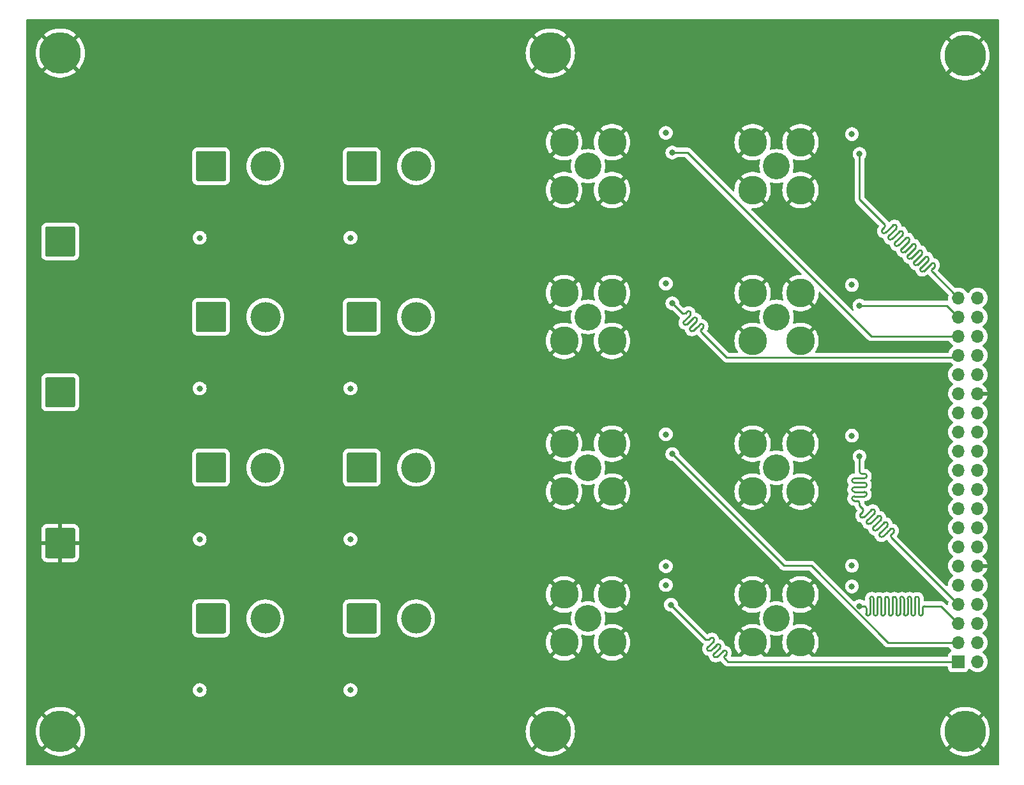
<source format=gbr>
G04 #@! TF.GenerationSoftware,KiCad,Pcbnew,6.0.0-d3dd2cf0fa~116~ubuntu21.10.1*
G04 #@! TF.CreationDate,2022-01-19T11:25:05+00:00*
G04 #@! TF.ProjectId,latbox_cycloneV,6c617462-6f78-45f6-9379-636c6f6e6556,rev?*
G04 #@! TF.SameCoordinates,Original*
G04 #@! TF.FileFunction,Copper,L2,Inr*
G04 #@! TF.FilePolarity,Positive*
%FSLAX46Y46*%
G04 Gerber Fmt 4.6, Leading zero omitted, Abs format (unit mm)*
G04 Created by KiCad (PCBNEW 6.0.0-d3dd2cf0fa~116~ubuntu21.10.1) date 2022-01-19 11:25:05*
%MOMM*%
%LPD*%
G01*
G04 APERTURE LIST*
G04 #@! TA.AperFunction,ComponentPad*
%ADD10C,5.500000*%
G04 #@! TD*
G04 #@! TA.AperFunction,ComponentPad*
%ADD11C,4.000000*%
G04 #@! TD*
G04 #@! TA.AperFunction,ComponentPad*
%ADD12C,3.556000*%
G04 #@! TD*
G04 #@! TA.AperFunction,ComponentPad*
%ADD13C,3.810000*%
G04 #@! TD*
G04 #@! TA.AperFunction,ComponentPad*
%ADD14R,1.700000X1.700000*%
G04 #@! TD*
G04 #@! TA.AperFunction,ComponentPad*
%ADD15O,1.700000X1.700000*%
G04 #@! TD*
G04 #@! TA.AperFunction,ViaPad*
%ADD16C,0.800000*%
G04 #@! TD*
G04 #@! TA.AperFunction,Conductor*
%ADD17C,0.250000*%
G04 #@! TD*
G04 APERTURE END LIST*
D10*
X55000000Y-55000000D03*
G04 #@! TA.AperFunction,ComponentPad*
G36*
G01*
X93000000Y-111750000D02*
X93000000Y-108250000D01*
G75*
G02*
X93250000Y-108000000I250000J0D01*
G01*
X96750000Y-108000000D01*
G75*
G02*
X97000000Y-108250000I0J-250000D01*
G01*
X97000000Y-111750000D01*
G75*
G02*
X96750000Y-112000000I-250000J0D01*
G01*
X93250000Y-112000000D01*
G75*
G02*
X93000000Y-111750000I0J250000D01*
G01*
G37*
G04 #@! TD.AperFunction*
D11*
X102200000Y-110000000D03*
G04 #@! TA.AperFunction,ComponentPad*
G36*
G01*
X93000000Y-71750000D02*
X93000000Y-68250000D01*
G75*
G02*
X93250000Y-68000000I250000J0D01*
G01*
X96750000Y-68000000D01*
G75*
G02*
X97000000Y-68250000I0J-250000D01*
G01*
X97000000Y-71750000D01*
G75*
G02*
X96750000Y-72000000I-250000J0D01*
G01*
X93250000Y-72000000D01*
G75*
G02*
X93000000Y-71750000I0J250000D01*
G01*
G37*
G04 #@! TD.AperFunction*
X102200000Y-70000000D03*
G04 #@! TA.AperFunction,ComponentPad*
G36*
G01*
X73000000Y-131750000D02*
X73000000Y-128250000D01*
G75*
G02*
X73250000Y-128000000I250000J0D01*
G01*
X76750000Y-128000000D01*
G75*
G02*
X77000000Y-128250000I0J-250000D01*
G01*
X77000000Y-131750000D01*
G75*
G02*
X76750000Y-132000000I-250000J0D01*
G01*
X73250000Y-132000000D01*
G75*
G02*
X73000000Y-131750000I0J250000D01*
G01*
G37*
G04 #@! TD.AperFunction*
X82200000Y-130000000D03*
G04 #@! TA.AperFunction,ComponentPad*
G36*
G01*
X93000000Y-131750000D02*
X93000000Y-128250000D01*
G75*
G02*
X93250000Y-128000000I250000J0D01*
G01*
X96750000Y-128000000D01*
G75*
G02*
X97000000Y-128250000I0J-250000D01*
G01*
X97000000Y-131750000D01*
G75*
G02*
X96750000Y-132000000I-250000J0D01*
G01*
X93250000Y-132000000D01*
G75*
G02*
X93000000Y-131750000I0J250000D01*
G01*
G37*
G04 #@! TD.AperFunction*
X102200000Y-130000000D03*
G04 #@! TA.AperFunction,ComponentPad*
G36*
G01*
X53000000Y-81750000D02*
X53000000Y-78250000D01*
G75*
G02*
X53250000Y-78000000I250000J0D01*
G01*
X56750000Y-78000000D01*
G75*
G02*
X57000000Y-78250000I0J-250000D01*
G01*
X57000000Y-81750000D01*
G75*
G02*
X56750000Y-82000000I-250000J0D01*
G01*
X53250000Y-82000000D01*
G75*
G02*
X53000000Y-81750000I0J250000D01*
G01*
G37*
G04 #@! TD.AperFunction*
D12*
X125000000Y-130000000D03*
D13*
X121825000Y-133175000D03*
X121825000Y-126825000D03*
X128175000Y-133175000D03*
X128175000Y-126825000D03*
D12*
X150000000Y-130000000D03*
D13*
X153175000Y-126825000D03*
X153175000Y-133175000D03*
X146825000Y-126825000D03*
X146825000Y-133175000D03*
G04 #@! TA.AperFunction,ComponentPad*
G36*
G01*
X73000000Y-71750000D02*
X73000000Y-68250000D01*
G75*
G02*
X73250000Y-68000000I250000J0D01*
G01*
X76750000Y-68000000D01*
G75*
G02*
X77000000Y-68250000I0J-250000D01*
G01*
X77000000Y-71750000D01*
G75*
G02*
X76750000Y-72000000I-250000J0D01*
G01*
X73250000Y-72000000D01*
G75*
G02*
X73000000Y-71750000I0J250000D01*
G01*
G37*
G04 #@! TD.AperFunction*
D11*
X82200000Y-70000000D03*
G04 #@! TA.AperFunction,ComponentPad*
G36*
G01*
X73000000Y-111750000D02*
X73000000Y-108250000D01*
G75*
G02*
X73250000Y-108000000I250000J0D01*
G01*
X76750000Y-108000000D01*
G75*
G02*
X77000000Y-108250000I0J-250000D01*
G01*
X77000000Y-111750000D01*
G75*
G02*
X76750000Y-112000000I-250000J0D01*
G01*
X73250000Y-112000000D01*
G75*
G02*
X73000000Y-111750000I0J250000D01*
G01*
G37*
G04 #@! TD.AperFunction*
X82200000Y-110000000D03*
D10*
X175000000Y-55350000D03*
D12*
X125000000Y-70000000D03*
D13*
X121825000Y-73175000D03*
X121825000Y-66825000D03*
X128175000Y-73175000D03*
X128175000Y-66825000D03*
G04 #@! TA.AperFunction,ComponentPad*
G36*
G01*
X73000000Y-91750000D02*
X73000000Y-88250000D01*
G75*
G02*
X73250000Y-88000000I250000J0D01*
G01*
X76750000Y-88000000D01*
G75*
G02*
X77000000Y-88250000I0J-250000D01*
G01*
X77000000Y-91750000D01*
G75*
G02*
X76750000Y-92000000I-250000J0D01*
G01*
X73250000Y-92000000D01*
G75*
G02*
X73000000Y-91750000I0J250000D01*
G01*
G37*
G04 #@! TD.AperFunction*
D11*
X82200000Y-90000000D03*
G04 #@! TA.AperFunction,ComponentPad*
G36*
G01*
X53000000Y-101750000D02*
X53000000Y-98250000D01*
G75*
G02*
X53250000Y-98000000I250000J0D01*
G01*
X56750000Y-98000000D01*
G75*
G02*
X57000000Y-98250000I0J-250000D01*
G01*
X57000000Y-101750000D01*
G75*
G02*
X56750000Y-102000000I-250000J0D01*
G01*
X53250000Y-102000000D01*
G75*
G02*
X53000000Y-101750000I0J250000D01*
G01*
G37*
G04 #@! TD.AperFunction*
D12*
X150000000Y-90000000D03*
D13*
X146825000Y-93175000D03*
X153175000Y-93175000D03*
X153175000Y-86825000D03*
X146825000Y-86825000D03*
D14*
X174110000Y-135750000D03*
D15*
X176650000Y-135750000D03*
X174110000Y-133210000D03*
X176650000Y-133210000D03*
X174110000Y-130670000D03*
X176650000Y-130670000D03*
X174110000Y-128130000D03*
X176650000Y-128130000D03*
X174110000Y-125590000D03*
X176650000Y-125590000D03*
X174110000Y-123050000D03*
X176650000Y-123050000D03*
X174110000Y-120510000D03*
X176650000Y-120510000D03*
X174110000Y-117970000D03*
X176650000Y-117970000D03*
X174110000Y-115430000D03*
X176650000Y-115430000D03*
X174110000Y-112890000D03*
X176650000Y-112890000D03*
X174110000Y-110350000D03*
X176650000Y-110350000D03*
X174110000Y-107810000D03*
X176650000Y-107810000D03*
X174110000Y-105270000D03*
X176650000Y-105270000D03*
X174110000Y-102730000D03*
X176650000Y-102730000D03*
X174110000Y-100190000D03*
X176650000Y-100190000D03*
X174110000Y-97650000D03*
X176650000Y-97650000D03*
X174110000Y-95110000D03*
X176650000Y-95110000D03*
X174110000Y-92570000D03*
X176650000Y-92570000D03*
X174110000Y-90030000D03*
X176650000Y-90030000D03*
X174110000Y-87490000D03*
X176650000Y-87490000D03*
D10*
X175000000Y-145000000D03*
X120000000Y-145000000D03*
G04 #@! TA.AperFunction,ComponentPad*
G36*
G01*
X93000000Y-91750000D02*
X93000000Y-88250000D01*
G75*
G02*
X93250000Y-88000000I250000J0D01*
G01*
X96750000Y-88000000D01*
G75*
G02*
X97000000Y-88250000I0J-250000D01*
G01*
X97000000Y-91750000D01*
G75*
G02*
X96750000Y-92000000I-250000J0D01*
G01*
X93250000Y-92000000D01*
G75*
G02*
X93000000Y-91750000I0J250000D01*
G01*
G37*
G04 #@! TD.AperFunction*
D11*
X102200000Y-90000000D03*
D12*
X125000000Y-90000000D03*
D13*
X128175000Y-86825000D03*
X121825000Y-93175000D03*
X128175000Y-93175000D03*
X121825000Y-86825000D03*
D12*
X125000000Y-110000000D03*
D13*
X128175000Y-113175000D03*
X128175000Y-106825000D03*
X121825000Y-113175000D03*
X121825000Y-106825000D03*
D12*
X150000000Y-70000000D03*
D13*
X153175000Y-73175000D03*
X146825000Y-73175000D03*
X146825000Y-66825000D03*
X153175000Y-66825000D03*
D12*
X150000000Y-110000000D03*
D13*
X146825000Y-113175000D03*
X153175000Y-113175000D03*
X153175000Y-106825000D03*
X146825000Y-106825000D03*
D10*
X120000000Y-55000000D03*
G04 #@! TA.AperFunction,ComponentPad*
G36*
G01*
X53000000Y-121750000D02*
X53000000Y-118250000D01*
G75*
G02*
X53250000Y-118000000I250000J0D01*
G01*
X56750000Y-118000000D01*
G75*
G02*
X57000000Y-118250000I0J-250000D01*
G01*
X57000000Y-121750000D01*
G75*
G02*
X56750000Y-122000000I-250000J0D01*
G01*
X53250000Y-122000000D01*
G75*
G02*
X53000000Y-121750000I0J250000D01*
G01*
G37*
G04 #@! TD.AperFunction*
X55000000Y-145000000D03*
D16*
X160000000Y-123000000D03*
X160000000Y-65750000D03*
X135325000Y-105575000D03*
X135325000Y-125575000D03*
X135325000Y-123075000D03*
X135325000Y-65575000D03*
X160000000Y-85750000D03*
X135325000Y-85575000D03*
X160000000Y-125750000D03*
X160000000Y-105750000D03*
X161000000Y-68375011D03*
X161000000Y-88500000D03*
X136174500Y-108184500D03*
X136000000Y-128184500D03*
X93500000Y-139500000D03*
X73500000Y-139500000D03*
X93500000Y-119500000D03*
X73500000Y-119500000D03*
X93500000Y-99500000D03*
X73500000Y-99500000D03*
X93500000Y-79500000D03*
X73500000Y-79500000D03*
X136174500Y-68184500D03*
X136174500Y-88184500D03*
X161000000Y-108500000D03*
X161000000Y-128375011D03*
D17*
X170673946Y-84053946D02*
X173685153Y-87065153D01*
X170249682Y-83205417D02*
X170526864Y-82928235D01*
X168699712Y-83058339D02*
X168699711Y-83058340D01*
X161000000Y-74380000D02*
X164310000Y-77690000D01*
X166708499Y-79109872D02*
X166708500Y-79109871D01*
X169548238Y-83906865D02*
X169548237Y-83906866D01*
X165305607Y-79664236D02*
X166284234Y-78685605D01*
X169254078Y-81655449D02*
X168275447Y-82634076D01*
X166154133Y-80512762D02*
X167132760Y-79534131D01*
X173685153Y-87065153D02*
X174110000Y-87490000D01*
X165305608Y-79664235D02*
X165305607Y-79664236D01*
X165859974Y-78261345D02*
X164881343Y-79239972D01*
X168699711Y-83058340D02*
X169678338Y-82079709D01*
X167851186Y-82209813D02*
X167851185Y-82209814D01*
X167851185Y-82209814D02*
X168829812Y-81231183D01*
X170951129Y-83352502D02*
X170951130Y-83352501D01*
X166708500Y-79109871D02*
X165729869Y-80088498D01*
X169254077Y-81655450D02*
X169254078Y-81655449D01*
X167002659Y-81361288D02*
X167981286Y-80382657D01*
X167002660Y-81361287D02*
X167002659Y-81361288D01*
X170037551Y-83417551D02*
X170249682Y-83205417D01*
X165859973Y-78261346D02*
X165859974Y-78261345D01*
X164309999Y-78114265D02*
X164310000Y-78114264D01*
X161000000Y-68375011D02*
X161000000Y-74380000D01*
X168405551Y-80806924D02*
X168405552Y-80806923D01*
X170102604Y-82503975D02*
X169123973Y-83482602D01*
X167557025Y-79958398D02*
X167557026Y-79958397D01*
X170102603Y-82503976D02*
X170102604Y-82503975D01*
X164457082Y-78815709D02*
X164457081Y-78815710D01*
X164310000Y-78114264D02*
X164032817Y-78391446D01*
X167557026Y-79958397D02*
X166578395Y-80937024D01*
X164457081Y-78815710D02*
X165435708Y-77837079D01*
X168405552Y-80806923D02*
X167426921Y-81785550D01*
X166154134Y-80512761D02*
X166154133Y-80512762D01*
X169548237Y-83906866D02*
X170037551Y-83417551D01*
X170951130Y-83352501D02*
X170673946Y-83629682D01*
X164032818Y-78815709D02*
G75*
G02*
X164032818Y-78391447I212131J212131D01*
G01*
X167426922Y-82209813D02*
G75*
G02*
X167426922Y-81785551I212131J212131D01*
G01*
X167557025Y-79534134D02*
G75*
G03*
X167132761Y-79534132I-212133J-212136D01*
G01*
X169254077Y-81231186D02*
G75*
G03*
X168829813Y-81231184I-212133J-212136D01*
G01*
X169254077Y-81655450D02*
G75*
G03*
X169254078Y-81231185I-212134J212133D01*
G01*
X165859973Y-77837082D02*
G75*
G03*
X165435709Y-77837080I-212133J-212136D01*
G01*
X169123974Y-83906865D02*
G75*
G02*
X169123974Y-83482603I212131J212131D01*
G01*
X168405551Y-80806924D02*
G75*
G03*
X168405552Y-80382659I-212134J212133D01*
G01*
X165305607Y-79664234D02*
G75*
G02*
X164881344Y-79664235I-212132J212130D01*
G01*
X164881344Y-79664235D02*
G75*
G02*
X164881344Y-79239973I212131J212131D01*
G01*
X167557025Y-79958398D02*
G75*
G03*
X167557026Y-79534133I-212134J212133D01*
G01*
X165859973Y-78261346D02*
G75*
G03*
X165859974Y-77837081I-212134J212133D01*
G01*
X167851185Y-82209812D02*
G75*
G02*
X167426922Y-82209813I-212132J212130D01*
G01*
X168275448Y-83058339D02*
G75*
G02*
X168275448Y-82634077I212131J212131D01*
G01*
X169548237Y-83906864D02*
G75*
G02*
X169123974Y-83906865I-212132J212130D01*
G01*
X168405551Y-80382660D02*
G75*
G03*
X167981287Y-80382658I-212133J-212136D01*
G01*
X164457081Y-78815708D02*
G75*
G02*
X164032818Y-78815709I-212132J212130D01*
G01*
X166578396Y-81361287D02*
G75*
G02*
X166578396Y-80937025I212131J212131D01*
G01*
X164309998Y-78114264D02*
G75*
G03*
X164309999Y-77690001I-212130J212132D01*
G01*
X167002659Y-81361286D02*
G75*
G02*
X166578396Y-81361287I-212132J212130D01*
G01*
X170102603Y-82503976D02*
G75*
G03*
X170102604Y-82079711I-212134J212133D01*
G01*
X166154133Y-80512760D02*
G75*
G02*
X165729870Y-80512761I-212132J212130D01*
G01*
X166708499Y-78685608D02*
G75*
G03*
X166284235Y-78685606I-212133J-212136D01*
G01*
X170102603Y-82079712D02*
G75*
G03*
X169678339Y-82079710I-212133J-212136D01*
G01*
X170951129Y-83352502D02*
G75*
G03*
X170951130Y-82928237I-212134J212133D01*
G01*
X170951129Y-82928238D02*
G75*
G03*
X170526865Y-82928236I-212133J-212136D01*
G01*
X166708499Y-79109872D02*
G75*
G03*
X166708500Y-78685607I-212134J212133D01*
G01*
X168699711Y-83058338D02*
G75*
G02*
X168275448Y-83058339I-212132J212130D01*
G01*
X165729870Y-80512761D02*
G75*
G02*
X165729870Y-80088499I212131J212131D01*
G01*
X170673947Y-84053945D02*
G75*
G02*
X170673947Y-83629683I212131J212131D01*
G01*
X172580000Y-88500000D02*
X174110000Y-90030000D01*
X161000000Y-88500000D02*
X172580000Y-88500000D01*
X136174500Y-108184500D02*
X150990000Y-123000000D01*
X154600375Y-123000000D02*
X164810375Y-133210000D01*
X150990000Y-123000000D02*
X154600375Y-123000000D01*
X164810375Y-133210000D02*
X174110000Y-133210000D01*
X140864710Y-133816895D02*
X140864712Y-133816896D01*
X142056662Y-133473477D02*
X142056662Y-133473478D01*
X141713243Y-134665428D02*
X141713245Y-134665429D01*
X174110000Y-135750000D02*
X143565500Y-135750000D01*
X141672819Y-133857319D02*
X141288975Y-134241160D01*
X143157750Y-134917985D02*
X143329460Y-134746274D01*
X141208129Y-132624945D02*
X141036418Y-132796655D01*
X143157749Y-134917985D02*
X143157750Y-134917985D01*
X142905195Y-134322009D02*
X142905195Y-134322010D01*
X141713245Y-134665429D02*
X142480927Y-133897742D01*
X143565500Y-135750000D02*
X143157750Y-135342250D01*
X142056662Y-133473478D02*
X141672819Y-133857319D01*
X142905195Y-134322010D02*
X142137508Y-135089693D01*
X140864712Y-133816896D02*
X141632394Y-133049209D01*
X140612154Y-132796655D02*
X136000000Y-128184500D01*
X141208129Y-132624944D02*
X141208129Y-132624945D01*
X142905196Y-134322010D02*
G75*
G02*
X143329459Y-134322011I212131J-212131D01*
G01*
X141713245Y-135089692D02*
G75*
G03*
X142137507Y-135089692I212131J212131D01*
G01*
X140864712Y-134241159D02*
G75*
G03*
X141288974Y-134241159I212131J212131D01*
G01*
X140612155Y-132796654D02*
G75*
G03*
X141036417Y-132796654I212131J212131D01*
G01*
X143329459Y-134322011D02*
G75*
G02*
X143329459Y-134746273I-212131J-212131D01*
G01*
X143157750Y-134917986D02*
G75*
G03*
X143157751Y-135342249I212131J-212131D01*
G01*
X141208130Y-132624945D02*
G75*
G02*
X141632393Y-132624946I212131J-212131D01*
G01*
X142480926Y-133473479D02*
G75*
G02*
X142480926Y-133897741I-212131J-212131D01*
G01*
X142056663Y-133473478D02*
G75*
G02*
X142480926Y-133473479I212131J-212131D01*
G01*
X140864710Y-133816895D02*
G75*
G03*
X140864711Y-134241160I212135J-212132D01*
G01*
X141632393Y-132624946D02*
G75*
G02*
X141632393Y-133049208I-212131J-212131D01*
G01*
X141713243Y-134665428D02*
G75*
G03*
X141713244Y-135089693I212135J-212132D01*
G01*
X162570000Y-92570000D02*
X174110000Y-92570000D01*
X136174500Y-68184500D02*
X138184500Y-68184500D01*
X138184500Y-68184500D02*
X162570000Y-92570000D01*
X140243345Y-91423552D02*
X140040579Y-91626315D01*
X140243344Y-91423553D02*
X140243345Y-91423552D01*
X139394818Y-90575027D02*
X139394819Y-90575026D01*
X143394511Y-95404511D02*
X173815489Y-95404511D01*
X137919264Y-89505000D02*
X138122029Y-89302236D01*
X137919265Y-89504999D02*
X137919264Y-89505000D01*
X138140762Y-90980555D02*
X138970553Y-90150760D01*
X139616315Y-91202050D02*
X139819079Y-90999286D01*
X139394819Y-90575026D02*
X138565024Y-91404817D01*
X138989288Y-91829081D02*
X139404184Y-91414184D01*
X139404184Y-91414184D02*
X139616315Y-91202050D01*
X173815489Y-95404511D02*
X174110000Y-95110000D01*
X138989289Y-91829080D02*
X138989288Y-91829081D01*
X136174500Y-88184500D02*
X137495000Y-89505000D01*
X138343527Y-89929263D02*
X137716498Y-90556291D01*
X138546292Y-89726501D02*
X138546293Y-89726500D01*
X138546293Y-89726500D02*
X138343527Y-89929263D01*
X138140763Y-90980554D02*
X138140762Y-90980555D01*
X140040579Y-92050579D02*
X143394511Y-95404511D01*
X140243344Y-91423553D02*
G75*
G03*
X140243345Y-90999288I-212134J212133D01*
G01*
X137919265Y-89504999D02*
G75*
G02*
X137495000Y-89505000I-212133J212127D01*
G01*
X140040580Y-92050578D02*
G75*
G02*
X140040580Y-91626316I212131J212131D01*
G01*
X138140762Y-90980553D02*
G75*
G02*
X137716499Y-90980554I-212132J212130D01*
G01*
X138546292Y-89726501D02*
G75*
G03*
X138546293Y-89302236I-212134J212133D01*
G01*
X137716499Y-90980554D02*
G75*
G02*
X137716499Y-90556292I212131J212131D01*
G01*
X138546292Y-89302237D02*
G75*
G03*
X138122030Y-89302237I-212131J-212131D01*
G01*
X138565025Y-91829080D02*
G75*
G02*
X138565025Y-91404818I212131J212131D01*
G01*
X139394818Y-90150763D02*
G75*
G03*
X138970554Y-90150761I-212133J-212136D01*
G01*
X138989288Y-91829079D02*
G75*
G02*
X138565025Y-91829080I-212132J212130D01*
G01*
X140243344Y-90999289D02*
G75*
G03*
X139819080Y-90999287I-212133J-212136D01*
G01*
X139394818Y-90575027D02*
G75*
G03*
X139394819Y-90150762I-212134J212133D01*
G01*
X161424259Y-115868525D02*
X161424260Y-115868524D01*
X161577582Y-116563729D02*
X162543727Y-115597580D01*
X161000000Y-114700000D02*
X161000000Y-115020000D01*
X164606233Y-118626233D02*
X164818364Y-118414099D01*
X161683169Y-112600000D02*
X161000000Y-112600000D01*
X165242628Y-119262628D02*
X174110000Y-128130000D01*
X163816519Y-116870372D02*
X162850370Y-117836517D01*
X165513570Y-118567425D02*
X165513571Y-118567424D01*
X162967993Y-116021846D02*
X162001844Y-116987991D01*
X164665045Y-117718898D02*
X163698896Y-118685043D01*
X160316831Y-113200000D02*
X161000000Y-113200000D01*
X160316831Y-112000000D02*
X161000000Y-112000000D01*
X163816518Y-116870373D02*
X163816519Y-116870372D01*
X160316831Y-114400000D02*
X160700000Y-114400000D01*
X164665044Y-117718899D02*
X164665045Y-117718898D01*
X161683169Y-111400000D02*
X161300000Y-111400000D01*
X161000000Y-108500000D02*
X161000000Y-110500000D01*
X161000000Y-112600000D02*
X160316831Y-112600000D01*
X161683169Y-113800000D02*
X161000000Y-113800000D01*
X164818364Y-118414099D02*
X165089305Y-118143158D01*
X164123160Y-119109307D02*
X164606233Y-118626233D01*
X163274634Y-118260781D02*
X164240779Y-117294632D01*
X162426108Y-117412255D02*
X163392253Y-116446106D01*
X162967992Y-116021847D02*
X162967993Y-116021846D01*
X161577583Y-116563728D02*
X161577582Y-116563729D01*
X161300000Y-110800000D02*
X161683169Y-110800000D01*
X165513571Y-118567424D02*
X165242628Y-118838364D01*
X161000000Y-113200000D02*
X161683169Y-113200000D01*
X161000000Y-112000000D02*
X161683169Y-112000000D01*
X161000000Y-115020000D02*
X161424260Y-115444260D01*
X164123161Y-119109306D02*
X164123160Y-119109307D01*
X161300000Y-111400000D02*
X160316831Y-111400000D01*
X162426109Y-117412254D02*
X162426108Y-117412255D01*
X163274635Y-118260780D02*
X163274634Y-118260781D01*
X161000000Y-113800000D02*
X160316831Y-113800000D01*
X161424260Y-115868524D02*
X161153318Y-116139465D01*
X161983169Y-113500000D02*
G75*
G03*
X161683169Y-113200000I-300000J0D01*
G01*
X160316831Y-112000000D02*
G75*
G02*
X160016831Y-111700000I0J300000D01*
G01*
X162426108Y-117412253D02*
G75*
G02*
X162001845Y-117412254I-212132J212130D01*
G01*
X165513570Y-118567425D02*
G75*
G03*
X165513571Y-118143160I-212134J212133D01*
G01*
X160016831Y-111700000D02*
G75*
G02*
X160316831Y-111400000I300000J0D01*
G01*
X165242629Y-119262627D02*
G75*
G02*
X165242629Y-118838365I212131J212131D01*
G01*
X162001845Y-117412254D02*
G75*
G02*
X162001845Y-116987992I212131J212131D01*
G01*
X161983169Y-111100000D02*
G75*
G03*
X161683169Y-110800000I-300000J0D01*
G01*
X160016831Y-114100000D02*
G75*
G02*
X160316831Y-113800000I300000J0D01*
G01*
X161683169Y-113800000D02*
G75*
G03*
X161983169Y-113500000I0J300000D01*
G01*
X163816518Y-116446109D02*
G75*
G03*
X163392254Y-116446107I-212133J-212136D01*
G01*
X164123160Y-119109305D02*
G75*
G02*
X163698897Y-119109306I-212132J212130D01*
G01*
X164665044Y-117718899D02*
G75*
G03*
X164665045Y-117294634I-212134J212133D01*
G01*
X162850371Y-118260780D02*
G75*
G02*
X162850371Y-117836518I212131J212131D01*
G01*
X161683169Y-112600000D02*
G75*
G03*
X161983169Y-112300000I0J300000D01*
G01*
X163698897Y-119109306D02*
G75*
G02*
X163698897Y-118685044I212131J212131D01*
G01*
X161300000Y-110800000D02*
G75*
G02*
X161000000Y-110500000I0J300000D01*
G01*
X164665044Y-117294635D02*
G75*
G03*
X164240780Y-117294633I-212133J-212136D01*
G01*
X163816518Y-116870373D02*
G75*
G03*
X163816519Y-116446108I-212134J212133D01*
G01*
X162967992Y-116021847D02*
G75*
G03*
X162967993Y-115597582I-212134J212133D01*
G01*
X160316831Y-113200000D02*
G75*
G02*
X160016831Y-112900000I0J300000D01*
G01*
X162967992Y-115597583D02*
G75*
G03*
X162543728Y-115597581I-212133J-212136D01*
G01*
X160016831Y-112900000D02*
G75*
G02*
X160316831Y-112600000I300000J0D01*
G01*
X161153319Y-116563728D02*
G75*
G02*
X161153319Y-116139466I212131J212131D01*
G01*
X165513570Y-118143161D02*
G75*
G03*
X165089306Y-118143159I-212133J-212136D01*
G01*
X161983169Y-112300000D02*
G75*
G03*
X161683169Y-112000000I-300000J0D01*
G01*
X161424258Y-115868524D02*
G75*
G03*
X161424259Y-115444261I-212130J212132D01*
G01*
X161577582Y-116563727D02*
G75*
G02*
X161153319Y-116563728I-212132J212130D01*
G01*
X163274634Y-118260779D02*
G75*
G02*
X162850371Y-118260780I-212132J212130D01*
G01*
X161000000Y-114700000D02*
G75*
G03*
X160700000Y-114400000I-300000J0D01*
G01*
X161683169Y-111400000D02*
G75*
G03*
X161983169Y-111100000I0J300000D01*
G01*
X160316831Y-114400000D02*
G75*
G02*
X160016831Y-114100000I0J300000D01*
G01*
X163874989Y-128375011D02*
X163874989Y-129386057D01*
X162874989Y-128375011D02*
X162874989Y-129386057D01*
X166374989Y-129386057D02*
X166374989Y-128375011D01*
X162374989Y-129386057D02*
X162374989Y-128625011D01*
X168374989Y-128375011D02*
X168374989Y-127363965D01*
X163374989Y-129386057D02*
X163374989Y-128375011D01*
X165874989Y-128375011D02*
X165874989Y-129386057D01*
X168874989Y-128375011D02*
X168874989Y-129386057D01*
X161874989Y-128625011D02*
X161874989Y-129386057D01*
X166874989Y-128375011D02*
X166874989Y-129386057D01*
X161000000Y-128375011D02*
X161624989Y-128375011D01*
X163374989Y-128375011D02*
X163374989Y-127363965D01*
X166374989Y-128375011D02*
X166374989Y-127363965D01*
X166874989Y-127363965D02*
X166874989Y-128375011D01*
X167874989Y-128375011D02*
X167874989Y-129386057D01*
X169624989Y-128375011D02*
X171815011Y-128375011D01*
X169374989Y-129386057D02*
X169374989Y-128625011D01*
X168374989Y-129386057D02*
X168374989Y-128375011D01*
X164374989Y-129386057D02*
X164374989Y-128375011D01*
X162374989Y-128625011D02*
X162374989Y-127363965D01*
X164374989Y-128375011D02*
X164374989Y-127363965D01*
X165374989Y-129386057D02*
X165374989Y-128375011D01*
X168874989Y-127363965D02*
X168874989Y-128375011D01*
X164874989Y-127363965D02*
X164874989Y-128375011D01*
X164874989Y-128375011D02*
X164874989Y-129386057D01*
X167874989Y-127363965D02*
X167874989Y-128375011D01*
X165374989Y-128375011D02*
X165374989Y-127363965D01*
X163874989Y-127363965D02*
X163874989Y-128375011D01*
X167374989Y-129386057D02*
X167374989Y-128375011D01*
X167374989Y-128375011D02*
X167374989Y-127363965D01*
X165874989Y-127363965D02*
X165874989Y-128375011D01*
X162874989Y-127363965D02*
X162874989Y-128375011D01*
X171815011Y-128375011D02*
X174110000Y-130670000D01*
X163374989Y-129386057D02*
G75*
G02*
X163124989Y-129636057I-249999J-1D01*
G01*
X162374989Y-129386057D02*
G75*
G02*
X162124989Y-129636057I-249999J-1D01*
G01*
X165374989Y-129386057D02*
G75*
G02*
X165124989Y-129636057I-249999J-1D01*
G01*
X169124989Y-129636057D02*
G75*
G02*
X168874989Y-129386057I-1J249999D01*
G01*
X164624989Y-127113965D02*
G75*
G03*
X164374989Y-127363965I-1J-249999D01*
G01*
X162124989Y-129636057D02*
G75*
G02*
X161874989Y-129386057I-1J249999D01*
G01*
X163124989Y-129636057D02*
G75*
G02*
X162874989Y-129386057I-1J249999D01*
G01*
X165624989Y-127113965D02*
G75*
G03*
X165374989Y-127363965I-1J-249999D01*
G01*
X169624989Y-128375011D02*
G75*
G03*
X169374989Y-128625011I-1J-249999D01*
G01*
X167624989Y-127113965D02*
G75*
G03*
X167374989Y-127363965I-1J-249999D01*
G01*
X161874989Y-128625011D02*
G75*
G03*
X161624989Y-128375011I-249999J1D01*
G01*
X168874989Y-127363965D02*
G75*
G03*
X168624989Y-127113965I-249999J1D01*
G01*
X166874989Y-127363965D02*
G75*
G03*
X166624989Y-127113965I-249999J1D01*
G01*
X163624989Y-127113965D02*
G75*
G03*
X163374989Y-127363965I-1J-249999D01*
G01*
X162874989Y-127363965D02*
G75*
G03*
X162624989Y-127113965I-249999J1D01*
G01*
X164374989Y-129386057D02*
G75*
G02*
X164124989Y-129636057I-249999J-1D01*
G01*
X169374989Y-129386057D02*
G75*
G02*
X169124989Y-129636057I-249999J-1D01*
G01*
X164874989Y-127363965D02*
G75*
G03*
X164624989Y-127113965I-249999J1D01*
G01*
X162624989Y-127113965D02*
G75*
G03*
X162374989Y-127363965I-1J-249999D01*
G01*
X168374989Y-129386057D02*
G75*
G02*
X168124989Y-129636057I-249999J-1D01*
G01*
X165124989Y-129636057D02*
G75*
G02*
X164874989Y-129386057I-1J249999D01*
G01*
X163874989Y-127363965D02*
G75*
G03*
X163624989Y-127113965I-249999J1D01*
G01*
X167374989Y-129386057D02*
G75*
G02*
X167124989Y-129636057I-249999J-1D01*
G01*
X166624989Y-127113965D02*
G75*
G03*
X166374989Y-127363965I-1J-249999D01*
G01*
X166124989Y-129636057D02*
G75*
G02*
X165874989Y-129386057I-1J249999D01*
G01*
X165874989Y-127363965D02*
G75*
G03*
X165624989Y-127113965I-249999J1D01*
G01*
X167874989Y-127363965D02*
G75*
G03*
X167624989Y-127113965I-249999J1D01*
G01*
X168124989Y-129636057D02*
G75*
G02*
X167874989Y-129386057I-1J249999D01*
G01*
X166374989Y-129386057D02*
G75*
G02*
X166124989Y-129636057I-249999J-1D01*
G01*
X164124989Y-129636057D02*
G75*
G02*
X163874989Y-129386057I-1J249999D01*
G01*
X167124989Y-129636057D02*
G75*
G02*
X166874989Y-129386057I-1J249999D01*
G01*
X168624989Y-127113965D02*
G75*
G03*
X168374989Y-127363965I-1J-249999D01*
G01*
G04 #@! TA.AperFunction,Conductor*
G36*
X179434121Y-50528002D02*
G01*
X179480614Y-50581658D01*
X179492000Y-50634000D01*
X179492000Y-149366000D01*
X179471998Y-149434121D01*
X179418342Y-149480614D01*
X179366000Y-149492000D01*
X50634000Y-149492000D01*
X50565879Y-149471998D01*
X50519386Y-149418342D01*
X50508000Y-149366000D01*
X50508000Y-147479389D01*
X52885541Y-147479389D01*
X52893678Y-147490395D01*
X53153938Y-147690099D01*
X53159537Y-147693933D01*
X53455261Y-147873736D01*
X53461251Y-147876948D01*
X53774657Y-148023758D01*
X53780961Y-148026305D01*
X54108384Y-148138406D01*
X54114935Y-148140260D01*
X54452539Y-148216342D01*
X54459258Y-148217479D01*
X54803113Y-148256657D01*
X54809903Y-148257060D01*
X55155973Y-148258872D01*
X55162774Y-148258540D01*
X55507020Y-148222966D01*
X55513748Y-148221900D01*
X55852144Y-148149353D01*
X55858693Y-148147574D01*
X56187278Y-148038905D01*
X56193620Y-148036419D01*
X56508523Y-147892910D01*
X56514577Y-147889745D01*
X56812128Y-147713073D01*
X56817809Y-147709270D01*
X57094547Y-147501489D01*
X57099771Y-147497105D01*
X57106238Y-147491053D01*
X57113118Y-147479389D01*
X117885541Y-147479389D01*
X117893678Y-147490395D01*
X118153938Y-147690099D01*
X118159537Y-147693933D01*
X118455261Y-147873736D01*
X118461251Y-147876948D01*
X118774657Y-148023758D01*
X118780961Y-148026305D01*
X119108384Y-148138406D01*
X119114935Y-148140260D01*
X119452539Y-148216342D01*
X119459258Y-148217479D01*
X119803113Y-148256657D01*
X119809903Y-148257060D01*
X120155973Y-148258872D01*
X120162774Y-148258540D01*
X120507020Y-148222966D01*
X120513748Y-148221900D01*
X120852144Y-148149353D01*
X120858693Y-148147574D01*
X121187278Y-148038905D01*
X121193620Y-148036419D01*
X121508523Y-147892910D01*
X121514577Y-147889745D01*
X121812128Y-147713073D01*
X121817809Y-147709270D01*
X122094547Y-147501489D01*
X122099771Y-147497105D01*
X122106238Y-147491053D01*
X122113118Y-147479389D01*
X172885541Y-147479389D01*
X172893678Y-147490395D01*
X173153938Y-147690099D01*
X173159537Y-147693933D01*
X173455261Y-147873736D01*
X173461251Y-147876948D01*
X173774657Y-148023758D01*
X173780961Y-148026305D01*
X174108384Y-148138406D01*
X174114935Y-148140260D01*
X174452539Y-148216342D01*
X174459258Y-148217479D01*
X174803113Y-148256657D01*
X174809903Y-148257060D01*
X175155973Y-148258872D01*
X175162774Y-148258540D01*
X175507020Y-148222966D01*
X175513748Y-148221900D01*
X175852144Y-148149353D01*
X175858693Y-148147574D01*
X176187278Y-148038905D01*
X176193620Y-148036419D01*
X176508523Y-147892910D01*
X176514577Y-147889745D01*
X176812128Y-147713073D01*
X176817809Y-147709270D01*
X177094547Y-147501489D01*
X177099771Y-147497105D01*
X177106238Y-147491053D01*
X177114307Y-147477373D01*
X177114280Y-147476649D01*
X177109136Y-147468346D01*
X175012812Y-145372022D01*
X174998868Y-145364408D01*
X174997035Y-145364539D01*
X174990420Y-145368790D01*
X172892422Y-147466788D01*
X172885541Y-147479389D01*
X122113118Y-147479389D01*
X122114307Y-147477373D01*
X122114280Y-147476649D01*
X122109136Y-147468346D01*
X120012812Y-145372022D01*
X119998868Y-145364408D01*
X119997035Y-145364539D01*
X119990420Y-145368790D01*
X117892422Y-147466788D01*
X117885541Y-147479389D01*
X57113118Y-147479389D01*
X57114307Y-147477373D01*
X57114280Y-147476649D01*
X57109136Y-147468346D01*
X55012812Y-145372022D01*
X54998868Y-145364408D01*
X54997035Y-145364539D01*
X54990420Y-145368790D01*
X52892422Y-147466788D01*
X52885541Y-147479389D01*
X50508000Y-147479389D01*
X50508000Y-144992007D01*
X51737407Y-144992007D01*
X51754917Y-145337659D01*
X51755627Y-145344415D01*
X51810363Y-145686141D01*
X51811802Y-145692796D01*
X51903122Y-146026604D01*
X51905271Y-146033065D01*
X52032110Y-146355067D01*
X52034941Y-146361250D01*
X52195815Y-146667670D01*
X52199298Y-146673513D01*
X52392321Y-146960761D01*
X52396424Y-146966205D01*
X52511911Y-147103351D01*
X52524650Y-147111794D01*
X52535094Y-147105696D01*
X54627978Y-145012812D01*
X54634356Y-145001132D01*
X55364408Y-145001132D01*
X55364539Y-145002965D01*
X55368790Y-145009580D01*
X57463553Y-147104343D01*
X57477150Y-147111768D01*
X57486761Y-147105068D01*
X57582845Y-146993360D01*
X57587003Y-146987960D01*
X57783023Y-146702751D01*
X57786570Y-146696940D01*
X57950634Y-146392238D01*
X57953541Y-146386060D01*
X58083744Y-146065411D01*
X58085958Y-146058981D01*
X58180769Y-145726143D01*
X58182276Y-145719513D01*
X58240590Y-145378362D01*
X58241370Y-145371622D01*
X58262595Y-145024576D01*
X58262711Y-145020973D01*
X58262779Y-145001819D01*
X58262687Y-144998194D01*
X58262352Y-144992007D01*
X116737407Y-144992007D01*
X116754917Y-145337659D01*
X116755627Y-145344415D01*
X116810363Y-145686141D01*
X116811802Y-145692796D01*
X116903122Y-146026604D01*
X116905271Y-146033065D01*
X117032110Y-146355067D01*
X117034941Y-146361250D01*
X117195815Y-146667670D01*
X117199298Y-146673513D01*
X117392321Y-146960761D01*
X117396424Y-146966205D01*
X117511911Y-147103351D01*
X117524650Y-147111794D01*
X117535094Y-147105696D01*
X119627978Y-145012812D01*
X119634356Y-145001132D01*
X120364408Y-145001132D01*
X120364539Y-145002965D01*
X120368790Y-145009580D01*
X122463553Y-147104343D01*
X122477150Y-147111768D01*
X122486761Y-147105068D01*
X122582845Y-146993360D01*
X122587003Y-146987960D01*
X122783023Y-146702751D01*
X122786570Y-146696940D01*
X122950634Y-146392238D01*
X122953541Y-146386060D01*
X123083744Y-146065411D01*
X123085958Y-146058981D01*
X123180769Y-145726143D01*
X123182276Y-145719513D01*
X123240590Y-145378362D01*
X123241370Y-145371622D01*
X123262595Y-145024576D01*
X123262711Y-145020973D01*
X123262779Y-145001819D01*
X123262687Y-144998194D01*
X123262352Y-144992007D01*
X171737407Y-144992007D01*
X171754917Y-145337659D01*
X171755627Y-145344415D01*
X171810363Y-145686141D01*
X171811802Y-145692796D01*
X171903122Y-146026604D01*
X171905271Y-146033065D01*
X172032110Y-146355067D01*
X172034941Y-146361250D01*
X172195815Y-146667670D01*
X172199298Y-146673513D01*
X172392321Y-146960761D01*
X172396424Y-146966205D01*
X172511911Y-147103351D01*
X172524650Y-147111794D01*
X172535094Y-147105696D01*
X174627978Y-145012812D01*
X174634356Y-145001132D01*
X175364408Y-145001132D01*
X175364539Y-145002965D01*
X175368790Y-145009580D01*
X177463553Y-147104343D01*
X177477150Y-147111768D01*
X177486761Y-147105068D01*
X177582845Y-146993360D01*
X177587003Y-146987960D01*
X177783023Y-146702751D01*
X177786570Y-146696940D01*
X177950634Y-146392238D01*
X177953541Y-146386060D01*
X178083744Y-146065411D01*
X178085958Y-146058981D01*
X178180769Y-145726143D01*
X178182276Y-145719513D01*
X178240590Y-145378362D01*
X178241370Y-145371622D01*
X178262595Y-145024576D01*
X178262711Y-145020973D01*
X178262779Y-145001819D01*
X178262687Y-144998194D01*
X178243885Y-144651023D01*
X178243150Y-144644257D01*
X178187224Y-144302738D01*
X178185757Y-144296066D01*
X178093278Y-143962597D01*
X178091104Y-143956134D01*
X177963143Y-143634583D01*
X177960290Y-143628409D01*
X177798343Y-143322545D01*
X177794849Y-143316728D01*
X177600813Y-143030140D01*
X177596699Y-143024721D01*
X177488090Y-142896653D01*
X177475265Y-142888217D01*
X177464940Y-142894270D01*
X175372022Y-144987188D01*
X175364408Y-145001132D01*
X174634356Y-145001132D01*
X174635592Y-144998868D01*
X174635461Y-144997035D01*
X174631210Y-144990420D01*
X172536457Y-142895667D01*
X172522920Y-142888275D01*
X172513219Y-142895063D01*
X172410220Y-143015659D01*
X172406066Y-143021092D01*
X172211056Y-143306965D01*
X172207521Y-143312802D01*
X172044518Y-143618080D01*
X172041642Y-143624249D01*
X171912558Y-143945355D01*
X171910365Y-143951795D01*
X171816714Y-144284968D01*
X171815231Y-144291603D01*
X171758112Y-144632936D01*
X171757353Y-144639708D01*
X171737431Y-144985212D01*
X171737407Y-144992007D01*
X123262352Y-144992007D01*
X123243885Y-144651023D01*
X123243150Y-144644257D01*
X123187224Y-144302738D01*
X123185757Y-144296066D01*
X123093278Y-143962597D01*
X123091104Y-143956134D01*
X122963143Y-143634583D01*
X122960290Y-143628409D01*
X122798343Y-143322545D01*
X122794849Y-143316728D01*
X122600813Y-143030140D01*
X122596699Y-143024721D01*
X122488090Y-142896653D01*
X122475265Y-142888217D01*
X122464940Y-142894270D01*
X120372022Y-144987188D01*
X120364408Y-145001132D01*
X119634356Y-145001132D01*
X119635592Y-144998868D01*
X119635461Y-144997035D01*
X119631210Y-144990420D01*
X117536457Y-142895667D01*
X117522920Y-142888275D01*
X117513219Y-142895063D01*
X117410220Y-143015659D01*
X117406066Y-143021092D01*
X117211056Y-143306965D01*
X117207521Y-143312802D01*
X117044518Y-143618080D01*
X117041642Y-143624249D01*
X116912558Y-143945355D01*
X116910365Y-143951795D01*
X116816714Y-144284968D01*
X116815231Y-144291603D01*
X116758112Y-144632936D01*
X116757353Y-144639708D01*
X116737431Y-144985212D01*
X116737407Y-144992007D01*
X58262352Y-144992007D01*
X58243885Y-144651023D01*
X58243150Y-144644257D01*
X58187224Y-144302738D01*
X58185757Y-144296066D01*
X58093278Y-143962597D01*
X58091104Y-143956134D01*
X57963143Y-143634583D01*
X57960290Y-143628409D01*
X57798343Y-143322545D01*
X57794849Y-143316728D01*
X57600813Y-143030140D01*
X57596699Y-143024721D01*
X57488090Y-142896653D01*
X57475265Y-142888217D01*
X57464940Y-142894270D01*
X55372022Y-144987188D01*
X55364408Y-145001132D01*
X54634356Y-145001132D01*
X54635592Y-144998868D01*
X54635461Y-144997035D01*
X54631210Y-144990420D01*
X52536457Y-142895667D01*
X52522920Y-142888275D01*
X52513219Y-142895063D01*
X52410220Y-143015659D01*
X52406066Y-143021092D01*
X52211056Y-143306965D01*
X52207521Y-143312802D01*
X52044518Y-143618080D01*
X52041642Y-143624249D01*
X51912558Y-143945355D01*
X51910365Y-143951795D01*
X51816714Y-144284968D01*
X51815231Y-144291603D01*
X51758112Y-144632936D01*
X51757353Y-144639708D01*
X51737431Y-144985212D01*
X51737407Y-144992007D01*
X50508000Y-144992007D01*
X50508000Y-142522234D01*
X52885322Y-142522234D01*
X52885357Y-142523075D01*
X52890410Y-142531200D01*
X54987188Y-144627978D01*
X55001132Y-144635592D01*
X55002965Y-144635461D01*
X55009580Y-144631210D01*
X57107431Y-142533359D01*
X57113506Y-142522234D01*
X117885322Y-142522234D01*
X117885357Y-142523075D01*
X117890410Y-142531200D01*
X119987188Y-144627978D01*
X120001132Y-144635592D01*
X120002965Y-144635461D01*
X120009580Y-144631210D01*
X122107431Y-142533359D01*
X122113506Y-142522234D01*
X172885322Y-142522234D01*
X172885357Y-142523075D01*
X172890410Y-142531200D01*
X174987188Y-144627978D01*
X175001132Y-144635592D01*
X175002965Y-144635461D01*
X175009580Y-144631210D01*
X177107431Y-142533359D01*
X177115045Y-142519415D01*
X177114977Y-142518460D01*
X177111024Y-142512482D01*
X176836667Y-142303479D01*
X176831041Y-142299655D01*
X176534706Y-142120894D01*
X176528694Y-142117697D01*
X176214774Y-141971980D01*
X176208474Y-141969460D01*
X175880664Y-141858503D01*
X175874086Y-141856667D01*
X175536237Y-141781768D01*
X175529499Y-141780652D01*
X175185515Y-141742675D01*
X175178735Y-141742296D01*
X174832636Y-141741693D01*
X174825863Y-141742048D01*
X174481726Y-141778825D01*
X174475016Y-141779912D01*
X174136883Y-141853637D01*
X174130308Y-141855448D01*
X173802117Y-141965259D01*
X173795795Y-141967762D01*
X173481388Y-142112373D01*
X173475345Y-142115559D01*
X173178402Y-142293276D01*
X173172756Y-142297085D01*
X172896726Y-142505844D01*
X172893140Y-142508875D01*
X172885322Y-142522234D01*
X122113506Y-142522234D01*
X122115045Y-142519415D01*
X122114977Y-142518460D01*
X122111024Y-142512482D01*
X121836667Y-142303479D01*
X121831041Y-142299655D01*
X121534706Y-142120894D01*
X121528694Y-142117697D01*
X121214774Y-141971980D01*
X121208474Y-141969460D01*
X120880664Y-141858503D01*
X120874086Y-141856667D01*
X120536237Y-141781768D01*
X120529499Y-141780652D01*
X120185515Y-141742675D01*
X120178735Y-141742296D01*
X119832636Y-141741693D01*
X119825863Y-141742048D01*
X119481726Y-141778825D01*
X119475016Y-141779912D01*
X119136883Y-141853637D01*
X119130308Y-141855448D01*
X118802117Y-141965259D01*
X118795795Y-141967762D01*
X118481388Y-142112373D01*
X118475345Y-142115559D01*
X118178402Y-142293276D01*
X118172756Y-142297085D01*
X117896726Y-142505844D01*
X117893140Y-142508875D01*
X117885322Y-142522234D01*
X57113506Y-142522234D01*
X57115045Y-142519415D01*
X57114977Y-142518460D01*
X57111024Y-142512482D01*
X56836667Y-142303479D01*
X56831041Y-142299655D01*
X56534706Y-142120894D01*
X56528694Y-142117697D01*
X56214774Y-141971980D01*
X56208474Y-141969460D01*
X55880664Y-141858503D01*
X55874086Y-141856667D01*
X55536237Y-141781768D01*
X55529499Y-141780652D01*
X55185515Y-141742675D01*
X55178735Y-141742296D01*
X54832636Y-141741693D01*
X54825863Y-141742048D01*
X54481726Y-141778825D01*
X54475016Y-141779912D01*
X54136883Y-141853637D01*
X54130308Y-141855448D01*
X53802117Y-141965259D01*
X53795795Y-141967762D01*
X53481388Y-142112373D01*
X53475345Y-142115559D01*
X53178402Y-142293276D01*
X53172756Y-142297085D01*
X52896726Y-142505844D01*
X52893140Y-142508875D01*
X52885322Y-142522234D01*
X50508000Y-142522234D01*
X50508000Y-139500000D01*
X72586898Y-139500000D01*
X72606851Y-139689845D01*
X72665840Y-139871392D01*
X72761285Y-140036708D01*
X72889016Y-140178567D01*
X73043449Y-140290770D01*
X73049477Y-140293454D01*
X73049479Y-140293455D01*
X73211805Y-140365727D01*
X73217836Y-140368412D01*
X73311195Y-140388256D01*
X73398098Y-140406728D01*
X73398102Y-140406728D01*
X73404555Y-140408100D01*
X73595445Y-140408100D01*
X73601898Y-140406728D01*
X73601902Y-140406728D01*
X73688805Y-140388256D01*
X73782164Y-140368412D01*
X73788195Y-140365727D01*
X73950521Y-140293455D01*
X73950523Y-140293454D01*
X73956551Y-140290770D01*
X74110984Y-140178567D01*
X74238715Y-140036708D01*
X74334160Y-139871392D01*
X74393149Y-139689845D01*
X74413102Y-139500000D01*
X92586898Y-139500000D01*
X92606851Y-139689845D01*
X92665840Y-139871392D01*
X92761285Y-140036708D01*
X92889016Y-140178567D01*
X93043449Y-140290770D01*
X93049477Y-140293454D01*
X93049479Y-140293455D01*
X93211805Y-140365727D01*
X93217836Y-140368412D01*
X93311195Y-140388256D01*
X93398098Y-140406728D01*
X93398102Y-140406728D01*
X93404555Y-140408100D01*
X93595445Y-140408100D01*
X93601898Y-140406728D01*
X93601902Y-140406728D01*
X93688805Y-140388256D01*
X93782164Y-140368412D01*
X93788195Y-140365727D01*
X93950521Y-140293455D01*
X93950523Y-140293454D01*
X93956551Y-140290770D01*
X94110984Y-140178567D01*
X94238715Y-140036708D01*
X94334160Y-139871392D01*
X94393149Y-139689845D01*
X94413102Y-139500000D01*
X94393149Y-139310155D01*
X94334160Y-139128608D01*
X94238715Y-138963292D01*
X94110984Y-138821433D01*
X93956551Y-138709230D01*
X93950523Y-138706546D01*
X93950521Y-138706545D01*
X93788195Y-138634273D01*
X93788194Y-138634273D01*
X93782164Y-138631588D01*
X93688805Y-138611744D01*
X93601902Y-138593272D01*
X93601898Y-138593272D01*
X93595445Y-138591900D01*
X93404555Y-138591900D01*
X93398102Y-138593272D01*
X93398098Y-138593272D01*
X93311195Y-138611744D01*
X93217836Y-138631588D01*
X93211806Y-138634273D01*
X93211805Y-138634273D01*
X93049479Y-138706545D01*
X93049477Y-138706546D01*
X93043449Y-138709230D01*
X92889016Y-138821433D01*
X92761285Y-138963292D01*
X92665840Y-139128608D01*
X92606851Y-139310155D01*
X92586898Y-139500000D01*
X74413102Y-139500000D01*
X74393149Y-139310155D01*
X74334160Y-139128608D01*
X74238715Y-138963292D01*
X74110984Y-138821433D01*
X73956551Y-138709230D01*
X73950523Y-138706546D01*
X73950521Y-138706545D01*
X73788195Y-138634273D01*
X73788194Y-138634273D01*
X73782164Y-138631588D01*
X73688805Y-138611744D01*
X73601902Y-138593272D01*
X73601898Y-138593272D01*
X73595445Y-138591900D01*
X73404555Y-138591900D01*
X73398102Y-138593272D01*
X73398098Y-138593272D01*
X73311195Y-138611744D01*
X73217836Y-138631588D01*
X73211806Y-138634273D01*
X73211805Y-138634273D01*
X73049479Y-138706545D01*
X73049477Y-138706546D01*
X73043449Y-138709230D01*
X72889016Y-138821433D01*
X72761285Y-138963292D01*
X72665840Y-139128608D01*
X72606851Y-139310155D01*
X72586898Y-139500000D01*
X50508000Y-139500000D01*
X50508000Y-135052975D01*
X120311733Y-135052975D01*
X120320560Y-135064593D01*
X120526285Y-135214061D01*
X120532966Y-135218301D01*
X120792101Y-135360762D01*
X120799236Y-135364119D01*
X121074185Y-135472979D01*
X121081710Y-135475424D01*
X121368116Y-135548960D01*
X121375887Y-135550443D01*
X121669256Y-135587503D01*
X121677146Y-135588000D01*
X121972854Y-135588000D01*
X121980744Y-135587503D01*
X122274113Y-135550443D01*
X122281884Y-135548960D01*
X122568290Y-135475424D01*
X122575815Y-135472979D01*
X122850764Y-135364119D01*
X122857899Y-135360762D01*
X123117034Y-135218301D01*
X123123715Y-135214061D01*
X123329811Y-135064324D01*
X123338234Y-135053401D01*
X123338005Y-135052975D01*
X126661733Y-135052975D01*
X126670560Y-135064593D01*
X126876285Y-135214061D01*
X126882966Y-135218301D01*
X127142101Y-135360762D01*
X127149236Y-135364119D01*
X127424185Y-135472979D01*
X127431710Y-135475424D01*
X127718116Y-135548960D01*
X127725887Y-135550443D01*
X128019256Y-135587503D01*
X128027146Y-135588000D01*
X128322854Y-135588000D01*
X128330744Y-135587503D01*
X128624113Y-135550443D01*
X128631884Y-135548960D01*
X128918290Y-135475424D01*
X128925815Y-135472979D01*
X129200764Y-135364119D01*
X129207899Y-135360762D01*
X129467034Y-135218301D01*
X129473715Y-135214061D01*
X129679811Y-135064324D01*
X129688234Y-135053401D01*
X129681330Y-135040540D01*
X128187812Y-133547022D01*
X128173868Y-133539408D01*
X128172035Y-133539539D01*
X128165420Y-133543790D01*
X126668346Y-135040864D01*
X126661733Y-135052975D01*
X123338005Y-135052975D01*
X123331330Y-135040540D01*
X121837812Y-133547022D01*
X121823868Y-133539408D01*
X121822035Y-133539539D01*
X121815420Y-133543790D01*
X120318346Y-135040864D01*
X120311733Y-135052975D01*
X50508000Y-135052975D01*
X50508000Y-133178958D01*
X119407478Y-133178958D01*
X119426045Y-133474064D01*
X119427038Y-133481927D01*
X119482444Y-133772374D01*
X119484415Y-133780051D01*
X119575787Y-134061268D01*
X119578702Y-134068631D01*
X119704603Y-134336184D01*
X119708415Y-134343117D01*
X119866856Y-134592780D01*
X119871510Y-134599186D01*
X119936970Y-134678313D01*
X119949489Y-134686769D01*
X119960227Y-134680563D01*
X121452978Y-133187812D01*
X121460592Y-133173868D01*
X121460461Y-133172035D01*
X121456210Y-133165420D01*
X119961330Y-131670540D01*
X119948067Y-131663298D01*
X119937965Y-131670484D01*
X119871510Y-131750814D01*
X119866856Y-131757220D01*
X119708415Y-132006883D01*
X119704603Y-132013816D01*
X119578702Y-132281369D01*
X119575787Y-132288732D01*
X119484415Y-132569949D01*
X119482444Y-132577626D01*
X119427038Y-132868073D01*
X119426045Y-132875936D01*
X119407478Y-133171042D01*
X119407478Y-133178958D01*
X50508000Y-133178958D01*
X50508000Y-128199627D01*
X72491900Y-128199627D01*
X72491901Y-131800372D01*
X72502869Y-131906084D01*
X72558815Y-132073775D01*
X72651837Y-132224098D01*
X72776947Y-132348989D01*
X72927432Y-132441749D01*
X72934380Y-132444054D01*
X72934381Y-132444054D01*
X73088689Y-132495237D01*
X73088691Y-132495238D01*
X73095220Y-132497403D01*
X73199627Y-132508100D01*
X74986116Y-132508100D01*
X76800372Y-132508099D01*
X76803616Y-132507762D01*
X76803624Y-132507762D01*
X76849632Y-132502988D01*
X76906084Y-132497131D01*
X77073775Y-132441185D01*
X77081403Y-132436465D01*
X77158747Y-132388603D01*
X77224098Y-132348163D01*
X77348989Y-132223053D01*
X77441749Y-132072568D01*
X77470367Y-131986290D01*
X77495237Y-131911311D01*
X77495238Y-131911309D01*
X77497403Y-131904780D01*
X77508100Y-131800373D01*
X77508099Y-130000000D01*
X79686941Y-130000000D01*
X79706757Y-130314970D01*
X79765893Y-130624972D01*
X79769705Y-130636705D01*
X79846995Y-130874576D01*
X79863417Y-130925119D01*
X79865104Y-130928705D01*
X79865106Y-130928709D01*
X79996102Y-131207089D01*
X79996106Y-131207096D01*
X79997790Y-131210675D01*
X80166893Y-131477139D01*
X80368059Y-131720307D01*
X80598116Y-131936345D01*
X80601318Y-131938672D01*
X80601320Y-131938673D01*
X80622040Y-131953727D01*
X80853436Y-132121846D01*
X80856905Y-132123753D01*
X80856908Y-132123755D01*
X81125974Y-132271675D01*
X81129992Y-132273884D01*
X81167494Y-132288732D01*
X81419739Y-132388603D01*
X81419742Y-132388604D01*
X81423422Y-132390061D01*
X81427256Y-132391045D01*
X81427264Y-132391048D01*
X81604153Y-132436465D01*
X81729100Y-132468546D01*
X81733028Y-132469042D01*
X81733032Y-132469043D01*
X81857214Y-132484730D01*
X82042204Y-132508100D01*
X82357796Y-132508100D01*
X82542786Y-132484730D01*
X82666968Y-132469043D01*
X82666972Y-132469042D01*
X82670900Y-132468546D01*
X82795847Y-132436465D01*
X82972736Y-132391048D01*
X82972744Y-132391045D01*
X82976578Y-132390061D01*
X82980258Y-132388604D01*
X82980261Y-132388603D01*
X83232506Y-132288732D01*
X83270008Y-132273884D01*
X83274027Y-132271675D01*
X83543092Y-132123755D01*
X83543095Y-132123753D01*
X83546564Y-132121846D01*
X83777960Y-131953727D01*
X83798680Y-131938673D01*
X83798682Y-131938672D01*
X83801884Y-131936345D01*
X84031941Y-131720307D01*
X84233107Y-131477139D01*
X84402210Y-131210675D01*
X84403894Y-131207096D01*
X84403898Y-131207089D01*
X84534894Y-130928709D01*
X84534896Y-130928705D01*
X84536583Y-130925119D01*
X84553006Y-130874576D01*
X84630295Y-130636705D01*
X84634107Y-130624972D01*
X84693243Y-130314970D01*
X84713059Y-130000000D01*
X84693243Y-129685030D01*
X84634107Y-129375028D01*
X84555828Y-129134111D01*
X84537809Y-129078654D01*
X84537809Y-129078653D01*
X84536583Y-129074881D01*
X84534894Y-129071291D01*
X84403898Y-128792911D01*
X84403894Y-128792904D01*
X84402210Y-128789325D01*
X84233107Y-128522861D01*
X84031941Y-128279693D01*
X83946679Y-128199627D01*
X92491900Y-128199627D01*
X92491901Y-131800372D01*
X92502869Y-131906084D01*
X92558815Y-132073775D01*
X92651837Y-132224098D01*
X92776947Y-132348989D01*
X92927432Y-132441749D01*
X92934380Y-132444054D01*
X92934381Y-132444054D01*
X93088689Y-132495237D01*
X93088691Y-132495238D01*
X93095220Y-132497403D01*
X93199627Y-132508100D01*
X94986116Y-132508100D01*
X96800372Y-132508099D01*
X96803616Y-132507762D01*
X96803624Y-132507762D01*
X96849632Y-132502988D01*
X96906084Y-132497131D01*
X97073775Y-132441185D01*
X97081403Y-132436465D01*
X97158747Y-132388603D01*
X97224098Y-132348163D01*
X97348989Y-132223053D01*
X97441749Y-132072568D01*
X97470367Y-131986290D01*
X97495237Y-131911311D01*
X97495238Y-131911309D01*
X97497403Y-131904780D01*
X97508100Y-131800373D01*
X97508099Y-130000000D01*
X99686941Y-130000000D01*
X99706757Y-130314970D01*
X99765893Y-130624972D01*
X99769705Y-130636705D01*
X99846995Y-130874576D01*
X99863417Y-130925119D01*
X99865104Y-130928705D01*
X99865106Y-130928709D01*
X99996102Y-131207089D01*
X99996106Y-131207096D01*
X99997790Y-131210675D01*
X100166893Y-131477139D01*
X100368059Y-131720307D01*
X100598116Y-131936345D01*
X100601318Y-131938672D01*
X100601320Y-131938673D01*
X100622040Y-131953727D01*
X100853436Y-132121846D01*
X100856905Y-132123753D01*
X100856908Y-132123755D01*
X101125974Y-132271675D01*
X101129992Y-132273884D01*
X101167494Y-132288732D01*
X101419739Y-132388603D01*
X101419742Y-132388604D01*
X101423422Y-132390061D01*
X101427256Y-132391045D01*
X101427264Y-132391048D01*
X101604153Y-132436465D01*
X101729100Y-132468546D01*
X101733028Y-132469042D01*
X101733032Y-132469043D01*
X101857214Y-132484730D01*
X102042204Y-132508100D01*
X102357796Y-132508100D01*
X102542786Y-132484730D01*
X102666968Y-132469043D01*
X102666972Y-132469042D01*
X102670900Y-132468546D01*
X102795847Y-132436465D01*
X102972736Y-132391048D01*
X102972744Y-132391045D01*
X102976578Y-132390061D01*
X102980258Y-132388604D01*
X102980261Y-132388603D01*
X103232506Y-132288732D01*
X103270008Y-132273884D01*
X103274027Y-132271675D01*
X103543092Y-132123755D01*
X103543095Y-132123753D01*
X103546564Y-132121846D01*
X103777960Y-131953727D01*
X103798680Y-131938673D01*
X103798682Y-131938672D01*
X103801884Y-131936345D01*
X104031941Y-131720307D01*
X104233107Y-131477139D01*
X104402210Y-131210675D01*
X104403894Y-131207096D01*
X104403898Y-131207089D01*
X104534894Y-130928709D01*
X104534896Y-130928705D01*
X104536583Y-130925119D01*
X104553006Y-130874576D01*
X104630295Y-130636705D01*
X104634107Y-130624972D01*
X104693243Y-130314970D01*
X104713059Y-130000000D01*
X104693243Y-129685030D01*
X104634107Y-129375028D01*
X104555828Y-129134111D01*
X104537809Y-129078654D01*
X104537809Y-129078653D01*
X104536583Y-129074881D01*
X104534894Y-129071291D01*
X104403898Y-128792911D01*
X104403894Y-128792904D01*
X104402210Y-128789325D01*
X104347411Y-128702975D01*
X120311733Y-128702975D01*
X120320560Y-128714593D01*
X120526285Y-128864061D01*
X120532966Y-128868301D01*
X120792101Y-129010762D01*
X120799236Y-129014119D01*
X121074185Y-129122979D01*
X121081710Y-129125424D01*
X121368116Y-129198960D01*
X121375887Y-129200443D01*
X121669256Y-129237503D01*
X121677146Y-129238000D01*
X121972854Y-129238000D01*
X121980744Y-129237503D01*
X122274113Y-129200443D01*
X122281884Y-129198960D01*
X122568290Y-129125424D01*
X122575821Y-129122977D01*
X122678009Y-129082518D01*
X122748709Y-129076039D01*
X122811689Y-129108811D01*
X122846953Y-129170431D01*
X122843705Y-129240169D01*
X122787059Y-129407044D01*
X122786256Y-129411083D01*
X122786254Y-129411089D01*
X122758025Y-129553007D01*
X122728595Y-129700964D01*
X122728326Y-129705075D01*
X122728325Y-129705079D01*
X122719830Y-129834696D01*
X122708995Y-130000000D01*
X122709265Y-130004119D01*
X122728263Y-130293964D01*
X122728595Y-130299036D01*
X122729399Y-130303076D01*
X122729399Y-130303079D01*
X122758112Y-130447427D01*
X122787059Y-130592956D01*
X122843705Y-130759831D01*
X122846661Y-130830763D01*
X122810798Y-130892036D01*
X122747501Y-130924193D01*
X122678009Y-130917482D01*
X122575821Y-130877023D01*
X122568290Y-130874576D01*
X122281884Y-130801040D01*
X122274113Y-130799557D01*
X121980744Y-130762497D01*
X121972854Y-130762000D01*
X121677146Y-130762000D01*
X121669256Y-130762497D01*
X121375887Y-130799557D01*
X121368116Y-130801040D01*
X121081710Y-130874576D01*
X121074185Y-130877021D01*
X120799236Y-130985881D01*
X120792101Y-130989238D01*
X120532966Y-131131699D01*
X120526285Y-131135939D01*
X120320189Y-131285676D01*
X120311766Y-131296599D01*
X120318670Y-131309460D01*
X123688670Y-134679460D01*
X123701933Y-134686702D01*
X123712035Y-134679516D01*
X123778490Y-134599186D01*
X123783144Y-134592780D01*
X123941585Y-134343117D01*
X123945397Y-134336184D01*
X124071298Y-134068631D01*
X124074213Y-134061268D01*
X124165585Y-133780051D01*
X124167556Y-133772374D01*
X124222962Y-133481927D01*
X124223955Y-133474064D01*
X124242522Y-133178958D01*
X124242522Y-133171042D01*
X124223955Y-132875936D01*
X124222962Y-132868073D01*
X124167556Y-132577626D01*
X124165585Y-132569949D01*
X124082942Y-132315599D01*
X124080915Y-132244631D01*
X124117577Y-132183834D01*
X124181289Y-132152508D01*
X124243276Y-132157350D01*
X124403137Y-132211615D01*
X124403140Y-132211616D01*
X124407044Y-132212941D01*
X124411083Y-132213744D01*
X124411089Y-132213746D01*
X124696921Y-132270601D01*
X124696924Y-132270601D01*
X124700964Y-132271405D01*
X124705075Y-132271674D01*
X124705079Y-132271675D01*
X124995881Y-132290735D01*
X125000000Y-132291005D01*
X125004119Y-132290735D01*
X125294921Y-132271675D01*
X125294925Y-132271674D01*
X125299036Y-132271405D01*
X125303076Y-132270601D01*
X125303079Y-132270601D01*
X125588911Y-132213746D01*
X125588917Y-132213744D01*
X125592956Y-132212941D01*
X125596860Y-132211616D01*
X125596863Y-132211615D01*
X125756724Y-132157350D01*
X125827659Y-132154394D01*
X125888932Y-132190258D01*
X125921088Y-132253554D01*
X125917058Y-132315599D01*
X125834415Y-132569949D01*
X125832444Y-132577626D01*
X125777038Y-132868073D01*
X125776045Y-132875936D01*
X125757478Y-133171042D01*
X125757478Y-133178958D01*
X125776045Y-133474064D01*
X125777038Y-133481927D01*
X125832444Y-133772374D01*
X125834415Y-133780051D01*
X125925787Y-134061268D01*
X125928702Y-134068631D01*
X126054603Y-134336184D01*
X126058415Y-134343117D01*
X126216856Y-134592780D01*
X126221510Y-134599186D01*
X126286970Y-134678313D01*
X126299489Y-134686769D01*
X126310227Y-134680563D01*
X127814658Y-133176132D01*
X128539408Y-133176132D01*
X128539539Y-133177965D01*
X128543790Y-133184580D01*
X130038670Y-134679460D01*
X130051933Y-134686702D01*
X130062035Y-134679516D01*
X130128490Y-134599186D01*
X130133144Y-134592780D01*
X130291585Y-134343117D01*
X130295397Y-134336184D01*
X130421298Y-134068631D01*
X130424213Y-134061268D01*
X130515585Y-133780051D01*
X130517556Y-133772374D01*
X130572962Y-133481927D01*
X130573955Y-133474064D01*
X130592522Y-133178958D01*
X130592522Y-133171042D01*
X130573955Y-132875936D01*
X130572962Y-132868073D01*
X130517556Y-132577626D01*
X130515585Y-132569949D01*
X130424213Y-132288732D01*
X130421298Y-132281369D01*
X130295397Y-132013816D01*
X130291585Y-132006883D01*
X130133144Y-131757220D01*
X130128490Y-131750814D01*
X130063030Y-131671687D01*
X130050511Y-131663231D01*
X130039773Y-131669437D01*
X128547022Y-133162188D01*
X128539408Y-133176132D01*
X127814658Y-133176132D01*
X129681654Y-131309136D01*
X129688267Y-131297025D01*
X129679440Y-131285407D01*
X129473715Y-131135939D01*
X129467034Y-131131699D01*
X129207899Y-130989238D01*
X129200764Y-130985881D01*
X128925815Y-130877021D01*
X128918290Y-130874576D01*
X128631884Y-130801040D01*
X128624113Y-130799557D01*
X128330744Y-130762497D01*
X128322854Y-130762000D01*
X128027146Y-130762000D01*
X128019256Y-130762497D01*
X127725887Y-130799557D01*
X127718116Y-130801040D01*
X127431710Y-130874576D01*
X127424179Y-130877023D01*
X127321991Y-130917482D01*
X127251291Y-130923961D01*
X127188311Y-130891189D01*
X127153047Y-130829569D01*
X127156295Y-130759831D01*
X127212941Y-130592956D01*
X127241889Y-130447427D01*
X127270601Y-130303079D01*
X127270601Y-130303076D01*
X127271405Y-130299036D01*
X127271738Y-130293964D01*
X127290735Y-130004119D01*
X127291005Y-130000000D01*
X127280170Y-129834696D01*
X127271675Y-129705079D01*
X127271674Y-129705075D01*
X127271405Y-129700964D01*
X127241975Y-129553007D01*
X127213746Y-129411089D01*
X127213744Y-129411083D01*
X127212941Y-129407044D01*
X127156295Y-129240169D01*
X127153339Y-129169237D01*
X127189202Y-129107964D01*
X127252499Y-129075807D01*
X127321991Y-129082518D01*
X127424179Y-129122977D01*
X127431710Y-129125424D01*
X127718116Y-129198960D01*
X127725887Y-129200443D01*
X128019256Y-129237503D01*
X128027146Y-129238000D01*
X128322854Y-129238000D01*
X128330744Y-129237503D01*
X128624113Y-129200443D01*
X128631884Y-129198960D01*
X128918290Y-129125424D01*
X128925815Y-129122979D01*
X129200764Y-129014119D01*
X129207899Y-129010762D01*
X129467034Y-128868301D01*
X129473715Y-128864061D01*
X129679811Y-128714324D01*
X129688234Y-128703401D01*
X129681330Y-128690540D01*
X127816922Y-126826132D01*
X128539408Y-126826132D01*
X128539539Y-126827965D01*
X128543790Y-126834580D01*
X130038670Y-128329460D01*
X130051933Y-128336702D01*
X130062035Y-128329516D01*
X130128490Y-128249186D01*
X130133144Y-128242780D01*
X130170130Y-128184500D01*
X135086898Y-128184500D01*
X135087588Y-128191065D01*
X135102902Y-128336769D01*
X135106851Y-128374345D01*
X135165840Y-128555892D01*
X135261285Y-128721208D01*
X135265703Y-128726115D01*
X135265704Y-128726116D01*
X135364843Y-128836220D01*
X135389016Y-128863067D01*
X135543449Y-128975270D01*
X135549477Y-128977954D01*
X135549479Y-128977955D01*
X135662136Y-129028113D01*
X135717836Y-129052912D01*
X135779364Y-129065990D01*
X135898098Y-129091228D01*
X135898102Y-129091228D01*
X135904555Y-129092600D01*
X135960571Y-129092600D01*
X136028692Y-129112602D01*
X136049666Y-129129505D01*
X140126320Y-133206159D01*
X140137985Y-133219601D01*
X140149373Y-133234768D01*
X140149377Y-133234773D01*
X140151852Y-133238069D01*
X140161197Y-133247612D01*
X140185270Y-133266488D01*
X140188492Y-133269103D01*
X140275672Y-133342256D01*
X140314999Y-133401365D01*
X140316125Y-133472353D01*
X140303802Y-133501773D01*
X140227935Y-133633179D01*
X140172094Y-133786604D01*
X140171140Y-133792013D01*
X140171140Y-133792014D01*
X140164494Y-133829705D01*
X140143743Y-133947394D01*
X140143743Y-134110665D01*
X140172095Y-134271455D01*
X140173977Y-134276625D01*
X140173977Y-134276626D01*
X140198178Y-134343117D01*
X140227937Y-134424879D01*
X140309572Y-134566276D01*
X140313109Y-134570491D01*
X140313111Y-134570494D01*
X140378825Y-134648808D01*
X140383064Y-134654147D01*
X140401931Y-134679276D01*
X140401936Y-134679281D01*
X140404407Y-134682573D01*
X140410059Y-134688344D01*
X140413754Y-134692117D01*
X140437828Y-134710993D01*
X140441034Y-134713594D01*
X140539595Y-134796297D01*
X140680992Y-134877933D01*
X140686155Y-134879812D01*
X140686159Y-134879814D01*
X140781998Y-134914696D01*
X140834417Y-134933775D01*
X140839834Y-134934730D01*
X140839837Y-134934731D01*
X140876871Y-134941261D01*
X140905830Y-134946367D01*
X140969441Y-134977895D01*
X141005911Y-135038809D01*
X141008035Y-135048572D01*
X141017366Y-135101489D01*
X141020628Y-135119988D01*
X141076470Y-135273412D01*
X141158105Y-135414809D01*
X141161642Y-135419024D01*
X141161644Y-135419027D01*
X141227358Y-135497341D01*
X141231597Y-135502680D01*
X141252940Y-135531106D01*
X141257801Y-135536069D01*
X141262287Y-135540650D01*
X141286361Y-135559526D01*
X141289567Y-135562127D01*
X141388128Y-135644830D01*
X141529525Y-135726466D01*
X141534688Y-135728345D01*
X141534692Y-135728347D01*
X141648668Y-135769830D01*
X141682950Y-135782308D01*
X141688367Y-135783263D01*
X141688370Y-135783264D01*
X141728036Y-135790258D01*
X141843740Y-135810660D01*
X142007012Y-135810660D01*
X142122716Y-135790258D01*
X142162382Y-135783264D01*
X142162385Y-135783263D01*
X142167802Y-135782308D01*
X142202084Y-135769830D01*
X142316060Y-135728347D01*
X142316064Y-135728345D01*
X142321227Y-135726466D01*
X142452627Y-135650602D01*
X142521621Y-135633864D01*
X142588713Y-135657084D01*
X142612147Y-135678729D01*
X142636206Y-135707401D01*
X142648137Y-135724252D01*
X142653527Y-135733366D01*
X142671921Y-135751760D01*
X142683586Y-135765202D01*
X142694971Y-135780365D01*
X142694975Y-135780370D01*
X142697450Y-135783666D01*
X142706795Y-135793209D01*
X142710046Y-135795758D01*
X142731273Y-135812402D01*
X142742622Y-135822461D01*
X143062171Y-136142010D01*
X143069701Y-136150285D01*
X143073811Y-136156761D01*
X143079590Y-136162187D01*
X143079590Y-136162188D01*
X143123439Y-136203365D01*
X143126281Y-136206120D01*
X143145997Y-136225836D01*
X143149184Y-136228308D01*
X143158207Y-136236015D01*
X143190415Y-136266260D01*
X143197357Y-136270076D01*
X143197362Y-136270080D01*
X143208151Y-136276011D01*
X143224675Y-136286864D01*
X143240665Y-136299267D01*
X143247943Y-136302416D01*
X143247942Y-136302416D01*
X143281211Y-136316813D01*
X143291869Y-136322035D01*
X143330588Y-136343320D01*
X143350198Y-136348355D01*
X143368884Y-136354753D01*
X143387467Y-136362794D01*
X143416794Y-136367439D01*
X143431113Y-136369707D01*
X143442726Y-136372112D01*
X143485521Y-136383100D01*
X143505756Y-136383100D01*
X143525466Y-136384651D01*
X143545456Y-136387817D01*
X143553348Y-136387071D01*
X143589444Y-136383659D01*
X143601301Y-136383100D01*
X172625900Y-136383100D01*
X172694021Y-136403102D01*
X172740514Y-136456758D01*
X172751900Y-136509100D01*
X172751900Y-136648096D01*
X172758650Y-136710229D01*
X172761422Y-136717622D01*
X172761422Y-136717624D01*
X172764920Y-136726954D01*
X172809739Y-136846511D01*
X172897024Y-136962976D01*
X173013489Y-137050261D01*
X173096794Y-137081490D01*
X173142376Y-137098578D01*
X173142378Y-137098578D01*
X173149771Y-137101350D01*
X173157621Y-137102203D01*
X173157622Y-137102203D01*
X173166505Y-137103168D01*
X173211904Y-137108100D01*
X175008096Y-137108100D01*
X175053495Y-137103168D01*
X175062378Y-137102203D01*
X175062379Y-137102203D01*
X175070229Y-137101350D01*
X175077622Y-137098578D01*
X175077624Y-137098578D01*
X175123206Y-137081490D01*
X175206511Y-137050261D01*
X175322976Y-136962976D01*
X175410261Y-136846511D01*
X175454459Y-136728611D01*
X175497100Y-136671846D01*
X175563661Y-136647146D01*
X175633010Y-136662353D01*
X175667679Y-136690343D01*
X175696531Y-136723651D01*
X175868356Y-136866303D01*
X176061173Y-136978976D01*
X176065993Y-136980816D01*
X176065998Y-136980819D01*
X176159494Y-137016521D01*
X176269804Y-137058644D01*
X176274872Y-137059675D01*
X176274875Y-137059676D01*
X176382095Y-137081490D01*
X176488645Y-137103168D01*
X176493818Y-137103358D01*
X176493821Y-137103358D01*
X176706655Y-137111162D01*
X176706659Y-137111162D01*
X176711819Y-137111351D01*
X176716939Y-137110695D01*
X176716941Y-137110695D01*
X176928205Y-137083632D01*
X176928208Y-137083631D01*
X176933332Y-137082975D01*
X176938282Y-137081490D01*
X177142282Y-137020287D01*
X177142287Y-137020285D01*
X177147237Y-137018800D01*
X177347788Y-136920551D01*
X177351993Y-136917551D01*
X177351999Y-136917548D01*
X177525396Y-136793865D01*
X177525398Y-136793863D01*
X177529600Y-136790866D01*
X177687789Y-136633228D01*
X177818108Y-136451870D01*
X177852097Y-136383100D01*
X177914763Y-136256305D01*
X177914764Y-136256303D01*
X177917057Y-136251663D01*
X177981977Y-136037984D01*
X177982652Y-136032858D01*
X178010690Y-135819892D01*
X178010691Y-135819885D01*
X178011127Y-135816570D01*
X178011229Y-135812402D01*
X178012672Y-135753365D01*
X178012672Y-135753360D01*
X178012754Y-135750000D01*
X178004582Y-135650602D01*
X177994879Y-135532578D01*
X177994878Y-135532572D01*
X177994455Y-135527427D01*
X177940050Y-135310831D01*
X177857069Y-135119988D01*
X177853060Y-135110767D01*
X177853058Y-135110764D01*
X177851000Y-135106030D01*
X177729696Y-134918522D01*
X177694475Y-134879814D01*
X177582874Y-134757167D01*
X177582872Y-134757166D01*
X177579396Y-134753345D01*
X177575345Y-134750145D01*
X177575341Y-134750142D01*
X177408192Y-134618135D01*
X177408188Y-134618133D01*
X177404137Y-134614933D01*
X177395698Y-134610274D01*
X177362304Y-134591840D01*
X177312333Y-134541407D01*
X177297561Y-134471964D01*
X177322677Y-134405559D01*
X177350027Y-134378954D01*
X177529600Y-134250866D01*
X177687789Y-134093228D01*
X177818108Y-133911870D01*
X177831696Y-133884378D01*
X177914763Y-133716305D01*
X177914764Y-133716303D01*
X177917057Y-133711663D01*
X177981977Y-133497984D01*
X177985126Y-133474064D01*
X178010690Y-133279892D01*
X178010691Y-133279885D01*
X178011127Y-133276570D01*
X178011209Y-133273218D01*
X178012672Y-133213365D01*
X178012672Y-133213360D01*
X178012754Y-133210000D01*
X178000463Y-133060502D01*
X177994879Y-132992578D01*
X177994878Y-132992572D01*
X177994455Y-132987427D01*
X177940050Y-132770831D01*
X177894496Y-132666064D01*
X177853060Y-132570767D01*
X177853058Y-132570764D01*
X177851000Y-132566030D01*
X177729696Y-132378522D01*
X177702072Y-132348163D01*
X177582874Y-132217167D01*
X177582872Y-132217166D01*
X177579396Y-132213345D01*
X177575345Y-132210145D01*
X177575341Y-132210142D01*
X177408192Y-132078135D01*
X177408188Y-132078133D01*
X177404137Y-132074933D01*
X177394850Y-132069806D01*
X177362304Y-132051840D01*
X177312333Y-132001407D01*
X177297561Y-131931964D01*
X177322677Y-131865559D01*
X177350027Y-131838954D01*
X177529600Y-131710866D01*
X177687789Y-131553228D01*
X177818108Y-131371870D01*
X177831696Y-131344378D01*
X177914763Y-131176305D01*
X177914764Y-131176303D01*
X177917057Y-131171663D01*
X177981977Y-130957984D01*
X177987309Y-130917482D01*
X178010690Y-130739892D01*
X178010691Y-130739885D01*
X178011127Y-130736570D01*
X178012754Y-130670000D01*
X177997456Y-130483927D01*
X177994879Y-130452578D01*
X177994878Y-130452572D01*
X177994455Y-130447427D01*
X177960189Y-130311007D01*
X177941309Y-130235842D01*
X177941308Y-130235838D01*
X177940050Y-130230831D01*
X177891841Y-130119957D01*
X177853060Y-130030767D01*
X177853058Y-130030764D01*
X177851000Y-130026030D01*
X177729696Y-129838522D01*
X177604528Y-129700964D01*
X177582874Y-129677167D01*
X177582872Y-129677166D01*
X177579396Y-129673345D01*
X177575345Y-129670145D01*
X177575341Y-129670142D01*
X177408192Y-129538135D01*
X177408188Y-129538133D01*
X177404137Y-129534933D01*
X177362304Y-129511840D01*
X177312333Y-129461407D01*
X177297561Y-129391964D01*
X177322677Y-129325559D01*
X177350027Y-129298954D01*
X177529600Y-129170866D01*
X177687789Y-129013228D01*
X177818108Y-128831870D01*
X177831696Y-128804378D01*
X177914763Y-128636305D01*
X177914764Y-128636303D01*
X177917057Y-128631663D01*
X177981977Y-128417984D01*
X177992678Y-128336702D01*
X178010690Y-128199892D01*
X178010691Y-128199885D01*
X178011127Y-128196570D01*
X178012754Y-128130000D01*
X178000156Y-127976767D01*
X177994879Y-127912578D01*
X177994878Y-127912572D01*
X177994455Y-127907427D01*
X177961681Y-127776947D01*
X177941309Y-127695842D01*
X177941308Y-127695838D01*
X177940050Y-127690831D01*
X177933412Y-127675565D01*
X177853060Y-127490767D01*
X177853058Y-127490764D01*
X177851000Y-127486030D01*
X177729696Y-127298522D01*
X177716470Y-127283986D01*
X177582874Y-127137167D01*
X177582872Y-127137166D01*
X177579396Y-127133345D01*
X177575345Y-127130145D01*
X177575341Y-127130142D01*
X177408192Y-126998135D01*
X177408188Y-126998133D01*
X177404137Y-126994933D01*
X177362304Y-126971840D01*
X177312333Y-126921407D01*
X177297561Y-126851964D01*
X177322677Y-126785559D01*
X177350027Y-126758954D01*
X177529600Y-126630866D01*
X177687789Y-126473228D01*
X177818108Y-126291870D01*
X177831696Y-126264378D01*
X177914763Y-126096305D01*
X177914764Y-126096303D01*
X177917057Y-126091663D01*
X177981977Y-125877984D01*
X177997737Y-125758275D01*
X178010690Y-125659892D01*
X178010691Y-125659885D01*
X178011127Y-125656570D01*
X178012754Y-125590000D01*
X177995396Y-125378872D01*
X177994879Y-125372578D01*
X177994878Y-125372572D01*
X177994455Y-125367427D01*
X177940050Y-125150831D01*
X177851000Y-124946030D01*
X177729696Y-124758522D01*
X177579396Y-124593345D01*
X177575345Y-124590145D01*
X177575341Y-124590142D01*
X177408192Y-124458135D01*
X177408188Y-124458133D01*
X177404137Y-124454933D01*
X177394399Y-124449557D01*
X177362208Y-124431787D01*
X177312237Y-124381354D01*
X177297465Y-124311911D01*
X177322581Y-124245506D01*
X177349933Y-124218899D01*
X177525327Y-124093792D01*
X177533200Y-124087139D01*
X177684052Y-123936812D01*
X177690730Y-123928965D01*
X177815003Y-123756020D01*
X177820313Y-123747183D01*
X177914670Y-123556267D01*
X177918469Y-123546672D01*
X177980377Y-123342910D01*
X177982555Y-123332837D01*
X177983986Y-123321962D01*
X177981775Y-123307778D01*
X177968617Y-123304000D01*
X176522000Y-123304000D01*
X176453879Y-123283998D01*
X176407386Y-123230342D01*
X176396000Y-123178000D01*
X176396000Y-122922000D01*
X176416002Y-122853879D01*
X176469658Y-122807386D01*
X176522000Y-122796000D01*
X177968344Y-122796000D01*
X177981875Y-122792027D01*
X177983180Y-122782947D01*
X177941214Y-122615875D01*
X177937894Y-122606124D01*
X177852972Y-122410814D01*
X177848105Y-122401739D01*
X177732426Y-122222926D01*
X177726136Y-122214757D01*
X177582806Y-122057240D01*
X177575273Y-122050215D01*
X177408139Y-121918222D01*
X177399552Y-121912517D01*
X177362212Y-121891904D01*
X177312242Y-121841472D01*
X177297470Y-121772029D01*
X177322586Y-121705624D01*
X177349936Y-121679019D01*
X177529600Y-121550866D01*
X177687789Y-121393228D01*
X177818108Y-121211870D01*
X177831696Y-121184378D01*
X177914763Y-121016305D01*
X177914764Y-121016303D01*
X177917057Y-121011663D01*
X177981977Y-120797984D01*
X178011127Y-120576570D01*
X178012754Y-120510000D01*
X178001113Y-120368412D01*
X177994879Y-120292578D01*
X177994878Y-120292572D01*
X177994455Y-120287427D01*
X177940050Y-120070831D01*
X177924361Y-120034748D01*
X177853060Y-119870767D01*
X177853058Y-119870764D01*
X177851000Y-119866030D01*
X177729696Y-119678522D01*
X177723886Y-119672136D01*
X177582874Y-119517167D01*
X177582872Y-119517166D01*
X177579396Y-119513345D01*
X177575345Y-119510145D01*
X177575341Y-119510142D01*
X177408192Y-119378135D01*
X177408188Y-119378133D01*
X177404137Y-119374933D01*
X177362304Y-119351840D01*
X177312333Y-119301407D01*
X177297561Y-119231964D01*
X177322677Y-119165559D01*
X177350027Y-119138954D01*
X177529600Y-119010866D01*
X177687789Y-118853228D01*
X177818108Y-118671870D01*
X177831696Y-118644378D01*
X177914763Y-118476305D01*
X177914764Y-118476303D01*
X177917057Y-118471663D01*
X177981977Y-118257984D01*
X177982652Y-118252858D01*
X178010690Y-118039892D01*
X178010691Y-118039885D01*
X178011127Y-118036570D01*
X178012754Y-117970000D01*
X178000601Y-117822177D01*
X177994879Y-117752578D01*
X177994878Y-117752572D01*
X177994455Y-117747427D01*
X177948070Y-117562761D01*
X177941309Y-117535842D01*
X177941308Y-117535838D01*
X177940050Y-117530831D01*
X177930618Y-117509138D01*
X177853060Y-117330767D01*
X177853058Y-117330764D01*
X177851000Y-117326030D01*
X177729696Y-117138522D01*
X177711812Y-117118867D01*
X177582874Y-116977167D01*
X177582872Y-116977166D01*
X177579396Y-116973345D01*
X177575345Y-116970145D01*
X177575341Y-116970142D01*
X177408192Y-116838135D01*
X177408188Y-116838133D01*
X177404137Y-116834933D01*
X177362304Y-116811840D01*
X177312333Y-116761407D01*
X177297561Y-116691964D01*
X177322677Y-116625559D01*
X177350027Y-116598954D01*
X177529600Y-116470866D01*
X177687789Y-116313228D01*
X177818108Y-116131870D01*
X177831696Y-116104378D01*
X177914763Y-115936305D01*
X177914764Y-115936303D01*
X177917057Y-115931663D01*
X177962551Y-115781922D01*
X177980475Y-115722928D01*
X177980475Y-115722927D01*
X177981977Y-115717984D01*
X177982652Y-115712858D01*
X178010690Y-115499892D01*
X178010691Y-115499885D01*
X178011127Y-115496570D01*
X178011215Y-115492979D01*
X178012672Y-115433365D01*
X178012672Y-115433360D01*
X178012754Y-115430000D01*
X178004848Y-115333835D01*
X177994879Y-115212578D01*
X177994878Y-115212572D01*
X177994455Y-115207427D01*
X177957382Y-115059833D01*
X177941309Y-114995842D01*
X177941308Y-114995838D01*
X177940050Y-114990831D01*
X177928407Y-114964054D01*
X177853060Y-114790767D01*
X177853058Y-114790764D01*
X177851000Y-114786030D01*
X177729696Y-114598522D01*
X177724472Y-114592780D01*
X177582874Y-114437167D01*
X177582872Y-114437166D01*
X177579396Y-114433345D01*
X177575345Y-114430145D01*
X177575341Y-114430142D01*
X177408192Y-114298135D01*
X177408188Y-114298133D01*
X177404137Y-114294933D01*
X177362304Y-114271840D01*
X177312333Y-114221407D01*
X177297561Y-114151964D01*
X177322677Y-114085559D01*
X177350027Y-114058954D01*
X177529600Y-113930866D01*
X177687789Y-113773228D01*
X177818108Y-113591870D01*
X177831696Y-113564378D01*
X177914763Y-113396305D01*
X177914764Y-113396303D01*
X177917057Y-113391663D01*
X177981977Y-113177984D01*
X177995602Y-113074491D01*
X178010690Y-112959892D01*
X178010691Y-112959885D01*
X178011127Y-112956570D01*
X178012210Y-112912247D01*
X178012672Y-112893365D01*
X178012672Y-112893360D01*
X178012754Y-112890000D01*
X178002341Y-112763345D01*
X177994879Y-112672578D01*
X177994878Y-112672572D01*
X177994455Y-112667427D01*
X177951924Y-112498104D01*
X177941309Y-112455842D01*
X177941308Y-112455838D01*
X177940050Y-112450831D01*
X177937991Y-112446095D01*
X177853060Y-112250767D01*
X177853058Y-112250764D01*
X177851000Y-112246030D01*
X177729696Y-112058522D01*
X177694970Y-112020358D01*
X177582874Y-111897167D01*
X177582872Y-111897166D01*
X177579396Y-111893345D01*
X177575345Y-111890145D01*
X177575341Y-111890142D01*
X177408192Y-111758135D01*
X177408188Y-111758133D01*
X177404137Y-111754933D01*
X177396676Y-111750814D01*
X177362304Y-111731840D01*
X177312333Y-111681407D01*
X177297561Y-111611964D01*
X177322677Y-111545559D01*
X177350027Y-111518954D01*
X177529600Y-111390866D01*
X177687789Y-111233228D01*
X177818108Y-111051870D01*
X177831696Y-111024378D01*
X177914763Y-110856305D01*
X177914764Y-110856303D01*
X177917057Y-110851663D01*
X177981977Y-110637984D01*
X177984204Y-110621071D01*
X178010690Y-110419892D01*
X178010691Y-110419885D01*
X178011127Y-110416570D01*
X178012754Y-110350000D01*
X178005529Y-110262123D01*
X177994879Y-110132578D01*
X177994878Y-110132572D01*
X177994455Y-110127427D01*
X177962448Y-110000000D01*
X177941309Y-109915842D01*
X177941308Y-109915838D01*
X177940050Y-109910831D01*
X177851000Y-109706030D01*
X177729696Y-109518522D01*
X177628259Y-109407044D01*
X177582874Y-109357167D01*
X177582872Y-109357166D01*
X177579396Y-109353345D01*
X177575345Y-109350145D01*
X177575341Y-109350142D01*
X177408192Y-109218135D01*
X177408188Y-109218133D01*
X177404137Y-109214933D01*
X177362304Y-109191840D01*
X177312333Y-109141407D01*
X177297561Y-109071964D01*
X177322677Y-109005559D01*
X177350027Y-108978954D01*
X177529600Y-108850866D01*
X177687789Y-108693228D01*
X177818108Y-108511870D01*
X177831696Y-108484378D01*
X177914763Y-108316305D01*
X177914764Y-108316303D01*
X177917057Y-108311663D01*
X177981977Y-108097984D01*
X178004590Y-107926225D01*
X178010690Y-107879892D01*
X178010691Y-107879885D01*
X178011127Y-107876570D01*
X178012525Y-107819389D01*
X178012672Y-107813365D01*
X178012672Y-107813360D01*
X178012754Y-107810000D01*
X178002428Y-107684401D01*
X177994879Y-107592578D01*
X177994878Y-107592572D01*
X177994455Y-107587427D01*
X177945802Y-107393730D01*
X177941309Y-107375842D01*
X177941308Y-107375838D01*
X177940050Y-107370831D01*
X177899587Y-107277772D01*
X177853060Y-107170767D01*
X177853058Y-107170764D01*
X177851000Y-107166030D01*
X177729696Y-106978522D01*
X177601660Y-106837812D01*
X177582874Y-106817167D01*
X177582872Y-106817166D01*
X177579396Y-106813345D01*
X177575345Y-106810145D01*
X177575341Y-106810142D01*
X177408192Y-106678135D01*
X177408188Y-106678133D01*
X177404137Y-106674933D01*
X177371159Y-106656728D01*
X177362304Y-106651840D01*
X177312333Y-106601407D01*
X177297561Y-106531964D01*
X177322677Y-106465559D01*
X177350027Y-106438954D01*
X177529600Y-106310866D01*
X177687789Y-106153228D01*
X177710666Y-106121392D01*
X177747278Y-106070440D01*
X177818108Y-105971870D01*
X177831696Y-105944378D01*
X177914763Y-105776305D01*
X177914764Y-105776303D01*
X177917057Y-105771663D01*
X177981977Y-105557984D01*
X178011127Y-105336570D01*
X178011696Y-105313298D01*
X178012672Y-105273365D01*
X178012672Y-105273360D01*
X178012754Y-105270000D01*
X177996110Y-105067554D01*
X177994879Y-105052578D01*
X177994878Y-105052572D01*
X177994455Y-105047427D01*
X177943175Y-104843272D01*
X177941309Y-104835842D01*
X177941308Y-104835838D01*
X177940050Y-104830831D01*
X177921475Y-104788111D01*
X177853060Y-104630767D01*
X177853058Y-104630764D01*
X177851000Y-104626030D01*
X177729696Y-104438522D01*
X177579396Y-104273345D01*
X177575345Y-104270145D01*
X177575341Y-104270142D01*
X177408192Y-104138135D01*
X177408188Y-104138133D01*
X177404137Y-104134933D01*
X177362304Y-104111840D01*
X177312333Y-104061407D01*
X177297561Y-103991964D01*
X177322677Y-103925559D01*
X177350027Y-103898954D01*
X177529600Y-103770866D01*
X177687789Y-103613228D01*
X177818108Y-103431870D01*
X177831696Y-103404378D01*
X177914763Y-103236305D01*
X177914764Y-103236303D01*
X177917057Y-103231663D01*
X177981977Y-103017984D01*
X178011127Y-102796570D01*
X178012754Y-102730000D01*
X178005529Y-102642123D01*
X177994879Y-102512578D01*
X177994878Y-102512572D01*
X177994455Y-102507427D01*
X177940050Y-102290831D01*
X177911034Y-102224098D01*
X177853060Y-102090767D01*
X177853058Y-102090764D01*
X177851000Y-102086030D01*
X177729696Y-101898522D01*
X177637414Y-101797105D01*
X177582874Y-101737167D01*
X177582872Y-101737166D01*
X177579396Y-101733345D01*
X177575345Y-101730145D01*
X177575341Y-101730142D01*
X177408192Y-101598135D01*
X177408188Y-101598133D01*
X177404137Y-101594933D01*
X177362208Y-101571787D01*
X177312237Y-101521354D01*
X177297465Y-101451911D01*
X177322581Y-101385506D01*
X177349933Y-101358899D01*
X177525327Y-101233792D01*
X177533200Y-101227139D01*
X177684052Y-101076812D01*
X177690730Y-101068965D01*
X177815003Y-100896020D01*
X177820313Y-100887183D01*
X177914670Y-100696267D01*
X177918469Y-100686672D01*
X177980377Y-100482910D01*
X177982555Y-100472837D01*
X177983986Y-100461962D01*
X177981775Y-100447778D01*
X177968617Y-100444000D01*
X176522000Y-100444000D01*
X176453879Y-100423998D01*
X176407386Y-100370342D01*
X176396000Y-100318000D01*
X176396000Y-100062000D01*
X176416002Y-99993879D01*
X176469658Y-99947386D01*
X176522000Y-99936000D01*
X177968344Y-99936000D01*
X177981875Y-99932027D01*
X177983180Y-99922947D01*
X177941214Y-99755875D01*
X177937894Y-99746124D01*
X177852972Y-99550814D01*
X177848105Y-99541739D01*
X177732426Y-99362926D01*
X177726136Y-99354757D01*
X177582806Y-99197240D01*
X177575273Y-99190215D01*
X177408139Y-99058222D01*
X177399552Y-99052517D01*
X177362212Y-99031904D01*
X177312242Y-98981472D01*
X177297470Y-98912029D01*
X177322586Y-98845624D01*
X177349936Y-98819019D01*
X177529600Y-98690866D01*
X177687789Y-98533228D01*
X177818108Y-98351870D01*
X177831696Y-98324378D01*
X177914763Y-98156305D01*
X177914764Y-98156303D01*
X177917057Y-98151663D01*
X177981977Y-97937984D01*
X178003316Y-97775902D01*
X178010690Y-97719892D01*
X178010691Y-97719885D01*
X178011127Y-97716570D01*
X178012754Y-97650000D01*
X178000578Y-97501896D01*
X177994879Y-97432578D01*
X177994878Y-97432572D01*
X177994455Y-97427427D01*
X177940050Y-97210831D01*
X177851000Y-97006030D01*
X177729696Y-96818522D01*
X177579396Y-96653345D01*
X177575345Y-96650145D01*
X177575341Y-96650142D01*
X177408192Y-96518135D01*
X177408188Y-96518133D01*
X177404137Y-96514933D01*
X177362304Y-96491840D01*
X177312333Y-96441407D01*
X177297561Y-96371964D01*
X177322677Y-96305559D01*
X177350027Y-96278954D01*
X177529600Y-96150866D01*
X177687789Y-95993228D01*
X177818108Y-95811870D01*
X177825699Y-95796512D01*
X177914763Y-95616305D01*
X177914764Y-95616303D01*
X177917057Y-95611663D01*
X177981977Y-95397984D01*
X177982652Y-95392858D01*
X178010690Y-95179892D01*
X178010691Y-95179885D01*
X178011127Y-95176570D01*
X178012754Y-95110000D01*
X178005529Y-95022123D01*
X177994879Y-94892578D01*
X177994878Y-94892572D01*
X177994455Y-94887427D01*
X177956044Y-94734506D01*
X177941309Y-94675842D01*
X177941308Y-94675838D01*
X177940050Y-94670831D01*
X177908898Y-94599186D01*
X177853060Y-94470767D01*
X177853058Y-94470764D01*
X177851000Y-94466030D01*
X177729696Y-94278522D01*
X177579396Y-94113345D01*
X177575345Y-94110145D01*
X177575341Y-94110142D01*
X177408192Y-93978135D01*
X177408188Y-93978133D01*
X177404137Y-93974933D01*
X177362304Y-93951840D01*
X177312333Y-93901407D01*
X177297561Y-93831964D01*
X177322677Y-93765559D01*
X177350027Y-93738954D01*
X177529600Y-93610866D01*
X177687789Y-93453228D01*
X177818108Y-93271870D01*
X177831696Y-93244378D01*
X177914763Y-93076305D01*
X177914764Y-93076303D01*
X177917057Y-93071663D01*
X177981977Y-92857984D01*
X178011127Y-92636570D01*
X178012754Y-92570000D01*
X178004332Y-92467560D01*
X177994879Y-92352578D01*
X177994878Y-92352572D01*
X177994455Y-92347427D01*
X177963477Y-92224098D01*
X177941309Y-92135842D01*
X177941308Y-92135838D01*
X177940050Y-92130831D01*
X177937991Y-92126095D01*
X177853060Y-91930767D01*
X177853058Y-91930764D01*
X177851000Y-91926030D01*
X177729696Y-91738522D01*
X177715589Y-91723018D01*
X177582874Y-91577167D01*
X177582872Y-91577166D01*
X177579396Y-91573345D01*
X177575345Y-91570145D01*
X177575341Y-91570142D01*
X177408192Y-91438135D01*
X177408188Y-91438133D01*
X177404137Y-91434933D01*
X177385990Y-91424915D01*
X177362304Y-91411840D01*
X177312333Y-91361407D01*
X177297561Y-91291964D01*
X177322677Y-91225559D01*
X177350027Y-91198954D01*
X177529600Y-91070866D01*
X177687789Y-90913228D01*
X177818108Y-90731870D01*
X177831696Y-90704378D01*
X177914763Y-90536305D01*
X177914764Y-90536303D01*
X177917057Y-90531663D01*
X177981977Y-90317984D01*
X177987141Y-90278762D01*
X178010690Y-90099892D01*
X178010691Y-90099885D01*
X178011127Y-90096570D01*
X178011209Y-90093218D01*
X178012672Y-90033365D01*
X178012672Y-90033360D01*
X178012754Y-90030000D01*
X177996345Y-89830411D01*
X177994879Y-89812578D01*
X177994878Y-89812572D01*
X177994455Y-89807427D01*
X177963711Y-89685030D01*
X177941309Y-89595842D01*
X177941308Y-89595838D01*
X177940050Y-89590831D01*
X177918984Y-89542383D01*
X177853060Y-89390767D01*
X177853058Y-89390764D01*
X177851000Y-89386030D01*
X177729696Y-89198522D01*
X177711539Y-89178567D01*
X177582874Y-89037167D01*
X177582872Y-89037166D01*
X177579396Y-89033345D01*
X177575345Y-89030145D01*
X177575341Y-89030142D01*
X177408192Y-88898135D01*
X177408188Y-88898133D01*
X177404137Y-88894933D01*
X177398783Y-88891977D01*
X177362304Y-88871840D01*
X177312333Y-88821407D01*
X177297561Y-88751964D01*
X177322677Y-88685559D01*
X177350027Y-88658954D01*
X177529600Y-88530866D01*
X177687789Y-88373228D01*
X177691708Y-88367775D01*
X177719199Y-88329516D01*
X177818108Y-88191870D01*
X177831696Y-88164378D01*
X177914763Y-87996305D01*
X177914764Y-87996303D01*
X177917057Y-87991663D01*
X177981977Y-87777984D01*
X177982932Y-87770732D01*
X178010690Y-87559892D01*
X178010691Y-87559885D01*
X178011127Y-87556570D01*
X178012393Y-87504763D01*
X178012672Y-87493365D01*
X178012672Y-87493360D01*
X178012754Y-87490000D01*
X178004618Y-87391045D01*
X177994879Y-87272578D01*
X177994878Y-87272572D01*
X177994455Y-87267427D01*
X177940050Y-87050831D01*
X177851000Y-86846030D01*
X177729696Y-86658522D01*
X177690756Y-86615727D01*
X177582874Y-86497167D01*
X177582872Y-86497166D01*
X177579396Y-86493345D01*
X177575345Y-86490145D01*
X177575341Y-86490142D01*
X177408192Y-86358135D01*
X177408188Y-86358133D01*
X177404137Y-86354933D01*
X177367047Y-86334458D01*
X177213151Y-86249504D01*
X177208624Y-86247005D01*
X177203755Y-86245281D01*
X177203751Y-86245279D01*
X177002985Y-86174184D01*
X177002981Y-86174183D01*
X176998110Y-86172458D01*
X176993017Y-86171551D01*
X176993014Y-86171550D01*
X176783335Y-86134200D01*
X176783329Y-86134199D01*
X176778246Y-86133294D01*
X176705896Y-86132410D01*
X176560109Y-86130629D01*
X176560107Y-86130629D01*
X176554939Y-86130566D01*
X176334185Y-86164346D01*
X176121912Y-86233727D01*
X175923821Y-86336847D01*
X175919688Y-86339950D01*
X175919685Y-86339952D01*
X175749367Y-86467830D01*
X175745232Y-86470935D01*
X175720164Y-86497167D01*
X175602989Y-86619784D01*
X175590941Y-86632391D01*
X175588027Y-86636663D01*
X175588026Y-86636664D01*
X175483195Y-86790341D01*
X175428284Y-86835344D01*
X175357759Y-86843515D01*
X175294012Y-86812261D01*
X175273315Y-86787777D01*
X175192506Y-86662865D01*
X175192504Y-86662862D01*
X175189696Y-86658522D01*
X175150756Y-86615727D01*
X175042874Y-86497167D01*
X175042872Y-86497166D01*
X175039396Y-86493345D01*
X175035345Y-86490145D01*
X175035341Y-86490142D01*
X174868192Y-86358135D01*
X174868188Y-86358133D01*
X174864137Y-86354933D01*
X174827047Y-86334458D01*
X174673151Y-86249504D01*
X174668624Y-86247005D01*
X174663755Y-86245281D01*
X174663751Y-86245279D01*
X174462985Y-86174184D01*
X174462981Y-86174183D01*
X174458110Y-86172458D01*
X174453017Y-86171551D01*
X174453014Y-86171550D01*
X174243335Y-86134200D01*
X174243329Y-86134199D01*
X174238246Y-86133294D01*
X174165896Y-86132410D01*
X174020109Y-86130629D01*
X174020107Y-86130629D01*
X174014939Y-86130566D01*
X173867445Y-86153136D01*
X173799294Y-86163564D01*
X173799291Y-86163565D01*
X173794185Y-86164346D01*
X173789279Y-86165950D01*
X173789273Y-86165951D01*
X173784222Y-86167602D01*
X173781430Y-86168515D01*
X173710467Y-86170670D01*
X173653185Y-86137847D01*
X171444958Y-83929620D01*
X171410932Y-83867308D01*
X171415997Y-83796493D01*
X171437532Y-83759533D01*
X171490009Y-83696994D01*
X171506268Y-83677618D01*
X171587903Y-83536221D01*
X171643745Y-83382797D01*
X171672097Y-83222007D01*
X171672097Y-83058736D01*
X171654644Y-82959755D01*
X171644700Y-82903356D01*
X171644700Y-82903355D01*
X171643746Y-82897946D01*
X171587905Y-82744521D01*
X171551960Y-82682262D01*
X171509020Y-82607886D01*
X171509016Y-82607880D01*
X171506270Y-82603124D01*
X171437015Y-82520588D01*
X171432776Y-82515249D01*
X171411436Y-82486826D01*
X171402091Y-82477283D01*
X171402090Y-82477283D01*
X171402084Y-82477276D01*
X171378015Y-82458403D01*
X171374800Y-82455795D01*
X171280453Y-82376630D01*
X171280449Y-82376627D01*
X171276243Y-82373098D01*
X171134847Y-82291464D01*
X171129674Y-82289581D01*
X170986590Y-82237502D01*
X170986587Y-82237501D01*
X170981424Y-82235622D01*
X170916067Y-82224098D01*
X170910016Y-82223031D01*
X170846404Y-82191504D01*
X170809934Y-82130590D01*
X170807810Y-82120824D01*
X170796174Y-82054830D01*
X170796174Y-82054829D01*
X170795220Y-82049420D01*
X170739379Y-81895995D01*
X170703434Y-81833736D01*
X170660494Y-81759360D01*
X170660490Y-81759354D01*
X170657744Y-81754598D01*
X170588489Y-81672062D01*
X170584250Y-81666723D01*
X170565389Y-81641602D01*
X170562910Y-81638300D01*
X170553565Y-81628757D01*
X170553564Y-81628757D01*
X170553558Y-81628750D01*
X170529489Y-81609877D01*
X170526274Y-81607269D01*
X170431927Y-81528104D01*
X170431923Y-81528101D01*
X170427717Y-81524572D01*
X170286321Y-81442938D01*
X170281148Y-81441055D01*
X170138064Y-81388976D01*
X170138061Y-81388975D01*
X170132898Y-81387096D01*
X170061490Y-81374505D01*
X169997878Y-81342978D01*
X169961408Y-81282064D01*
X169959284Y-81272298D01*
X169947648Y-81206304D01*
X169947648Y-81206303D01*
X169946694Y-81200894D01*
X169890853Y-81047469D01*
X169854908Y-80985210D01*
X169811968Y-80910834D01*
X169811964Y-80910828D01*
X169809218Y-80906072D01*
X169739963Y-80823536D01*
X169735724Y-80818197D01*
X169716863Y-80793076D01*
X169714384Y-80789774D01*
X169705039Y-80780231D01*
X169705038Y-80780231D01*
X169705032Y-80780224D01*
X169680963Y-80761351D01*
X169677748Y-80758743D01*
X169583401Y-80679578D01*
X169583397Y-80679575D01*
X169579191Y-80676046D01*
X169437795Y-80594412D01*
X169432622Y-80592529D01*
X169289538Y-80540450D01*
X169289535Y-80540449D01*
X169284372Y-80538570D01*
X169212964Y-80525979D01*
X169149352Y-80494452D01*
X169112882Y-80433538D01*
X169110758Y-80423772D01*
X169099122Y-80357778D01*
X169099122Y-80357777D01*
X169098168Y-80352368D01*
X169042327Y-80198943D01*
X169030563Y-80178567D01*
X168963442Y-80062308D01*
X168963438Y-80062302D01*
X168960692Y-80057546D01*
X168947326Y-80041616D01*
X168891437Y-79975010D01*
X168887198Y-79969671D01*
X168868337Y-79944550D01*
X168865858Y-79941248D01*
X168856513Y-79931705D01*
X168856512Y-79931705D01*
X168856506Y-79931698D01*
X168832437Y-79912825D01*
X168829222Y-79910217D01*
X168734875Y-79831052D01*
X168734871Y-79831049D01*
X168730665Y-79827520D01*
X168589269Y-79745886D01*
X168584096Y-79744003D01*
X168441012Y-79691924D01*
X168441009Y-79691923D01*
X168435846Y-79690044D01*
X168364438Y-79677453D01*
X168300826Y-79645926D01*
X168264356Y-79585012D01*
X168262232Y-79575246D01*
X168250596Y-79509252D01*
X168250596Y-79509251D01*
X168249642Y-79503842D01*
X168193801Y-79350417D01*
X168170556Y-79310155D01*
X168114916Y-79213782D01*
X168114912Y-79213776D01*
X168112166Y-79209020D01*
X168042911Y-79126484D01*
X168038672Y-79121145D01*
X168019811Y-79096024D01*
X168017332Y-79092722D01*
X168007987Y-79083179D01*
X168007986Y-79083179D01*
X168007980Y-79083172D01*
X167983911Y-79064299D01*
X167980696Y-79061691D01*
X167886349Y-78982526D01*
X167886345Y-78982523D01*
X167882139Y-78978994D01*
X167740743Y-78897360D01*
X167735570Y-78895477D01*
X167592486Y-78843398D01*
X167592483Y-78843397D01*
X167587320Y-78841518D01*
X167515912Y-78828927D01*
X167452300Y-78797400D01*
X167415830Y-78736486D01*
X167413706Y-78726720D01*
X167402070Y-78660726D01*
X167402070Y-78660725D01*
X167401116Y-78655316D01*
X167345275Y-78501891D01*
X167342526Y-78497129D01*
X167266390Y-78365256D01*
X167266386Y-78365250D01*
X167263640Y-78360494D01*
X167194385Y-78277958D01*
X167190146Y-78272619D01*
X167171285Y-78247498D01*
X167168806Y-78244196D01*
X167159461Y-78234653D01*
X167159460Y-78234653D01*
X167159454Y-78234646D01*
X167135385Y-78215773D01*
X167132170Y-78213165D01*
X167037823Y-78134000D01*
X167037819Y-78133997D01*
X167033613Y-78130468D01*
X166892217Y-78048834D01*
X166887044Y-78046951D01*
X166743960Y-77994872D01*
X166743957Y-77994871D01*
X166738794Y-77992992D01*
X166667386Y-77980401D01*
X166603774Y-77948874D01*
X166567304Y-77887960D01*
X166565180Y-77878194D01*
X166553544Y-77812200D01*
X166553544Y-77812199D01*
X166552590Y-77806790D01*
X166496749Y-77653365D01*
X166494000Y-77648603D01*
X166417864Y-77516730D01*
X166417860Y-77516724D01*
X166415114Y-77511968D01*
X166409069Y-77504763D01*
X166345859Y-77429432D01*
X166341620Y-77424093D01*
X166322759Y-77398972D01*
X166320280Y-77395670D01*
X166310935Y-77386127D01*
X166310934Y-77386127D01*
X166310928Y-77386120D01*
X166286859Y-77367247D01*
X166283644Y-77364639D01*
X166189297Y-77285474D01*
X166189293Y-77285471D01*
X166185087Y-77281942D01*
X166043691Y-77200308D01*
X166038518Y-77198425D01*
X165895434Y-77146346D01*
X165895431Y-77146345D01*
X165890268Y-77144466D01*
X165729479Y-77116115D01*
X165647852Y-77116115D01*
X165571716Y-77116114D01*
X165566210Y-77116114D01*
X165560789Y-77117070D01*
X165560787Y-77117070D01*
X165410840Y-77143508D01*
X165410836Y-77143509D01*
X165405420Y-77144464D01*
X165251997Y-77200304D01*
X165247237Y-77203052D01*
X165247235Y-77203053D01*
X165173470Y-77245640D01*
X165110600Y-77281937D01*
X165106387Y-77285472D01*
X165106384Y-77285474D01*
X165097085Y-77293277D01*
X165070557Y-77315535D01*
X165053708Y-77327465D01*
X165051416Y-77328820D01*
X165051414Y-77328822D01*
X165044591Y-77332857D01*
X165029632Y-77347816D01*
X164967320Y-77381842D01*
X164896505Y-77376777D01*
X164844015Y-77339712D01*
X164842970Y-77338466D01*
X164831546Y-77324852D01*
X164819614Y-77308000D01*
X164818258Y-77305707D01*
X164814223Y-77298884D01*
X164795831Y-77280492D01*
X164784166Y-77267050D01*
X164772781Y-77251887D01*
X164772777Y-77251882D01*
X164770302Y-77248586D01*
X164760957Y-77239043D01*
X164736468Y-77219841D01*
X164725128Y-77209789D01*
X163256122Y-75740783D01*
X161670005Y-74154667D01*
X161635979Y-74092355D01*
X161633100Y-74065572D01*
X161633100Y-69077383D01*
X161653102Y-69009262D01*
X161665464Y-68993072D01*
X161734296Y-68916627D01*
X161734297Y-68916626D01*
X161738715Y-68911719D01*
X161834160Y-68746403D01*
X161842347Y-68721208D01*
X161852311Y-68690540D01*
X161893149Y-68564856D01*
X161894092Y-68555892D01*
X161912412Y-68381576D01*
X161913102Y-68375011D01*
X161909076Y-68336702D01*
X161893840Y-68191736D01*
X161893839Y-68191732D01*
X161893149Y-68185166D01*
X161848940Y-68049106D01*
X161836201Y-68009900D01*
X161836200Y-68009899D01*
X161834160Y-68003619D01*
X161738715Y-67838303D01*
X161716029Y-67813108D01*
X161615399Y-67701347D01*
X161615397Y-67701346D01*
X161610984Y-67696444D01*
X161544021Y-67647792D01*
X161461893Y-67588122D01*
X161461892Y-67588121D01*
X161456551Y-67584241D01*
X161450523Y-67581557D01*
X161450521Y-67581556D01*
X161288195Y-67509284D01*
X161288194Y-67509284D01*
X161282164Y-67506599D01*
X161188804Y-67486755D01*
X161101902Y-67468283D01*
X161101898Y-67468283D01*
X161095445Y-67466911D01*
X160904555Y-67466911D01*
X160898102Y-67468283D01*
X160898098Y-67468283D01*
X160811196Y-67486755D01*
X160717836Y-67506599D01*
X160711806Y-67509284D01*
X160711805Y-67509284D01*
X160549479Y-67581556D01*
X160549477Y-67581557D01*
X160543449Y-67584241D01*
X160538108Y-67588121D01*
X160538107Y-67588122D01*
X160455979Y-67647792D01*
X160389016Y-67696444D01*
X160384603Y-67701346D01*
X160384601Y-67701347D01*
X160283971Y-67813108D01*
X160261285Y-67838303D01*
X160165840Y-68003619D01*
X160163800Y-68009899D01*
X160163799Y-68009900D01*
X160151060Y-68049106D01*
X160106851Y-68185166D01*
X160106161Y-68191732D01*
X160106160Y-68191736D01*
X160090924Y-68336702D01*
X160086898Y-68375011D01*
X160087588Y-68381576D01*
X160105909Y-68555892D01*
X160106851Y-68564856D01*
X160147689Y-68690540D01*
X160157654Y-68721208D01*
X160165840Y-68746403D01*
X160261285Y-68911719D01*
X160265703Y-68916626D01*
X160265704Y-68916627D01*
X160334536Y-68993072D01*
X160365253Y-69057080D01*
X160366900Y-69077383D01*
X160366900Y-74301291D01*
X160366374Y-74312460D01*
X160364700Y-74319947D01*
X160364949Y-74327872D01*
X160364949Y-74327873D01*
X160366838Y-74387985D01*
X160366900Y-74391942D01*
X160366900Y-74419833D01*
X160367396Y-74423756D01*
X160367403Y-74423813D01*
X160368336Y-74435660D01*
X160369724Y-74479826D01*
X160371936Y-74487439D01*
X160371937Y-74487446D01*
X160375371Y-74499267D01*
X160379380Y-74518623D01*
X160381916Y-74538697D01*
X160384833Y-74546063D01*
X160384834Y-74546069D01*
X160398180Y-74579775D01*
X160402026Y-74591008D01*
X160412139Y-74625819D01*
X160412142Y-74625825D01*
X160414352Y-74633433D01*
X160418387Y-74640256D01*
X160418388Y-74640258D01*
X160424652Y-74650850D01*
X160433349Y-74668602D01*
X160440801Y-74687422D01*
X160445459Y-74693833D01*
X160445460Y-74693835D01*
X160466765Y-74723158D01*
X160473283Y-74733081D01*
X160495777Y-74771116D01*
X160510086Y-74785425D01*
X160522927Y-74800459D01*
X160534822Y-74816831D01*
X160568865Y-74844994D01*
X160577644Y-74852983D01*
X163538989Y-77814328D01*
X163573015Y-77876640D01*
X163567950Y-77947455D01*
X163546415Y-77984414D01*
X163537640Y-77994872D01*
X163477680Y-78066330D01*
X163396044Y-78207727D01*
X163394165Y-78212890D01*
X163394163Y-78212894D01*
X163372425Y-78272619D01*
X163340202Y-78361152D01*
X163311850Y-78521942D01*
X163311850Y-78685214D01*
X163316085Y-78709230D01*
X163339243Y-78840564D01*
X163340202Y-78846004D01*
X163342086Y-78851180D01*
X163389892Y-78982526D01*
X163396044Y-78999429D01*
X163477680Y-79140826D01*
X163531367Y-79204808D01*
X163546928Y-79223353D01*
X163551166Y-79228691D01*
X163570036Y-79253823D01*
X163572515Y-79257124D01*
X163581860Y-79266667D01*
X163605933Y-79285543D01*
X163609155Y-79288158D01*
X163677678Y-79345655D01*
X163707702Y-79370848D01*
X163712458Y-79373594D01*
X163712464Y-79373598D01*
X163808254Y-79428901D01*
X163849099Y-79452483D01*
X163854262Y-79454362D01*
X163854266Y-79454364D01*
X163961614Y-79493435D01*
X164002524Y-79508325D01*
X164007941Y-79509280D01*
X164007944Y-79509281D01*
X164073931Y-79520916D01*
X164137543Y-79552443D01*
X164174013Y-79613357D01*
X164176136Y-79623118D01*
X164188728Y-79694530D01*
X164190612Y-79699706D01*
X164238418Y-79831052D01*
X164244570Y-79847955D01*
X164326206Y-79989352D01*
X164379893Y-80053334D01*
X164395454Y-80071879D01*
X164399692Y-80077217D01*
X164418562Y-80102349D01*
X164421041Y-80105650D01*
X164430386Y-80115193D01*
X164454459Y-80134069D01*
X164457681Y-80136684D01*
X164526204Y-80194181D01*
X164556228Y-80219374D01*
X164560984Y-80222120D01*
X164560990Y-80222124D01*
X164656780Y-80277427D01*
X164697625Y-80301009D01*
X164702788Y-80302888D01*
X164702792Y-80302890D01*
X164816768Y-80344373D01*
X164851050Y-80356851D01*
X164856467Y-80357806D01*
X164856470Y-80357807D01*
X164922457Y-80369442D01*
X164986069Y-80400969D01*
X165022539Y-80461883D01*
X165024662Y-80471644D01*
X165037254Y-80543056D01*
X165039138Y-80548232D01*
X165086944Y-80679578D01*
X165093096Y-80696481D01*
X165174732Y-80837878D01*
X165228419Y-80901860D01*
X165243980Y-80920405D01*
X165248218Y-80925743D01*
X165267088Y-80950875D01*
X165269567Y-80954176D01*
X165278912Y-80963719D01*
X165302985Y-80982595D01*
X165306207Y-80985210D01*
X165374730Y-81042707D01*
X165404754Y-81067900D01*
X165409510Y-81070646D01*
X165409516Y-81070650D01*
X165505306Y-81125953D01*
X165546151Y-81149535D01*
X165551314Y-81151414D01*
X165551318Y-81151416D01*
X165665294Y-81192899D01*
X165699576Y-81205377D01*
X165704993Y-81206332D01*
X165704996Y-81206333D01*
X165770983Y-81217968D01*
X165834595Y-81249495D01*
X165871065Y-81310409D01*
X165873188Y-81320170D01*
X165885780Y-81391582D01*
X165887664Y-81396758D01*
X165935470Y-81528104D01*
X165941622Y-81545007D01*
X166023258Y-81686404D01*
X166076945Y-81750386D01*
X166092506Y-81768931D01*
X166096744Y-81774269D01*
X166115614Y-81799401D01*
X166118093Y-81802702D01*
X166127438Y-81812245D01*
X166151511Y-81831121D01*
X166154733Y-81833736D01*
X166247184Y-81911311D01*
X166253280Y-81916426D01*
X166258036Y-81919172D01*
X166258042Y-81919176D01*
X166353832Y-81974479D01*
X166394677Y-81998061D01*
X166399840Y-81999940D01*
X166399844Y-81999942D01*
X166513820Y-82041425D01*
X166548102Y-82053903D01*
X166553519Y-82054858D01*
X166553522Y-82054859D01*
X166619509Y-82066494D01*
X166683121Y-82098021D01*
X166719591Y-82158935D01*
X166721714Y-82168696D01*
X166734306Y-82240108D01*
X166736190Y-82245284D01*
X166783996Y-82376630D01*
X166790148Y-82393533D01*
X166871784Y-82534930D01*
X166925471Y-82598912D01*
X166941032Y-82617457D01*
X166945270Y-82622795D01*
X166964140Y-82647927D01*
X166966619Y-82651228D01*
X166975964Y-82660771D01*
X167000037Y-82679647D01*
X167003259Y-82682262D01*
X167071782Y-82739759D01*
X167101806Y-82764952D01*
X167106562Y-82767698D01*
X167106568Y-82767702D01*
X167202358Y-82823005D01*
X167243203Y-82846587D01*
X167248366Y-82848466D01*
X167248370Y-82848468D01*
X167362346Y-82889951D01*
X167396628Y-82902429D01*
X167402045Y-82903384D01*
X167402048Y-82903385D01*
X167468035Y-82915020D01*
X167531647Y-82946547D01*
X167568117Y-83007461D01*
X167570240Y-83017222D01*
X167582832Y-83088634D01*
X167584716Y-83093810D01*
X167631376Y-83222007D01*
X167638674Y-83242059D01*
X167720310Y-83383456D01*
X167789558Y-83465983D01*
X167793796Y-83471321D01*
X167812666Y-83496453D01*
X167815145Y-83499754D01*
X167824490Y-83509297D01*
X167827740Y-83511846D01*
X167827742Y-83511847D01*
X167842378Y-83523323D01*
X167842383Y-83523327D01*
X167848536Y-83528152D01*
X167851776Y-83530780D01*
X167950332Y-83613478D01*
X167955088Y-83616224D01*
X167955094Y-83616228D01*
X168050884Y-83671531D01*
X168091729Y-83695113D01*
X168096892Y-83696992D01*
X168096896Y-83696994D01*
X168210872Y-83738477D01*
X168245154Y-83750955D01*
X168250571Y-83751910D01*
X168250574Y-83751911D01*
X168316561Y-83763546D01*
X168380173Y-83795073D01*
X168416643Y-83855987D01*
X168418766Y-83865748D01*
X168431358Y-83937160D01*
X168487200Y-84090585D01*
X168568836Y-84231982D01*
X168591689Y-84259217D01*
X168638084Y-84314509D01*
X168642322Y-84319847D01*
X168661192Y-84344979D01*
X168663671Y-84348280D01*
X168673016Y-84357823D01*
X168697089Y-84376699D01*
X168700311Y-84379314D01*
X168794638Y-84458463D01*
X168798858Y-84462004D01*
X168803613Y-84464749D01*
X168803620Y-84464754D01*
X168877568Y-84507447D01*
X168940255Y-84543639D01*
X168945418Y-84545518D01*
X168945422Y-84545520D01*
X169059398Y-84587003D01*
X169093680Y-84599481D01*
X169099097Y-84600436D01*
X169099100Y-84600437D01*
X169157079Y-84610660D01*
X169254471Y-84627833D01*
X169417743Y-84627833D01*
X169423157Y-84626878D01*
X169423161Y-84626878D01*
X169573121Y-84600435D01*
X169573126Y-84600434D01*
X169578534Y-84599480D01*
X169731959Y-84543638D01*
X169736726Y-84540886D01*
X169868597Y-84464749D01*
X169868600Y-84464747D01*
X169873356Y-84462001D01*
X169877570Y-84458465D01*
X169877573Y-84458463D01*
X169913390Y-84428410D01*
X169930236Y-84416482D01*
X169932520Y-84415131D01*
X169932525Y-84415127D01*
X169939353Y-84411089D01*
X169954313Y-84396129D01*
X170016625Y-84362103D01*
X170087440Y-84367168D01*
X170139930Y-84404233D01*
X170146447Y-84412000D01*
X170152403Y-84419098D01*
X170164331Y-84435945D01*
X170169723Y-84445062D01*
X170188115Y-84463454D01*
X170199780Y-84476896D01*
X170211165Y-84492059D01*
X170211169Y-84492064D01*
X170213644Y-84495360D01*
X170222989Y-84504903D01*
X170226230Y-84507444D01*
X170226233Y-84507447D01*
X170247469Y-84524098D01*
X170258817Y-84534156D01*
X172760226Y-87035565D01*
X172794252Y-87097877D01*
X172792548Y-87158331D01*
X172771384Y-87234645D01*
X172770836Y-87239775D01*
X172770835Y-87239779D01*
X172767330Y-87272578D01*
X172747653Y-87456705D01*
X172747950Y-87461858D01*
X172747950Y-87461861D01*
X172753729Y-87562093D01*
X172760508Y-87679659D01*
X172768067Y-87713200D01*
X172763531Y-87784049D01*
X172721410Y-87841201D01*
X172655077Y-87866508D01*
X172645150Y-87866900D01*
X172639744Y-87866900D01*
X172620033Y-87865349D01*
X172607873Y-87863423D01*
X172600044Y-87862183D01*
X172592152Y-87862929D01*
X172556056Y-87866341D01*
X172544199Y-87866900D01*
X161708022Y-87866900D01*
X161639901Y-87846898D01*
X161620572Y-87830469D01*
X161620311Y-87830759D01*
X161615399Y-87826336D01*
X161610984Y-87821433D01*
X161549755Y-87776947D01*
X161461893Y-87713111D01*
X161461892Y-87713110D01*
X161456551Y-87709230D01*
X161450523Y-87706546D01*
X161450521Y-87706545D01*
X161288195Y-87634273D01*
X161288194Y-87634273D01*
X161282164Y-87631588D01*
X161175669Y-87608952D01*
X161101902Y-87593272D01*
X161101898Y-87593272D01*
X161095445Y-87591900D01*
X160904555Y-87591900D01*
X160898102Y-87593272D01*
X160898098Y-87593272D01*
X160824331Y-87608952D01*
X160717836Y-87631588D01*
X160711806Y-87634273D01*
X160711805Y-87634273D01*
X160549479Y-87706545D01*
X160549477Y-87706546D01*
X160543449Y-87709230D01*
X160538108Y-87713110D01*
X160538107Y-87713111D01*
X160450245Y-87776947D01*
X160389016Y-87821433D01*
X160384603Y-87826335D01*
X160384601Y-87826336D01*
X160265704Y-87958384D01*
X160261285Y-87963292D01*
X160246805Y-87988372D01*
X160181911Y-88100773D01*
X160165840Y-88128608D01*
X160106851Y-88310155D01*
X160106161Y-88316721D01*
X160106160Y-88316725D01*
X160099444Y-88380628D01*
X160086898Y-88500000D01*
X160087588Y-88506565D01*
X160104091Y-88663582D01*
X160106851Y-88689845D01*
X160140340Y-88792911D01*
X160162407Y-88860825D01*
X160165840Y-88871392D01*
X160169143Y-88877113D01*
X160232503Y-88986856D01*
X160249241Y-89055851D01*
X160226020Y-89122943D01*
X160170213Y-89166830D01*
X160099538Y-89173579D01*
X160034289Y-89138951D01*
X156645338Y-85750000D01*
X159086898Y-85750000D01*
X159106851Y-85939845D01*
X159151060Y-86075905D01*
X159160835Y-86105987D01*
X159165840Y-86121392D01*
X159261285Y-86286708D01*
X159265703Y-86291615D01*
X159265704Y-86291616D01*
X159334891Y-86368455D01*
X159389016Y-86428567D01*
X159394355Y-86432446D01*
X159478175Y-86493345D01*
X159543449Y-86540770D01*
X159549477Y-86543454D01*
X159549479Y-86543455D01*
X159711805Y-86615727D01*
X159717836Y-86618412D01*
X159783603Y-86632391D01*
X159898098Y-86656728D01*
X159898102Y-86656728D01*
X159904555Y-86658100D01*
X160095445Y-86658100D01*
X160101898Y-86656728D01*
X160101902Y-86656728D01*
X160216397Y-86632391D01*
X160282164Y-86618412D01*
X160288195Y-86615727D01*
X160450521Y-86543455D01*
X160450523Y-86543454D01*
X160456551Y-86540770D01*
X160521826Y-86493345D01*
X160605645Y-86432446D01*
X160610984Y-86428567D01*
X160665110Y-86368455D01*
X160734296Y-86291616D01*
X160734297Y-86291615D01*
X160738715Y-86286708D01*
X160834160Y-86121392D01*
X160839166Y-86105987D01*
X160848940Y-86075905D01*
X160893149Y-85939845D01*
X160913102Y-85750000D01*
X160903315Y-85656883D01*
X160893840Y-85566725D01*
X160893839Y-85566721D01*
X160893149Y-85560155D01*
X160834160Y-85378608D01*
X160738715Y-85213292D01*
X160734296Y-85208384D01*
X160615399Y-85076336D01*
X160615397Y-85076335D01*
X160610984Y-85071433D01*
X160565370Y-85038292D01*
X160461893Y-84963111D01*
X160461892Y-84963110D01*
X160456551Y-84959230D01*
X160450523Y-84956546D01*
X160450521Y-84956545D01*
X160288195Y-84884273D01*
X160288194Y-84884273D01*
X160282164Y-84881588D01*
X160188805Y-84861744D01*
X160101902Y-84843272D01*
X160101898Y-84843272D01*
X160095445Y-84841900D01*
X159904555Y-84841900D01*
X159898102Y-84843272D01*
X159898098Y-84843272D01*
X159811195Y-84861744D01*
X159717836Y-84881588D01*
X159711806Y-84884273D01*
X159711805Y-84884273D01*
X159549479Y-84956545D01*
X159549477Y-84956546D01*
X159543449Y-84959230D01*
X159538108Y-84963110D01*
X159538107Y-84963111D01*
X159434630Y-85038292D01*
X159389016Y-85071433D01*
X159384603Y-85076335D01*
X159384601Y-85076336D01*
X159265704Y-85208384D01*
X159261285Y-85213292D01*
X159165840Y-85378608D01*
X159106851Y-85560155D01*
X159106161Y-85566721D01*
X159106160Y-85566725D01*
X159096685Y-85656883D01*
X159086898Y-85750000D01*
X156645338Y-85750000D01*
X146698433Y-75803095D01*
X146664407Y-75740783D01*
X146669472Y-75669968D01*
X146712019Y-75613132D01*
X146778539Y-75588321D01*
X146787528Y-75588000D01*
X146972854Y-75588000D01*
X146980744Y-75587503D01*
X147274113Y-75550443D01*
X147281884Y-75548960D01*
X147568290Y-75475424D01*
X147575815Y-75472979D01*
X147850764Y-75364119D01*
X147857899Y-75360762D01*
X148117034Y-75218301D01*
X148123715Y-75214061D01*
X148329811Y-75064324D01*
X148338234Y-75053401D01*
X148338005Y-75052975D01*
X151661733Y-75052975D01*
X151670560Y-75064593D01*
X151876285Y-75214061D01*
X151882966Y-75218301D01*
X152142101Y-75360762D01*
X152149236Y-75364119D01*
X152424185Y-75472979D01*
X152431710Y-75475424D01*
X152718116Y-75548960D01*
X152725887Y-75550443D01*
X153019256Y-75587503D01*
X153027146Y-75588000D01*
X153322854Y-75588000D01*
X153330744Y-75587503D01*
X153624113Y-75550443D01*
X153631884Y-75548960D01*
X153918290Y-75475424D01*
X153925815Y-75472979D01*
X154200764Y-75364119D01*
X154207899Y-75360762D01*
X154467034Y-75218301D01*
X154473715Y-75214061D01*
X154679811Y-75064324D01*
X154688234Y-75053401D01*
X154681330Y-75040540D01*
X153187812Y-73547022D01*
X153173868Y-73539408D01*
X153172035Y-73539539D01*
X153165420Y-73543790D01*
X151668346Y-75040864D01*
X151661733Y-75052975D01*
X148338005Y-75052975D01*
X148331330Y-75040540D01*
X144961330Y-71670540D01*
X144948067Y-71663298D01*
X144937965Y-71670484D01*
X144871510Y-71750814D01*
X144866856Y-71757220D01*
X144708415Y-72006883D01*
X144704603Y-72013816D01*
X144578702Y-72281369D01*
X144575787Y-72288732D01*
X144484415Y-72569949D01*
X144482444Y-72577626D01*
X144427038Y-72868073D01*
X144426045Y-72875936D01*
X144407478Y-73171042D01*
X144407478Y-73178958D01*
X144408910Y-73201719D01*
X144393225Y-73270962D01*
X144342595Y-73320732D01*
X144273094Y-73335228D01*
X144206788Y-73309848D01*
X144194064Y-73298726D01*
X139598313Y-68702975D01*
X145311733Y-68702975D01*
X145320560Y-68714593D01*
X145526285Y-68864061D01*
X145532966Y-68868301D01*
X145792101Y-69010762D01*
X145799236Y-69014119D01*
X146074185Y-69122979D01*
X146081710Y-69125424D01*
X146368116Y-69198960D01*
X146375887Y-69200443D01*
X146669256Y-69237503D01*
X146677146Y-69238000D01*
X146972854Y-69238000D01*
X146980744Y-69237503D01*
X147274113Y-69200443D01*
X147281884Y-69198960D01*
X147568290Y-69125424D01*
X147575821Y-69122977D01*
X147678009Y-69082518D01*
X147748709Y-69076039D01*
X147811689Y-69108811D01*
X147846953Y-69170431D01*
X147843705Y-69240169D01*
X147787059Y-69407044D01*
X147728595Y-69700964D01*
X147708995Y-70000000D01*
X147728595Y-70299036D01*
X147787059Y-70592956D01*
X147843705Y-70759831D01*
X147846661Y-70830763D01*
X147810798Y-70892036D01*
X147747501Y-70924193D01*
X147678009Y-70917482D01*
X147575821Y-70877023D01*
X147568290Y-70874576D01*
X147281884Y-70801040D01*
X147274113Y-70799557D01*
X146980744Y-70762497D01*
X146972854Y-70762000D01*
X146677146Y-70762000D01*
X146669256Y-70762497D01*
X146375887Y-70799557D01*
X146368116Y-70801040D01*
X146081710Y-70874576D01*
X146074185Y-70877021D01*
X145799236Y-70985881D01*
X145792101Y-70989238D01*
X145532966Y-71131699D01*
X145526285Y-71135939D01*
X145320189Y-71285676D01*
X145311766Y-71296599D01*
X145318670Y-71309460D01*
X148688670Y-74679460D01*
X148701933Y-74686702D01*
X148712035Y-74679516D01*
X148778490Y-74599186D01*
X148783144Y-74592780D01*
X148941585Y-74343117D01*
X148945397Y-74336184D01*
X149071298Y-74068631D01*
X149074213Y-74061268D01*
X149165585Y-73780051D01*
X149167556Y-73772374D01*
X149222962Y-73481927D01*
X149223955Y-73474064D01*
X149242522Y-73178958D01*
X149242522Y-73171042D01*
X149223955Y-72875936D01*
X149222962Y-72868073D01*
X149167556Y-72577626D01*
X149165585Y-72569949D01*
X149082942Y-72315599D01*
X149080915Y-72244631D01*
X149117577Y-72183834D01*
X149181289Y-72152508D01*
X149243276Y-72157350D01*
X149403137Y-72211615D01*
X149403140Y-72211616D01*
X149407044Y-72212941D01*
X149411083Y-72213744D01*
X149411089Y-72213746D01*
X149696921Y-72270601D01*
X149696924Y-72270601D01*
X149700964Y-72271405D01*
X149705075Y-72271674D01*
X149705079Y-72271675D01*
X149995881Y-72290735D01*
X150000000Y-72291005D01*
X150004119Y-72290735D01*
X150294921Y-72271675D01*
X150294925Y-72271674D01*
X150299036Y-72271405D01*
X150303076Y-72270601D01*
X150303079Y-72270601D01*
X150588911Y-72213746D01*
X150588917Y-72213744D01*
X150592956Y-72212941D01*
X150596860Y-72211616D01*
X150596863Y-72211615D01*
X150756724Y-72157350D01*
X150827659Y-72154394D01*
X150888932Y-72190258D01*
X150921088Y-72253554D01*
X150917058Y-72315599D01*
X150834415Y-72569949D01*
X150832444Y-72577626D01*
X150777038Y-72868073D01*
X150776045Y-72875936D01*
X150757478Y-73171042D01*
X150757478Y-73178958D01*
X150776045Y-73474064D01*
X150777038Y-73481927D01*
X150832444Y-73772374D01*
X150834415Y-73780051D01*
X150925787Y-74061268D01*
X150928702Y-74068631D01*
X151054603Y-74336184D01*
X151058415Y-74343117D01*
X151216856Y-74592780D01*
X151221510Y-74599186D01*
X151286970Y-74678313D01*
X151299489Y-74686769D01*
X151310227Y-74680563D01*
X152814658Y-73176132D01*
X153539408Y-73176132D01*
X153539539Y-73177965D01*
X153543790Y-73184580D01*
X155038670Y-74679460D01*
X155051933Y-74686702D01*
X155062035Y-74679516D01*
X155128490Y-74599186D01*
X155133144Y-74592780D01*
X155291585Y-74343117D01*
X155295397Y-74336184D01*
X155421298Y-74068631D01*
X155424213Y-74061268D01*
X155515585Y-73780051D01*
X155517556Y-73772374D01*
X155572962Y-73481927D01*
X155573955Y-73474064D01*
X155592522Y-73178958D01*
X155592522Y-73171042D01*
X155573955Y-72875936D01*
X155572962Y-72868073D01*
X155517556Y-72577626D01*
X155515585Y-72569949D01*
X155424213Y-72288732D01*
X155421298Y-72281369D01*
X155295397Y-72013816D01*
X155291585Y-72006883D01*
X155133144Y-71757220D01*
X155128490Y-71750814D01*
X155063030Y-71671687D01*
X155050511Y-71663231D01*
X155039773Y-71669437D01*
X153547022Y-73162188D01*
X153539408Y-73176132D01*
X152814658Y-73176132D01*
X154681654Y-71309136D01*
X154688267Y-71297025D01*
X154679440Y-71285407D01*
X154473715Y-71135939D01*
X154467034Y-71131699D01*
X154207899Y-70989238D01*
X154200764Y-70985881D01*
X153925815Y-70877021D01*
X153918290Y-70874576D01*
X153631884Y-70801040D01*
X153624113Y-70799557D01*
X153330744Y-70762497D01*
X153322854Y-70762000D01*
X153027146Y-70762000D01*
X153019256Y-70762497D01*
X152725887Y-70799557D01*
X152718116Y-70801040D01*
X152431710Y-70874576D01*
X152424179Y-70877023D01*
X152321991Y-70917482D01*
X152251291Y-70923961D01*
X152188311Y-70891189D01*
X152153047Y-70829569D01*
X152156295Y-70759831D01*
X152212941Y-70592956D01*
X152271405Y-70299036D01*
X152291005Y-70000000D01*
X152271405Y-69700964D01*
X152212941Y-69407044D01*
X152156295Y-69240169D01*
X152153339Y-69169237D01*
X152189202Y-69107964D01*
X152252499Y-69075807D01*
X152321991Y-69082518D01*
X152424179Y-69122977D01*
X152431710Y-69125424D01*
X152718116Y-69198960D01*
X152725887Y-69200443D01*
X153019256Y-69237503D01*
X153027146Y-69238000D01*
X153322854Y-69238000D01*
X153330744Y-69237503D01*
X153624113Y-69200443D01*
X153631884Y-69198960D01*
X153918290Y-69125424D01*
X153925815Y-69122979D01*
X154200764Y-69014119D01*
X154207899Y-69010762D01*
X154467034Y-68868301D01*
X154473715Y-68864061D01*
X154679811Y-68714324D01*
X154688234Y-68703401D01*
X154681330Y-68690540D01*
X152816922Y-66826132D01*
X153539408Y-66826132D01*
X153539539Y-66827965D01*
X153543790Y-66834580D01*
X155038670Y-68329460D01*
X155051933Y-68336702D01*
X155062035Y-68329516D01*
X155128490Y-68249186D01*
X155133144Y-68242780D01*
X155291585Y-67993117D01*
X155295397Y-67986184D01*
X155421298Y-67718631D01*
X155424213Y-67711268D01*
X155515585Y-67430051D01*
X155517556Y-67422374D01*
X155572962Y-67131927D01*
X155573955Y-67124064D01*
X155592522Y-66828958D01*
X155592522Y-66821042D01*
X155573955Y-66525936D01*
X155572962Y-66518073D01*
X155517556Y-66227626D01*
X155515585Y-66219949D01*
X155424213Y-65938732D01*
X155421298Y-65931369D01*
X155335952Y-65750000D01*
X159086898Y-65750000D01*
X159106851Y-65939845D01*
X159151060Y-66075905D01*
X159160835Y-66105987D01*
X159165840Y-66121392D01*
X159261285Y-66286708D01*
X159265703Y-66291615D01*
X159265704Y-66291616D01*
X159334891Y-66368455D01*
X159389016Y-66428567D01*
X159543449Y-66540770D01*
X159549477Y-66543454D01*
X159549479Y-66543455D01*
X159711805Y-66615727D01*
X159717836Y-66618412D01*
X159811195Y-66638256D01*
X159898098Y-66656728D01*
X159898102Y-66656728D01*
X159904555Y-66658100D01*
X160095445Y-66658100D01*
X160101898Y-66656728D01*
X160101902Y-66656728D01*
X160188805Y-66638256D01*
X160282164Y-66618412D01*
X160288195Y-66615727D01*
X160450521Y-66543455D01*
X160450523Y-66543454D01*
X160456551Y-66540770D01*
X160610984Y-66428567D01*
X160665110Y-66368455D01*
X160734296Y-66291616D01*
X160734297Y-66291615D01*
X160738715Y-66286708D01*
X160834160Y-66121392D01*
X160839166Y-66105987D01*
X160848940Y-66075905D01*
X160893149Y-65939845D01*
X160913102Y-65750000D01*
X160903315Y-65656883D01*
X160893840Y-65566725D01*
X160893839Y-65566721D01*
X160893149Y-65560155D01*
X160834160Y-65378608D01*
X160738715Y-65213292D01*
X160734296Y-65208384D01*
X160615399Y-65076336D01*
X160615397Y-65076335D01*
X160610984Y-65071433D01*
X160565370Y-65038292D01*
X160461893Y-64963111D01*
X160461892Y-64963110D01*
X160456551Y-64959230D01*
X160450523Y-64956546D01*
X160450521Y-64956545D01*
X160288195Y-64884273D01*
X160288194Y-64884273D01*
X160282164Y-64881588D01*
X160188804Y-64861744D01*
X160101902Y-64843272D01*
X160101898Y-64843272D01*
X160095445Y-64841900D01*
X159904555Y-64841900D01*
X159898102Y-64843272D01*
X159898098Y-64843272D01*
X159811196Y-64861744D01*
X159717836Y-64881588D01*
X159711806Y-64884273D01*
X159711805Y-64884273D01*
X159549479Y-64956545D01*
X159549477Y-64956546D01*
X159543449Y-64959230D01*
X159538108Y-64963110D01*
X159538107Y-64963111D01*
X159434630Y-65038292D01*
X159389016Y-65071433D01*
X159384603Y-65076335D01*
X159384601Y-65076336D01*
X159265704Y-65208384D01*
X159261285Y-65213292D01*
X159165840Y-65378608D01*
X159106851Y-65560155D01*
X159106161Y-65566721D01*
X159106160Y-65566725D01*
X159096685Y-65656883D01*
X159086898Y-65750000D01*
X155335952Y-65750000D01*
X155295397Y-65663816D01*
X155291585Y-65656883D01*
X155133144Y-65407220D01*
X155128490Y-65400814D01*
X155063030Y-65321687D01*
X155050511Y-65313231D01*
X155039773Y-65319437D01*
X153547022Y-66812188D01*
X153539408Y-66826132D01*
X152816922Y-66826132D01*
X151311330Y-65320540D01*
X151298067Y-65313298D01*
X151287965Y-65320484D01*
X151221510Y-65400814D01*
X151216856Y-65407220D01*
X151058415Y-65656883D01*
X151054603Y-65663816D01*
X150928702Y-65931369D01*
X150925787Y-65938732D01*
X150834415Y-66219949D01*
X150832444Y-66227626D01*
X150777038Y-66518073D01*
X150776045Y-66525936D01*
X150757478Y-66821042D01*
X150757478Y-66828958D01*
X150776045Y-67124064D01*
X150777038Y-67131927D01*
X150832444Y-67422374D01*
X150834415Y-67430051D01*
X150917058Y-67684401D01*
X150919085Y-67755369D01*
X150882423Y-67816166D01*
X150818711Y-67847492D01*
X150756724Y-67842650D01*
X150596863Y-67788385D01*
X150596860Y-67788384D01*
X150592956Y-67787059D01*
X150588917Y-67786256D01*
X150588911Y-67786254D01*
X150303079Y-67729399D01*
X150303076Y-67729399D01*
X150299036Y-67728595D01*
X150294925Y-67728326D01*
X150294921Y-67728325D01*
X150004119Y-67709265D01*
X150000000Y-67708995D01*
X149995881Y-67709265D01*
X149705079Y-67728325D01*
X149705075Y-67728326D01*
X149700964Y-67728595D01*
X149696924Y-67729399D01*
X149696921Y-67729399D01*
X149411089Y-67786254D01*
X149411083Y-67786256D01*
X149407044Y-67787059D01*
X149403140Y-67788384D01*
X149403137Y-67788385D01*
X149243276Y-67842650D01*
X149172341Y-67845606D01*
X149111068Y-67809742D01*
X149078912Y-67746446D01*
X149082942Y-67684401D01*
X149165585Y-67430051D01*
X149167556Y-67422374D01*
X149222962Y-67131927D01*
X149223955Y-67124064D01*
X149242522Y-66828958D01*
X149242522Y-66821042D01*
X149223955Y-66525936D01*
X149222962Y-66518073D01*
X149167556Y-66227626D01*
X149165585Y-66219949D01*
X149074213Y-65938732D01*
X149071298Y-65931369D01*
X148945397Y-65663816D01*
X148941585Y-65656883D01*
X148783144Y-65407220D01*
X148778490Y-65400814D01*
X148713030Y-65321687D01*
X148700511Y-65313231D01*
X148689773Y-65319437D01*
X145318346Y-68690864D01*
X145311733Y-68702975D01*
X139598313Y-68702975D01*
X138687837Y-67792499D01*
X138680301Y-67784219D01*
X138676189Y-67777739D01*
X138669829Y-67771766D01*
X138626544Y-67731119D01*
X138623702Y-67728364D01*
X138604003Y-67708665D01*
X138600881Y-67706243D01*
X138600874Y-67706237D01*
X138600817Y-67706193D01*
X138591795Y-67698487D01*
X138565365Y-67673668D01*
X138559585Y-67668240D01*
X138548490Y-67662141D01*
X138541850Y-67658490D01*
X138525327Y-67647637D01*
X138519199Y-67642884D01*
X138509336Y-67635233D01*
X138468781Y-67617684D01*
X138458133Y-67612467D01*
X138426356Y-67594997D01*
X138426353Y-67594996D01*
X138419412Y-67591180D01*
X138399802Y-67586145D01*
X138381116Y-67579747D01*
X138362533Y-67571706D01*
X138333206Y-67567061D01*
X138318887Y-67564793D01*
X138307274Y-67562388D01*
X138264479Y-67551400D01*
X138244244Y-67551400D01*
X138224533Y-67549849D01*
X138212373Y-67547923D01*
X138204544Y-67546683D01*
X138196652Y-67547429D01*
X138160556Y-67550841D01*
X138148699Y-67551400D01*
X136882522Y-67551400D01*
X136814401Y-67531398D01*
X136795072Y-67514969D01*
X136794811Y-67515259D01*
X136789899Y-67510836D01*
X136785484Y-67505933D01*
X136631051Y-67393730D01*
X136625023Y-67391046D01*
X136625021Y-67391045D01*
X136462695Y-67318773D01*
X136462694Y-67318773D01*
X136456664Y-67316088D01*
X136363304Y-67296244D01*
X136276402Y-67277772D01*
X136276398Y-67277772D01*
X136269945Y-67276400D01*
X136079055Y-67276400D01*
X136072602Y-67277772D01*
X136072598Y-67277772D01*
X135985696Y-67296244D01*
X135892336Y-67316088D01*
X135886306Y-67318773D01*
X135886305Y-67318773D01*
X135723979Y-67391045D01*
X135723977Y-67391046D01*
X135717949Y-67393730D01*
X135563516Y-67505933D01*
X135559103Y-67510835D01*
X135559101Y-67510836D01*
X135510518Y-67564793D01*
X135435785Y-67647792D01*
X135340340Y-67813108D01*
X135338300Y-67819388D01*
X135338299Y-67819389D01*
X135330741Y-67842650D01*
X135281351Y-67994655D01*
X135280661Y-68001221D01*
X135280660Y-68001225D01*
X135270781Y-68095220D01*
X135261398Y-68184500D01*
X135262088Y-68191065D01*
X135277402Y-68336769D01*
X135281351Y-68374345D01*
X135340340Y-68555892D01*
X135435785Y-68721208D01*
X135440203Y-68726115D01*
X135440204Y-68726116D01*
X135555807Y-68854505D01*
X135563516Y-68863067D01*
X135717949Y-68975270D01*
X135723977Y-68977954D01*
X135723979Y-68977955D01*
X135886305Y-69050227D01*
X135892336Y-69052912D01*
X135978803Y-69071291D01*
X136072598Y-69091228D01*
X136072602Y-69091228D01*
X136079055Y-69092600D01*
X136269945Y-69092600D01*
X136276398Y-69091228D01*
X136276402Y-69091228D01*
X136370197Y-69071291D01*
X136456664Y-69052912D01*
X136462695Y-69050227D01*
X136625021Y-68977955D01*
X136625023Y-68977954D01*
X136631051Y-68975270D01*
X136785484Y-68863067D01*
X136789899Y-68858164D01*
X136794811Y-68853741D01*
X136795910Y-68854961D01*
X136849337Y-68822049D01*
X136882522Y-68817600D01*
X137870071Y-68817600D01*
X137938192Y-68837602D01*
X137959166Y-68854505D01*
X153301566Y-84196905D01*
X153335592Y-84259217D01*
X153330527Y-84330032D01*
X153287980Y-84386868D01*
X153221460Y-84411679D01*
X153212471Y-84412000D01*
X153027146Y-84412000D01*
X153019256Y-84412497D01*
X152725887Y-84449557D01*
X152718116Y-84451040D01*
X152431710Y-84524576D01*
X152424185Y-84527021D01*
X152149236Y-84635881D01*
X152142101Y-84639238D01*
X151882966Y-84781699D01*
X151876285Y-84785939D01*
X151670189Y-84935676D01*
X151661766Y-84946599D01*
X151668670Y-84959460D01*
X155038670Y-88329460D01*
X155051933Y-88336702D01*
X155062035Y-88329516D01*
X155128490Y-88249186D01*
X155133144Y-88242780D01*
X155291585Y-87993117D01*
X155295397Y-87986184D01*
X155421298Y-87718631D01*
X155424213Y-87711268D01*
X155515585Y-87430051D01*
X155517556Y-87422374D01*
X155572962Y-87131927D01*
X155573955Y-87124064D01*
X155592522Y-86828958D01*
X155592522Y-86821042D01*
X155591090Y-86798282D01*
X155606775Y-86729040D01*
X155657405Y-86679269D01*
X155726906Y-86664773D01*
X155793211Y-86690152D01*
X155805936Y-86701275D01*
X162066671Y-92962010D01*
X162074201Y-92970285D01*
X162078311Y-92976761D01*
X162084090Y-92982187D01*
X162084090Y-92982188D01*
X162127939Y-93023365D01*
X162130781Y-93026120D01*
X162150497Y-93045836D01*
X162153621Y-93048259D01*
X162153622Y-93048260D01*
X162153678Y-93048303D01*
X162162710Y-93056017D01*
X162194915Y-93086260D01*
X162201861Y-93090078D01*
X162201860Y-93090078D01*
X162212648Y-93096009D01*
X162229172Y-93106862D01*
X162245164Y-93119267D01*
X162285719Y-93136816D01*
X162296367Y-93142033D01*
X162328144Y-93159503D01*
X162328147Y-93159504D01*
X162335088Y-93163320D01*
X162354698Y-93168355D01*
X162373384Y-93174753D01*
X162391967Y-93182794D01*
X162421294Y-93187439D01*
X162435613Y-93189707D01*
X162447226Y-93192112D01*
X162490021Y-93203100D01*
X162510256Y-93203100D01*
X162529966Y-93204651D01*
X162549956Y-93207817D01*
X162557848Y-93207071D01*
X162593944Y-93203659D01*
X162605801Y-93203100D01*
X172834499Y-93203100D01*
X172902620Y-93223102D01*
X172941931Y-93263265D01*
X173007609Y-93370440D01*
X173007612Y-93370445D01*
X173010312Y-93374850D01*
X173156531Y-93543651D01*
X173328356Y-93686303D01*
X173402274Y-93729497D01*
X173450997Y-93781134D01*
X173464068Y-93850917D01*
X173437337Y-93916689D01*
X173396887Y-93950045D01*
X173383821Y-93956847D01*
X173379688Y-93959950D01*
X173379685Y-93959952D01*
X173234938Y-94068631D01*
X173205232Y-94090935D01*
X173050941Y-94252391D01*
X173048027Y-94256663D01*
X173048026Y-94256664D01*
X173033116Y-94278522D01*
X172925092Y-94436879D01*
X172922916Y-94441568D01*
X172922912Y-94441574D01*
X172838984Y-94622383D01*
X172831065Y-94639443D01*
X172820071Y-94679086D01*
X172782594Y-94739381D01*
X172718465Y-94769844D01*
X172698655Y-94771411D01*
X155248974Y-94771411D01*
X155180853Y-94751409D01*
X155134360Y-94697753D01*
X155124256Y-94627479D01*
X155142589Y-94577897D01*
X155291585Y-94343117D01*
X155295397Y-94336184D01*
X155421298Y-94068631D01*
X155424213Y-94061268D01*
X155515585Y-93780051D01*
X155517556Y-93772374D01*
X155572962Y-93481927D01*
X155573955Y-93474064D01*
X155592522Y-93178958D01*
X155592522Y-93171042D01*
X155573955Y-92875936D01*
X155572962Y-92868073D01*
X155517556Y-92577626D01*
X155515585Y-92569949D01*
X155424213Y-92288732D01*
X155421298Y-92281369D01*
X155295397Y-92013816D01*
X155291585Y-92006883D01*
X155133144Y-91757220D01*
X155128490Y-91750814D01*
X155063030Y-91671687D01*
X155050511Y-91663231D01*
X155039773Y-91669437D01*
X153264095Y-93445115D01*
X153201783Y-93479141D01*
X153130968Y-93474076D01*
X153085905Y-93445115D01*
X152904885Y-93264095D01*
X152870859Y-93201783D01*
X152875924Y-93130968D01*
X152904885Y-93085905D01*
X154681654Y-91309136D01*
X154688267Y-91297025D01*
X154679440Y-91285407D01*
X154473715Y-91135939D01*
X154467034Y-91131699D01*
X154207899Y-90989238D01*
X154200764Y-90985881D01*
X153925815Y-90877021D01*
X153918290Y-90874576D01*
X153631884Y-90801040D01*
X153624113Y-90799557D01*
X153330744Y-90762497D01*
X153322854Y-90762000D01*
X153027146Y-90762000D01*
X153019256Y-90762497D01*
X152725887Y-90799557D01*
X152718116Y-90801040D01*
X152431710Y-90874576D01*
X152424179Y-90877023D01*
X152321991Y-90917482D01*
X152251291Y-90923961D01*
X152188311Y-90891189D01*
X152153047Y-90829569D01*
X152156295Y-90759831D01*
X152212941Y-90592956D01*
X152221819Y-90548327D01*
X152270601Y-90303079D01*
X152270601Y-90303076D01*
X152271405Y-90299036D01*
X152276947Y-90214491D01*
X152290735Y-90004119D01*
X152291005Y-90000000D01*
X152287686Y-89949361D01*
X152271675Y-89705079D01*
X152271674Y-89705075D01*
X152271405Y-89700964D01*
X152267424Y-89680950D01*
X152213746Y-89411089D01*
X152213744Y-89411083D01*
X152212941Y-89407044D01*
X152156295Y-89240169D01*
X152153339Y-89169237D01*
X152189202Y-89107964D01*
X152252499Y-89075807D01*
X152321991Y-89082518D01*
X152424179Y-89122977D01*
X152431710Y-89125424D01*
X152718116Y-89198960D01*
X152725887Y-89200443D01*
X153019256Y-89237503D01*
X153027146Y-89238000D01*
X153322854Y-89238000D01*
X153330744Y-89237503D01*
X153624113Y-89200443D01*
X153631884Y-89198960D01*
X153918290Y-89125424D01*
X153925815Y-89122979D01*
X154200764Y-89014119D01*
X154207899Y-89010762D01*
X154467034Y-88868301D01*
X154473715Y-88864061D01*
X154679811Y-88714324D01*
X154688234Y-88703401D01*
X154681330Y-88690540D01*
X151311330Y-85320540D01*
X151298067Y-85313298D01*
X151287965Y-85320484D01*
X151221510Y-85400814D01*
X151216856Y-85407220D01*
X151058415Y-85656883D01*
X151054603Y-85663816D01*
X150928702Y-85931369D01*
X150925787Y-85938732D01*
X150834415Y-86219949D01*
X150832444Y-86227626D01*
X150777038Y-86518073D01*
X150776045Y-86525936D01*
X150757478Y-86821042D01*
X150757478Y-86828958D01*
X150776045Y-87124064D01*
X150777038Y-87131927D01*
X150832444Y-87422374D01*
X150834415Y-87430051D01*
X150917058Y-87684401D01*
X150919085Y-87755369D01*
X150882423Y-87816166D01*
X150818711Y-87847492D01*
X150756724Y-87842650D01*
X150596863Y-87788385D01*
X150596860Y-87788384D01*
X150592956Y-87787059D01*
X150588917Y-87786256D01*
X150588911Y-87786254D01*
X150303079Y-87729399D01*
X150303076Y-87729399D01*
X150299036Y-87728595D01*
X150294925Y-87728326D01*
X150294921Y-87728325D01*
X150004119Y-87709265D01*
X150000000Y-87708995D01*
X149995881Y-87709265D01*
X149705079Y-87728325D01*
X149705075Y-87728326D01*
X149700964Y-87728595D01*
X149696924Y-87729399D01*
X149696921Y-87729399D01*
X149411089Y-87786254D01*
X149411083Y-87786256D01*
X149407044Y-87787059D01*
X149403140Y-87788384D01*
X149403137Y-87788385D01*
X149243276Y-87842650D01*
X149172341Y-87845606D01*
X149111068Y-87809742D01*
X149078912Y-87746446D01*
X149082942Y-87684401D01*
X149165585Y-87430051D01*
X149167556Y-87422374D01*
X149222962Y-87131927D01*
X149223955Y-87124064D01*
X149242522Y-86828958D01*
X149242522Y-86821042D01*
X149223955Y-86525936D01*
X149222962Y-86518073D01*
X149167556Y-86227626D01*
X149165585Y-86219949D01*
X149074213Y-85938732D01*
X149071298Y-85931369D01*
X148945397Y-85663816D01*
X148941585Y-85656883D01*
X148783144Y-85407220D01*
X148778490Y-85400814D01*
X148713030Y-85321687D01*
X148700511Y-85313231D01*
X148689773Y-85319437D01*
X145318346Y-88690864D01*
X145311733Y-88702975D01*
X145320560Y-88714593D01*
X145526285Y-88864061D01*
X145532966Y-88868301D01*
X145792101Y-89010762D01*
X145799236Y-89014119D01*
X146074185Y-89122979D01*
X146081710Y-89125424D01*
X146368116Y-89198960D01*
X146375887Y-89200443D01*
X146669256Y-89237503D01*
X146677146Y-89238000D01*
X146972854Y-89238000D01*
X146980744Y-89237503D01*
X147274113Y-89200443D01*
X147281884Y-89198960D01*
X147568290Y-89125424D01*
X147575821Y-89122977D01*
X147678009Y-89082518D01*
X147748709Y-89076039D01*
X147811689Y-89108811D01*
X147846953Y-89170431D01*
X147843705Y-89240169D01*
X147787059Y-89407044D01*
X147786256Y-89411083D01*
X147786254Y-89411089D01*
X147732576Y-89680950D01*
X147728595Y-89700964D01*
X147728326Y-89705075D01*
X147728325Y-89705079D01*
X147712314Y-89949361D01*
X147708995Y-90000000D01*
X147709265Y-90004119D01*
X147723054Y-90214491D01*
X147728595Y-90299036D01*
X147729399Y-90303076D01*
X147729399Y-90303079D01*
X147778182Y-90548327D01*
X147787059Y-90592956D01*
X147843705Y-90759831D01*
X147846661Y-90830763D01*
X147810798Y-90892036D01*
X147747501Y-90924193D01*
X147678009Y-90917482D01*
X147575821Y-90877023D01*
X147568290Y-90874576D01*
X147281884Y-90801040D01*
X147274113Y-90799557D01*
X146980744Y-90762497D01*
X146972854Y-90762000D01*
X146677146Y-90762000D01*
X146669256Y-90762497D01*
X146375887Y-90799557D01*
X146368116Y-90801040D01*
X146081710Y-90874576D01*
X146074185Y-90877021D01*
X145799236Y-90985881D01*
X145792101Y-90989238D01*
X145532966Y-91131699D01*
X145526285Y-91135939D01*
X145320189Y-91285676D01*
X145311766Y-91296599D01*
X145318670Y-91309460D01*
X147095115Y-93085905D01*
X147129141Y-93148217D01*
X147124076Y-93219032D01*
X147095115Y-93264095D01*
X146914095Y-93445115D01*
X146851783Y-93479141D01*
X146780968Y-93474076D01*
X146735905Y-93445115D01*
X144961330Y-91670540D01*
X144948067Y-91663298D01*
X144937965Y-91670484D01*
X144871510Y-91750814D01*
X144866856Y-91757220D01*
X144708415Y-92006883D01*
X144704603Y-92013816D01*
X144578702Y-92281369D01*
X144575787Y-92288732D01*
X144484415Y-92569949D01*
X144482444Y-92577626D01*
X144427038Y-92868073D01*
X144426045Y-92875936D01*
X144407478Y-93171042D01*
X144407478Y-93178958D01*
X144426045Y-93474064D01*
X144427038Y-93481927D01*
X144482444Y-93772374D01*
X144484415Y-93780051D01*
X144575787Y-94061268D01*
X144578702Y-94068631D01*
X144704603Y-94336184D01*
X144708415Y-94343117D01*
X144857411Y-94577897D01*
X144877024Y-94646131D01*
X144856633Y-94714136D01*
X144802713Y-94760322D01*
X144751026Y-94771411D01*
X143708940Y-94771411D01*
X143640819Y-94751409D01*
X143619845Y-94734506D01*
X140805081Y-91919743D01*
X140771055Y-91857431D01*
X140776120Y-91786616D01*
X140792753Y-91758065D01*
X140791790Y-91757391D01*
X140794943Y-91752887D01*
X140798483Y-91748669D01*
X140880118Y-91607272D01*
X140935960Y-91453848D01*
X140964312Y-91293058D01*
X140964312Y-91129787D01*
X140944253Y-91016025D01*
X140936915Y-90974407D01*
X140936915Y-90974406D01*
X140935961Y-90968997D01*
X140880120Y-90815572D01*
X140870874Y-90799557D01*
X140801235Y-90678937D01*
X140801231Y-90678931D01*
X140798485Y-90674175D01*
X140729230Y-90591639D01*
X140724991Y-90586300D01*
X140706130Y-90561179D01*
X140703651Y-90557877D01*
X140694306Y-90548334D01*
X140694305Y-90548334D01*
X140694299Y-90548327D01*
X140670230Y-90529454D01*
X140667015Y-90526846D01*
X140572668Y-90447681D01*
X140572664Y-90447678D01*
X140568458Y-90444149D01*
X140427062Y-90362515D01*
X140307150Y-90318870D01*
X140278805Y-90308553D01*
X140278802Y-90308552D01*
X140273639Y-90306673D01*
X140202231Y-90294082D01*
X140138619Y-90262555D01*
X140102149Y-90201641D01*
X140100025Y-90191875D01*
X140088389Y-90125881D01*
X140088389Y-90125880D01*
X140087435Y-90120471D01*
X140031594Y-89967046D01*
X140009020Y-89927946D01*
X139952709Y-89830411D01*
X139952705Y-89830405D01*
X139949959Y-89825649D01*
X139930465Y-89802416D01*
X139880704Y-89743113D01*
X139876465Y-89737774D01*
X139857604Y-89712653D01*
X139855125Y-89709351D01*
X139845780Y-89699808D01*
X139845779Y-89699808D01*
X139845773Y-89699801D01*
X139821704Y-89680928D01*
X139818489Y-89678320D01*
X139724142Y-89599155D01*
X139724138Y-89599152D01*
X139719932Y-89595623D01*
X139578536Y-89513989D01*
X139467078Y-89473421D01*
X139430279Y-89460027D01*
X139430276Y-89460026D01*
X139425113Y-89458147D01*
X139353705Y-89445556D01*
X139290093Y-89414029D01*
X139253623Y-89353115D01*
X139251499Y-89343349D01*
X139239863Y-89277355D01*
X139239863Y-89277354D01*
X139238909Y-89271945D01*
X139183068Y-89118520D01*
X139180319Y-89113758D01*
X139104183Y-88981885D01*
X139104179Y-88981879D01*
X139101433Y-88977123D01*
X139032178Y-88894587D01*
X139027939Y-88889248D01*
X139009078Y-88864127D01*
X139006599Y-88860825D01*
X138997254Y-88851282D01*
X138994018Y-88848745D01*
X138994005Y-88848733D01*
X138973170Y-88832397D01*
X138969925Y-88829764D01*
X138917743Y-88785978D01*
X138871409Y-88747099D01*
X138866642Y-88744347D01*
X138866638Y-88744344D01*
X138734773Y-88668212D01*
X138730012Y-88665463D01*
X138724849Y-88663584D01*
X138724845Y-88663582D01*
X138581763Y-88611505D01*
X138581764Y-88611505D01*
X138576587Y-88609621D01*
X138571170Y-88608666D01*
X138571167Y-88608665D01*
X138513452Y-88598489D01*
X138415797Y-88581269D01*
X138252525Y-88581269D01*
X138154870Y-88598489D01*
X138097155Y-88608665D01*
X138097152Y-88608666D01*
X138091735Y-88609621D01*
X138086558Y-88611505D01*
X138086559Y-88611505D01*
X137943477Y-88663582D01*
X137943473Y-88663584D01*
X137938310Y-88665463D01*
X137796913Y-88747099D01*
X137792702Y-88750633D01*
X137788191Y-88753791D01*
X137786856Y-88751884D01*
X137730946Y-88776385D01*
X137660836Y-88765201D01*
X137625839Y-88740501D01*
X137391904Y-88506565D01*
X137121238Y-88235899D01*
X137087213Y-88173587D01*
X137085024Y-88159974D01*
X137068340Y-88001225D01*
X137068339Y-88001221D01*
X137067649Y-87994655D01*
X137008660Y-87813108D01*
X136913215Y-87647792D01*
X136908796Y-87642884D01*
X136789899Y-87510836D01*
X136789897Y-87510835D01*
X136785484Y-87505933D01*
X136631051Y-87393730D01*
X136625023Y-87391046D01*
X136625021Y-87391045D01*
X136462695Y-87318773D01*
X136462694Y-87318773D01*
X136456664Y-87316088D01*
X136363305Y-87296244D01*
X136276402Y-87277772D01*
X136276398Y-87277772D01*
X136269945Y-87276400D01*
X136079055Y-87276400D01*
X136072602Y-87277772D01*
X136072598Y-87277772D01*
X135985695Y-87296244D01*
X135892336Y-87316088D01*
X135886306Y-87318773D01*
X135886305Y-87318773D01*
X135723979Y-87391045D01*
X135723977Y-87391046D01*
X135717949Y-87393730D01*
X135563516Y-87505933D01*
X135559103Y-87510835D01*
X135559101Y-87510836D01*
X135440204Y-87642884D01*
X135435785Y-87647792D01*
X135340340Y-87813108D01*
X135281351Y-87994655D01*
X135280661Y-88001221D01*
X135280660Y-88001225D01*
X135267272Y-88128608D01*
X135261398Y-88184500D01*
X135262088Y-88191065D01*
X135277402Y-88336769D01*
X135281351Y-88374345D01*
X135309099Y-88459744D01*
X135333183Y-88533864D01*
X135340340Y-88555892D01*
X135435785Y-88721208D01*
X135440203Y-88726115D01*
X135440204Y-88726116D01*
X135552905Y-88851282D01*
X135563516Y-88863067D01*
X135717949Y-88975270D01*
X135723977Y-88977954D01*
X135723979Y-88977955D01*
X135855941Y-89036708D01*
X135892336Y-89052912D01*
X135978803Y-89071291D01*
X136072598Y-89091228D01*
X136072602Y-89091228D01*
X136079055Y-89092600D01*
X136135070Y-89092600D01*
X136203191Y-89112602D01*
X136224165Y-89129504D01*
X137009164Y-89914502D01*
X137020830Y-89927946D01*
X137034693Y-89946410D01*
X137044038Y-89955953D01*
X137047279Y-89958494D01*
X137047283Y-89958498D01*
X137068096Y-89974818D01*
X137071302Y-89977419D01*
X137152582Y-90045621D01*
X137191907Y-90104728D01*
X137193033Y-90175716D01*
X137168109Y-90223133D01*
X137161361Y-90231175D01*
X137079725Y-90372572D01*
X137077846Y-90377735D01*
X137077844Y-90377739D01*
X137036361Y-90491715D01*
X137023883Y-90525997D01*
X137022928Y-90531414D01*
X137022927Y-90531417D01*
X137017679Y-90561179D01*
X136995531Y-90686787D01*
X136995531Y-90850059D01*
X137006670Y-90913228D01*
X137022614Y-91003651D01*
X137023883Y-91010849D01*
X137025767Y-91016025D01*
X137072893Y-91145502D01*
X137079725Y-91164274D01*
X137140934Y-91270290D01*
X137157208Y-91298477D01*
X137161361Y-91305671D01*
X137208129Y-91361407D01*
X137230609Y-91388198D01*
X137234847Y-91393536D01*
X137252350Y-91416847D01*
X137256196Y-91421969D01*
X137265541Y-91431512D01*
X137280959Y-91443601D01*
X137289610Y-91450384D01*
X137292808Y-91452979D01*
X137391383Y-91535693D01*
X137396139Y-91538439D01*
X137396145Y-91538443D01*
X137491935Y-91593746D01*
X137532780Y-91617328D01*
X137537943Y-91619207D01*
X137537947Y-91619209D01*
X137651923Y-91660692D01*
X137686205Y-91673170D01*
X137691622Y-91674125D01*
X137691625Y-91674126D01*
X137757612Y-91685761D01*
X137821224Y-91717288D01*
X137857694Y-91778202D01*
X137859817Y-91787963D01*
X137872409Y-91859375D01*
X137884887Y-91893657D01*
X137898394Y-91930767D01*
X137928251Y-92012800D01*
X138009887Y-92154197D01*
X138072011Y-92228234D01*
X138079135Y-92236724D01*
X138083373Y-92242062D01*
X138085302Y-92244631D01*
X138104722Y-92270495D01*
X138114067Y-92280038D01*
X138117302Y-92282574D01*
X138117307Y-92282579D01*
X138137354Y-92298297D01*
X138137347Y-92298306D01*
X138137414Y-92298344D01*
X138138159Y-92298928D01*
X138141340Y-92301510D01*
X138239909Y-92384219D01*
X138244664Y-92386964D01*
X138244671Y-92386969D01*
X138308232Y-92423665D01*
X138381306Y-92465854D01*
X138386469Y-92467733D01*
X138386473Y-92467735D01*
X138469912Y-92498104D01*
X138534731Y-92521696D01*
X138540148Y-92522651D01*
X138540151Y-92522652D01*
X138586305Y-92530790D01*
X138695522Y-92550048D01*
X138858794Y-92550048D01*
X138864208Y-92549093D01*
X138864212Y-92549093D01*
X139014172Y-92522650D01*
X139014177Y-92522649D01*
X139019585Y-92521695D01*
X139173010Y-92465853D01*
X139205134Y-92447306D01*
X139309648Y-92386964D01*
X139309651Y-92386962D01*
X139314407Y-92384216D01*
X139318615Y-92380685D01*
X139318618Y-92380683D01*
X139322449Y-92377468D01*
X139387490Y-92349004D01*
X139457594Y-92360221D01*
X139499961Y-92392999D01*
X139519036Y-92415731D01*
X139530964Y-92432578D01*
X139536356Y-92441695D01*
X139554748Y-92460087D01*
X139566413Y-92473529D01*
X139577798Y-92488692D01*
X139577802Y-92488697D01*
X139580277Y-92491993D01*
X139589622Y-92501536D01*
X139614111Y-92520738D01*
X139625451Y-92530790D01*
X142891174Y-95796512D01*
X142898710Y-95804792D01*
X142902822Y-95811272D01*
X142908602Y-95816700D01*
X142908603Y-95816701D01*
X142952467Y-95857892D01*
X142955309Y-95860647D01*
X142975008Y-95880346D01*
X142978130Y-95882768D01*
X142978137Y-95882774D01*
X142978194Y-95882818D01*
X142987216Y-95890524D01*
X143019426Y-95920771D01*
X143026375Y-95924591D01*
X143037161Y-95930521D01*
X143053684Y-95941374D01*
X143069675Y-95953778D01*
X143110234Y-95971329D01*
X143120863Y-95976536D01*
X143159599Y-95997831D01*
X143179205Y-96002865D01*
X143197903Y-96009267D01*
X143209201Y-96014156D01*
X143209207Y-96014158D01*
X143216478Y-96017304D01*
X143224300Y-96018543D01*
X143224304Y-96018544D01*
X143260117Y-96024216D01*
X143271726Y-96026620D01*
X143314532Y-96037611D01*
X143334767Y-96037611D01*
X143354479Y-96039162D01*
X143374467Y-96042328D01*
X143382359Y-96041582D01*
X143418455Y-96038170D01*
X143430312Y-96037611D01*
X173059095Y-96037611D01*
X173127216Y-96057613D01*
X173149049Y-96076533D01*
X173149450Y-96076124D01*
X173153147Y-96079744D01*
X173156531Y-96083651D01*
X173328356Y-96226303D01*
X173402274Y-96269497D01*
X173450997Y-96321134D01*
X173464068Y-96390917D01*
X173437337Y-96456689D01*
X173396887Y-96490045D01*
X173383821Y-96496847D01*
X173379688Y-96499950D01*
X173379685Y-96499952D01*
X173209367Y-96627830D01*
X173205232Y-96630935D01*
X173050941Y-96792391D01*
X173048027Y-96796663D01*
X173048026Y-96796664D01*
X173033116Y-96818522D01*
X172925092Y-96976879D01*
X172922916Y-96981568D01*
X172922912Y-96981574D01*
X172838984Y-97162383D01*
X172831065Y-97179443D01*
X172771384Y-97394645D01*
X172747653Y-97616705D01*
X172747950Y-97621858D01*
X172747950Y-97621861D01*
X172756534Y-97770732D01*
X172760508Y-97839659D01*
X172761645Y-97844705D01*
X172761646Y-97844711D01*
X172783781Y-97942928D01*
X172809605Y-98057519D01*
X172811547Y-98062301D01*
X172811548Y-98062305D01*
X172868615Y-98202844D01*
X172893625Y-98264435D01*
X172947719Y-98352708D01*
X173007610Y-98450440D01*
X173010312Y-98454850D01*
X173156531Y-98623651D01*
X173160506Y-98626951D01*
X173160509Y-98626954D01*
X173166091Y-98631588D01*
X173328356Y-98766303D01*
X173402274Y-98809497D01*
X173450997Y-98861134D01*
X173464068Y-98930917D01*
X173437337Y-98996689D01*
X173396887Y-99030045D01*
X173383821Y-99036847D01*
X173379688Y-99039950D01*
X173379685Y-99039952D01*
X173209367Y-99167830D01*
X173205232Y-99170935D01*
X173050941Y-99332391D01*
X173048027Y-99336663D01*
X173048026Y-99336664D01*
X173035684Y-99354757D01*
X172925092Y-99516879D01*
X172922916Y-99521568D01*
X172922912Y-99521574D01*
X172844804Y-99689845D01*
X172831065Y-99719443D01*
X172801224Y-99827044D01*
X172788926Y-99871392D01*
X172771384Y-99934645D01*
X172747653Y-100156705D01*
X172747950Y-100161858D01*
X172747950Y-100161861D01*
X172759939Y-100369784D01*
X172760508Y-100379659D01*
X172761645Y-100384705D01*
X172761646Y-100384711D01*
X172783777Y-100482910D01*
X172809605Y-100597519D01*
X172893625Y-100804435D01*
X173010312Y-100994850D01*
X173156531Y-101163651D01*
X173328356Y-101306303D01*
X173402274Y-101349497D01*
X173450997Y-101401134D01*
X173464068Y-101470917D01*
X173437337Y-101536689D01*
X173396887Y-101570045D01*
X173383821Y-101576847D01*
X173379688Y-101579950D01*
X173379685Y-101579952D01*
X173209367Y-101707830D01*
X173205232Y-101710935D01*
X173050941Y-101872391D01*
X173048027Y-101876663D01*
X173048026Y-101876664D01*
X173023498Y-101912621D01*
X172925092Y-102056879D01*
X172922916Y-102061568D01*
X172922912Y-102061574D01*
X172838984Y-102242383D01*
X172831065Y-102259443D01*
X172771384Y-102474645D01*
X172747653Y-102696705D01*
X172747950Y-102701858D01*
X172747950Y-102701861D01*
X172760210Y-102914491D01*
X172760508Y-102919659D01*
X172761645Y-102924705D01*
X172761646Y-102924711D01*
X172783781Y-103022928D01*
X172809605Y-103137519D01*
X172811547Y-103142301D01*
X172811548Y-103142305D01*
X172847833Y-103231663D01*
X172893625Y-103344435D01*
X172947719Y-103432708D01*
X173007610Y-103530440D01*
X173010312Y-103534850D01*
X173156531Y-103703651D01*
X173328356Y-103846303D01*
X173402274Y-103889497D01*
X173450997Y-103941134D01*
X173464068Y-104010917D01*
X173437337Y-104076689D01*
X173396887Y-104110045D01*
X173383821Y-104116847D01*
X173379688Y-104119950D01*
X173379685Y-104119952D01*
X173209367Y-104247830D01*
X173205232Y-104250935D01*
X173050941Y-104412391D01*
X173048027Y-104416663D01*
X173048026Y-104416664D01*
X173033116Y-104438522D01*
X172925092Y-104596879D01*
X172922916Y-104601568D01*
X172922912Y-104601574D01*
X172837333Y-104785939D01*
X172831065Y-104799443D01*
X172771384Y-105014645D01*
X172747653Y-105236705D01*
X172747950Y-105241858D01*
X172747950Y-105241861D01*
X172755505Y-105372887D01*
X172760508Y-105459659D01*
X172761645Y-105464705D01*
X172761646Y-105464711D01*
X172783156Y-105560155D01*
X172809605Y-105677519D01*
X172811547Y-105682301D01*
X172811548Y-105682305D01*
X172847833Y-105771663D01*
X172893625Y-105884435D01*
X172947719Y-105972708D01*
X173007610Y-106070440D01*
X173010312Y-106074850D01*
X173156531Y-106243651D01*
X173160506Y-106246951D01*
X173160509Y-106246954D01*
X173173147Y-106257446D01*
X173328356Y-106386303D01*
X173402274Y-106429497D01*
X173450997Y-106481134D01*
X173464068Y-106550917D01*
X173437337Y-106616689D01*
X173396887Y-106650045D01*
X173383821Y-106656847D01*
X173379688Y-106659950D01*
X173379685Y-106659952D01*
X173209367Y-106787830D01*
X173205232Y-106790935D01*
X173050941Y-106952391D01*
X173048027Y-106956663D01*
X173048026Y-106956664D01*
X173033116Y-106978522D01*
X172925092Y-107136879D01*
X172922916Y-107141568D01*
X172922912Y-107141574D01*
X172838984Y-107322383D01*
X172831065Y-107339443D01*
X172771384Y-107554645D01*
X172747653Y-107776705D01*
X172747950Y-107781858D01*
X172747950Y-107781861D01*
X172756674Y-107933165D01*
X172760508Y-107999659D01*
X172761645Y-108004705D01*
X172761646Y-108004711D01*
X172783295Y-108100773D01*
X172809605Y-108217519D01*
X172811547Y-108222301D01*
X172811548Y-108222305D01*
X172875588Y-108380015D01*
X172893625Y-108424435D01*
X172947719Y-108512708D01*
X173007610Y-108610440D01*
X173010312Y-108614850D01*
X173156531Y-108783651D01*
X173160506Y-108786951D01*
X173160509Y-108786954D01*
X173217925Y-108834621D01*
X173328356Y-108926303D01*
X173402274Y-108969497D01*
X173450997Y-109021134D01*
X173464068Y-109090917D01*
X173437337Y-109156689D01*
X173396887Y-109190045D01*
X173383821Y-109196847D01*
X173379688Y-109199950D01*
X173379685Y-109199952D01*
X173329672Y-109237503D01*
X173205232Y-109330935D01*
X173050941Y-109492391D01*
X173048027Y-109496663D01*
X173048026Y-109496664D01*
X173033116Y-109518522D01*
X172925092Y-109676879D01*
X172922916Y-109681568D01*
X172922912Y-109681574D01*
X172838984Y-109862383D01*
X172831065Y-109879443D01*
X172771384Y-110094645D01*
X172747653Y-110316705D01*
X172747950Y-110321858D01*
X172747950Y-110321861D01*
X172755339Y-110450009D01*
X172760508Y-110539659D01*
X172761645Y-110544705D01*
X172761646Y-110544711D01*
X172783781Y-110642928D01*
X172809605Y-110757519D01*
X172811547Y-110762301D01*
X172811548Y-110762305D01*
X172882627Y-110937350D01*
X172893625Y-110964435D01*
X172947719Y-111052708D01*
X173007610Y-111150440D01*
X173010312Y-111154850D01*
X173156531Y-111323651D01*
X173328356Y-111466303D01*
X173402274Y-111509497D01*
X173450997Y-111561134D01*
X173464068Y-111630917D01*
X173437337Y-111696689D01*
X173396887Y-111730045D01*
X173383821Y-111736847D01*
X173379688Y-111739950D01*
X173379685Y-111739952D01*
X173209367Y-111867830D01*
X173205232Y-111870935D01*
X173050941Y-112032391D01*
X173048027Y-112036663D01*
X173048026Y-112036664D01*
X173033116Y-112058522D01*
X172925092Y-112216879D01*
X172922916Y-112221568D01*
X172922912Y-112221574D01*
X172838984Y-112402383D01*
X172831065Y-112419443D01*
X172771384Y-112634645D01*
X172747653Y-112856705D01*
X172747950Y-112861858D01*
X172747950Y-112861861D01*
X172754316Y-112972270D01*
X172760508Y-113079659D01*
X172761645Y-113084705D01*
X172761646Y-113084711D01*
X172782886Y-113178958D01*
X172809605Y-113297519D01*
X172811547Y-113302301D01*
X172811548Y-113302305D01*
X172884485Y-113481927D01*
X172893625Y-113504435D01*
X172947719Y-113592708D01*
X173007610Y-113690440D01*
X173010312Y-113694850D01*
X173156531Y-113863651D01*
X173328356Y-114006303D01*
X173402274Y-114049497D01*
X173450997Y-114101134D01*
X173464068Y-114170917D01*
X173437337Y-114236689D01*
X173396887Y-114270045D01*
X173383821Y-114276847D01*
X173379688Y-114279950D01*
X173379685Y-114279952D01*
X173338100Y-114311175D01*
X173205232Y-114410935D01*
X173183353Y-114433830D01*
X173059586Y-114563345D01*
X173050941Y-114572391D01*
X173048027Y-114576663D01*
X173048026Y-114576664D01*
X172984574Y-114669682D01*
X172925092Y-114756879D01*
X172922916Y-114761568D01*
X172922912Y-114761574D01*
X172838984Y-114942383D01*
X172831065Y-114959443D01*
X172771384Y-115174645D01*
X172747653Y-115396705D01*
X172747950Y-115401858D01*
X172747950Y-115401861D01*
X172758654Y-115587503D01*
X172760508Y-115619659D01*
X172761645Y-115624705D01*
X172761646Y-115624711D01*
X172783781Y-115722928D01*
X172809605Y-115837519D01*
X172811547Y-115842301D01*
X172811548Y-115842305D01*
X172891198Y-116038459D01*
X172893625Y-116044435D01*
X172947719Y-116132708D01*
X173007610Y-116230440D01*
X173010312Y-116234850D01*
X173156531Y-116403651D01*
X173160506Y-116406951D01*
X173160509Y-116406954D01*
X173198690Y-116438652D01*
X173328356Y-116546303D01*
X173402274Y-116589497D01*
X173450997Y-116641134D01*
X173464068Y-116710917D01*
X173437337Y-116776689D01*
X173396887Y-116810045D01*
X173383821Y-116816847D01*
X173379688Y-116819950D01*
X173379685Y-116819952D01*
X173209367Y-116947830D01*
X173205232Y-116950935D01*
X173050941Y-117112391D01*
X173048027Y-117116663D01*
X173048026Y-117116664D01*
X173033116Y-117138522D01*
X172925092Y-117296879D01*
X172922916Y-117301568D01*
X172922912Y-117301574D01*
X172833244Y-117494748D01*
X172831065Y-117499443D01*
X172771384Y-117714645D01*
X172747653Y-117936705D01*
X172747950Y-117941858D01*
X172747950Y-117941861D01*
X172753971Y-118046279D01*
X172760508Y-118159659D01*
X172761645Y-118164705D01*
X172761646Y-118164711D01*
X172783781Y-118262928D01*
X172809605Y-118377519D01*
X172811547Y-118382301D01*
X172811548Y-118382305D01*
X172847833Y-118471663D01*
X172893625Y-118584435D01*
X172947719Y-118672708D01*
X173007610Y-118770440D01*
X173010312Y-118774850D01*
X173156531Y-118943651D01*
X173160506Y-118946951D01*
X173160509Y-118946954D01*
X173201888Y-118981307D01*
X173328356Y-119086303D01*
X173402274Y-119129497D01*
X173450997Y-119181134D01*
X173464068Y-119250917D01*
X173437337Y-119316689D01*
X173396887Y-119350045D01*
X173383821Y-119356847D01*
X173379688Y-119359950D01*
X173379685Y-119359952D01*
X173209367Y-119487830D01*
X173205232Y-119490935D01*
X173180373Y-119516948D01*
X173058357Y-119644631D01*
X173050941Y-119652391D01*
X173048027Y-119656663D01*
X173048026Y-119656664D01*
X172991086Y-119740135D01*
X172925092Y-119836879D01*
X172922916Y-119841568D01*
X172922912Y-119841574D01*
X172838984Y-120022383D01*
X172831065Y-120039443D01*
X172771384Y-120254645D01*
X172747653Y-120476705D01*
X172747950Y-120481858D01*
X172747950Y-120481861D01*
X172760210Y-120694491D01*
X172760508Y-120699659D01*
X172761645Y-120704705D01*
X172761646Y-120704711D01*
X172783781Y-120802928D01*
X172809605Y-120917519D01*
X172811547Y-120922301D01*
X172811548Y-120922305D01*
X172847833Y-121011663D01*
X172893625Y-121124435D01*
X172947719Y-121212708D01*
X173007610Y-121310440D01*
X173010312Y-121314850D01*
X173156531Y-121483651D01*
X173328356Y-121626303D01*
X173402274Y-121669497D01*
X173450997Y-121721134D01*
X173464068Y-121790917D01*
X173437337Y-121856689D01*
X173396887Y-121890045D01*
X173383821Y-121896847D01*
X173379688Y-121899950D01*
X173379685Y-121899952D01*
X173355352Y-121918222D01*
X173205232Y-122030935D01*
X173050941Y-122192391D01*
X173048027Y-122196663D01*
X173048026Y-122196664D01*
X173025826Y-122229208D01*
X172925092Y-122376879D01*
X172922916Y-122381568D01*
X172922912Y-122381574D01*
X172846301Y-122546619D01*
X172831065Y-122579443D01*
X172771384Y-122794645D01*
X172747653Y-123016705D01*
X172747950Y-123021858D01*
X172747950Y-123021861D01*
X172753411Y-123116570D01*
X172760508Y-123239659D01*
X172761645Y-123244705D01*
X172761646Y-123244711D01*
X172783777Y-123342910D01*
X172809605Y-123457519D01*
X172811547Y-123462301D01*
X172811548Y-123462305D01*
X172889023Y-123653102D01*
X172893625Y-123664435D01*
X173010312Y-123854850D01*
X173156531Y-124023651D01*
X173328356Y-124166303D01*
X173402274Y-124209497D01*
X173450997Y-124261134D01*
X173464068Y-124330917D01*
X173437337Y-124396689D01*
X173396887Y-124430045D01*
X173383821Y-124436847D01*
X173379688Y-124439950D01*
X173379685Y-124439952D01*
X173263720Y-124527021D01*
X173205232Y-124570935D01*
X173050941Y-124732391D01*
X173048027Y-124736663D01*
X173048026Y-124736664D01*
X173033116Y-124758522D01*
X172925092Y-124916879D01*
X172922916Y-124921568D01*
X172922912Y-124921574D01*
X172838984Y-125102383D01*
X172831065Y-125119443D01*
X172771384Y-125334645D01*
X172747653Y-125556705D01*
X172747950Y-125561863D01*
X172747824Y-125567034D01*
X172746608Y-125567004D01*
X172731877Y-125630503D01*
X172680989Y-125680010D01*
X172611413Y-125694145D01*
X172545241Y-125668422D01*
X172533035Y-125657697D01*
X166013094Y-119137756D01*
X165979068Y-119075444D01*
X165984133Y-119004629D01*
X166005668Y-118967669D01*
X166068709Y-118892541D01*
X166150344Y-118751144D01*
X166178509Y-118673762D01*
X166204304Y-118602891D01*
X166204304Y-118602890D01*
X166206186Y-118597720D01*
X166234538Y-118436930D01*
X166234538Y-118273659D01*
X166206187Y-118112869D01*
X166150346Y-117959444D01*
X166135901Y-117934424D01*
X166071461Y-117822809D01*
X166071457Y-117822803D01*
X166068711Y-117818047D01*
X165999456Y-117735511D01*
X165995217Y-117730172D01*
X165976356Y-117705051D01*
X165973877Y-117701749D01*
X165964532Y-117692206D01*
X165964531Y-117692206D01*
X165964525Y-117692199D01*
X165940456Y-117673326D01*
X165937241Y-117670718D01*
X165842894Y-117591553D01*
X165842890Y-117591550D01*
X165838684Y-117588021D01*
X165697288Y-117506387D01*
X165685941Y-117502257D01*
X165549031Y-117452425D01*
X165549028Y-117452424D01*
X165543865Y-117450545D01*
X165472457Y-117437954D01*
X165408845Y-117406427D01*
X165372375Y-117345513D01*
X165370251Y-117335747D01*
X165358615Y-117269753D01*
X165358615Y-117269752D01*
X165357661Y-117264343D01*
X165301820Y-117110918D01*
X165257148Y-117033543D01*
X165222935Y-116974283D01*
X165222931Y-116974277D01*
X165220185Y-116969521D01*
X165201985Y-116947830D01*
X165150930Y-116886985D01*
X165146691Y-116881646D01*
X165127830Y-116856525D01*
X165125351Y-116853223D01*
X165116006Y-116843680D01*
X165116005Y-116843680D01*
X165115999Y-116843673D01*
X165091930Y-116824800D01*
X165088715Y-116822192D01*
X164994368Y-116743027D01*
X164994364Y-116743024D01*
X164990158Y-116739495D01*
X164848762Y-116657861D01*
X164843589Y-116655978D01*
X164700505Y-116603899D01*
X164700502Y-116603898D01*
X164695339Y-116602019D01*
X164649991Y-116594023D01*
X164623931Y-116589428D01*
X164560319Y-116557901D01*
X164523849Y-116496987D01*
X164521725Y-116487221D01*
X164510089Y-116421227D01*
X164510089Y-116421226D01*
X164509135Y-116415817D01*
X164453294Y-116262392D01*
X164434847Y-116230440D01*
X164374409Y-116125757D01*
X164374405Y-116125751D01*
X164371659Y-116120995D01*
X164366286Y-116114591D01*
X164302404Y-116038459D01*
X164298165Y-116033120D01*
X164279304Y-116007999D01*
X164276825Y-116004697D01*
X164267480Y-115995154D01*
X164267479Y-115995154D01*
X164267473Y-115995147D01*
X164243404Y-115976274D01*
X164240189Y-115973666D01*
X164145842Y-115894501D01*
X164145838Y-115894498D01*
X164141632Y-115890969D01*
X164032173Y-115827774D01*
X164005001Y-115812086D01*
X164000236Y-115809335D01*
X163995063Y-115807452D01*
X163851979Y-115755373D01*
X163851976Y-115755372D01*
X163846813Y-115753493D01*
X163775405Y-115740902D01*
X163711793Y-115709375D01*
X163675323Y-115648461D01*
X163673199Y-115638695D01*
X163661563Y-115572701D01*
X163661563Y-115572700D01*
X163660609Y-115567291D01*
X163604768Y-115413866D01*
X163602019Y-115409104D01*
X163525883Y-115277231D01*
X163525879Y-115277225D01*
X163523133Y-115272469D01*
X163453878Y-115189933D01*
X163449639Y-115184594D01*
X163446026Y-115179782D01*
X163428299Y-115156171D01*
X163418954Y-115146628D01*
X163418953Y-115146628D01*
X163418947Y-115146621D01*
X163394878Y-115127748D01*
X163391663Y-115125140D01*
X163297316Y-115045975D01*
X163297312Y-115045972D01*
X163293106Y-115042443D01*
X163166628Y-114969422D01*
X163156475Y-114963560D01*
X163151710Y-114960809D01*
X163021734Y-114913501D01*
X163003453Y-114906847D01*
X163003450Y-114906846D01*
X162998287Y-114904967D01*
X162837498Y-114876616D01*
X162755871Y-114876616D01*
X162679735Y-114876615D01*
X162674229Y-114876615D01*
X162668808Y-114877571D01*
X162668806Y-114877571D01*
X162518859Y-114904009D01*
X162518855Y-114904010D01*
X162513439Y-114904965D01*
X162360016Y-114960805D01*
X162355256Y-114963553D01*
X162355254Y-114963554D01*
X162243812Y-115027893D01*
X162218619Y-115042438D01*
X162214406Y-115045973D01*
X162214403Y-115045975D01*
X162205553Y-115053401D01*
X162178576Y-115076036D01*
X162161727Y-115087966D01*
X162159435Y-115089321D01*
X162159433Y-115089323D01*
X162152610Y-115093358D01*
X162143892Y-115102076D01*
X162140856Y-115103734D01*
X162140745Y-115103820D01*
X162140731Y-115103802D01*
X162081580Y-115136102D01*
X162010765Y-115131037D01*
X161958271Y-115093967D01*
X161945800Y-115079103D01*
X161933876Y-115062261D01*
X161932525Y-115059977D01*
X161932521Y-115059972D01*
X161928483Y-115053144D01*
X161910088Y-115034749D01*
X161898424Y-115021308D01*
X161887045Y-115006153D01*
X161884562Y-115002846D01*
X161875217Y-114993303D01*
X161866025Y-114986095D01*
X161850741Y-114974111D01*
X161839393Y-114964054D01*
X161779348Y-114904009D01*
X161674556Y-114799218D01*
X161640531Y-114736906D01*
X161637658Y-114708805D01*
X161637707Y-114704128D01*
X161637707Y-114704124D01*
X161637750Y-114700000D01*
X161637255Y-114695906D01*
X161637254Y-114695895D01*
X161634082Y-114669682D01*
X161633648Y-114665527D01*
X161627284Y-114592780D01*
X161625135Y-114568223D01*
X161639124Y-114498619D01*
X161688524Y-114447626D01*
X161739674Y-114431722D01*
X161840327Y-114422915D01*
X161840333Y-114422914D01*
X161845819Y-114422434D01*
X161851132Y-114421010D01*
X161851134Y-114421010D01*
X161998217Y-114381599D01*
X161998219Y-114381598D01*
X162003527Y-114380176D01*
X162008509Y-114377853D01*
X162146514Y-114313501D01*
X162146519Y-114313498D01*
X162151501Y-114311175D01*
X162257878Y-114236689D01*
X162280734Y-114220685D01*
X162280737Y-114220683D01*
X162285245Y-114217526D01*
X162400695Y-114102076D01*
X162412261Y-114085559D01*
X162491187Y-113972840D01*
X162494344Y-113968332D01*
X162496667Y-113963350D01*
X162496670Y-113963345D01*
X162561022Y-113825340D01*
X162561022Y-113825339D01*
X162563345Y-113820358D01*
X162576203Y-113772374D01*
X162604179Y-113667965D01*
X162604179Y-113667963D01*
X162605603Y-113662650D01*
X162606084Y-113657158D01*
X162614996Y-113555305D01*
X162615773Y-113548535D01*
X162620198Y-113517442D01*
X162620199Y-113517435D01*
X162620779Y-113513356D01*
X162620919Y-113500000D01*
X162620424Y-113495906D01*
X162620423Y-113495895D01*
X162617251Y-113469682D01*
X162616817Y-113465527D01*
X162610761Y-113396305D01*
X162605603Y-113337350D01*
X162563345Y-113179642D01*
X162555206Y-113162188D01*
X162496670Y-113036655D01*
X162496667Y-113036650D01*
X162494344Y-113031668D01*
X162491187Y-113027160D01*
X162491184Y-113027154D01*
X162452754Y-112972270D01*
X162430066Y-112904996D01*
X162447351Y-112836136D01*
X162452754Y-112827730D01*
X162491184Y-112772846D01*
X162491187Y-112772840D01*
X162494344Y-112768332D01*
X162496667Y-112763350D01*
X162496670Y-112763345D01*
X162561022Y-112625340D01*
X162561022Y-112625339D01*
X162563345Y-112620358D01*
X162605603Y-112462650D01*
X162606199Y-112455842D01*
X162614996Y-112355305D01*
X162615773Y-112348535D01*
X162620198Y-112317442D01*
X162620199Y-112317435D01*
X162620779Y-112313356D01*
X162620919Y-112300000D01*
X162620068Y-112292965D01*
X162617252Y-112269697D01*
X162616819Y-112265549D01*
X162613510Y-112227730D01*
X162605603Y-112137350D01*
X162590235Y-112079995D01*
X162564768Y-111984952D01*
X162564767Y-111984950D01*
X162563345Y-111979642D01*
X162544241Y-111938673D01*
X162496670Y-111836655D01*
X162496667Y-111836650D01*
X162494344Y-111831668D01*
X162491187Y-111827160D01*
X162491184Y-111827154D01*
X162452754Y-111772270D01*
X162430066Y-111704996D01*
X162447351Y-111636136D01*
X162452754Y-111627730D01*
X162491184Y-111572846D01*
X162491187Y-111572840D01*
X162494344Y-111568332D01*
X162496667Y-111563350D01*
X162496670Y-111563345D01*
X162561022Y-111425340D01*
X162561022Y-111425339D01*
X162563345Y-111420358D01*
X162571248Y-111390866D01*
X162604179Y-111267965D01*
X162604179Y-111267963D01*
X162605603Y-111262650D01*
X162606084Y-111257158D01*
X162614996Y-111155305D01*
X162615773Y-111148535D01*
X162620198Y-111117442D01*
X162620199Y-111117435D01*
X162620779Y-111113356D01*
X162620919Y-111100000D01*
X162620424Y-111095906D01*
X162620423Y-111095895D01*
X162617251Y-111069682D01*
X162616817Y-111065527D01*
X162615990Y-111056069D01*
X162605603Y-110937350D01*
X162602078Y-110924193D01*
X162564768Y-110784952D01*
X162564767Y-110784950D01*
X162563345Y-110779642D01*
X162555235Y-110762250D01*
X162496670Y-110636655D01*
X162496667Y-110636650D01*
X162494344Y-110631668D01*
X162426300Y-110534491D01*
X162403854Y-110502435D01*
X162403852Y-110502432D01*
X162400695Y-110497924D01*
X162285245Y-110382474D01*
X162151501Y-110288825D01*
X162146519Y-110286502D01*
X162146514Y-110286499D01*
X162008509Y-110222147D01*
X162008508Y-110222147D01*
X162003527Y-110219824D01*
X161998219Y-110218402D01*
X161998217Y-110218401D01*
X161851126Y-110178988D01*
X161845819Y-110177566D01*
X161793746Y-110173010D01*
X161773408Y-110169534D01*
X161763148Y-110166900D01*
X161755219Y-110166900D01*
X161747357Y-110165907D01*
X161747656Y-110163540D01*
X161690979Y-110146898D01*
X161644486Y-110093242D01*
X161633100Y-110040900D01*
X161633100Y-109202372D01*
X161653102Y-109134251D01*
X161665464Y-109118061D01*
X161670380Y-109112602D01*
X161707576Y-109071291D01*
X161734296Y-109041616D01*
X161734297Y-109041615D01*
X161738715Y-109036708D01*
X161834160Y-108871392D01*
X161893149Y-108689845D01*
X161906627Y-108561613D01*
X161912412Y-108506565D01*
X161913102Y-108500000D01*
X161900556Y-108380628D01*
X161893840Y-108316725D01*
X161893839Y-108316721D01*
X161893149Y-108310155D01*
X161834160Y-108128608D01*
X161818090Y-108100773D01*
X161742018Y-107969013D01*
X161738715Y-107963292D01*
X161734296Y-107958384D01*
X161615399Y-107826336D01*
X161615397Y-107826335D01*
X161610984Y-107821433D01*
X161549422Y-107776705D01*
X161461893Y-107713111D01*
X161461892Y-107713110D01*
X161456551Y-107709230D01*
X161450523Y-107706546D01*
X161450521Y-107706545D01*
X161288195Y-107634273D01*
X161288194Y-107634273D01*
X161282164Y-107631588D01*
X161175669Y-107608952D01*
X161101902Y-107593272D01*
X161101898Y-107593272D01*
X161095445Y-107591900D01*
X160904555Y-107591900D01*
X160898102Y-107593272D01*
X160898098Y-107593272D01*
X160824331Y-107608952D01*
X160717836Y-107631588D01*
X160711806Y-107634273D01*
X160711805Y-107634273D01*
X160549479Y-107706545D01*
X160549477Y-107706546D01*
X160543449Y-107709230D01*
X160538108Y-107713110D01*
X160538107Y-107713111D01*
X160450578Y-107776705D01*
X160389016Y-107821433D01*
X160384603Y-107826335D01*
X160384601Y-107826336D01*
X160265704Y-107958384D01*
X160261285Y-107963292D01*
X160257982Y-107969013D01*
X160181911Y-108100773D01*
X160165840Y-108128608D01*
X160106851Y-108310155D01*
X160106161Y-108316721D01*
X160106160Y-108316725D01*
X160099444Y-108380628D01*
X160086898Y-108500000D01*
X160087588Y-108506565D01*
X160093374Y-108561613D01*
X160106851Y-108689845D01*
X160165840Y-108871392D01*
X160261285Y-109036708D01*
X160265703Y-109041615D01*
X160265704Y-109041616D01*
X160292424Y-109071291D01*
X160329621Y-109112602D01*
X160334536Y-109118061D01*
X160365253Y-109182069D01*
X160366900Y-109202372D01*
X160366900Y-110450009D01*
X160365822Y-110466455D01*
X160362285Y-110493322D01*
X160364381Y-110512303D01*
X160364657Y-110515095D01*
X160374865Y-110631777D01*
X160360876Y-110701382D01*
X160311476Y-110752374D01*
X160260326Y-110768278D01*
X160159673Y-110777085D01*
X160159667Y-110777086D01*
X160154181Y-110777566D01*
X160148868Y-110778990D01*
X160148866Y-110778990D01*
X160001783Y-110818401D01*
X160001781Y-110818402D01*
X159996473Y-110819824D01*
X159991492Y-110822147D01*
X159991491Y-110822147D01*
X159853486Y-110886499D01*
X159853481Y-110886502D01*
X159848499Y-110888825D01*
X159798320Y-110923961D01*
X159734228Y-110968839D01*
X159714755Y-110982474D01*
X159599305Y-111097924D01*
X159596148Y-111102432D01*
X159596146Y-111102435D01*
X159588499Y-111113356D01*
X159505656Y-111231668D01*
X159503333Y-111236650D01*
X159503330Y-111236655D01*
X159438978Y-111374660D01*
X159436655Y-111379642D01*
X159435233Y-111384950D01*
X159435232Y-111384952D01*
X159399327Y-111518952D01*
X159394397Y-111537350D01*
X159386490Y-111627730D01*
X159384229Y-111653568D01*
X159383630Y-111659031D01*
X159380107Y-111685790D01*
X159380107Y-111685794D01*
X159379116Y-111693322D01*
X159381212Y-111712303D01*
X159381485Y-111715065D01*
X159384613Y-111750814D01*
X159392123Y-111836655D01*
X159394397Y-111862650D01*
X159395821Y-111867963D01*
X159395821Y-111867965D01*
X159414144Y-111936345D01*
X159436655Y-112020358D01*
X159438978Y-112025339D01*
X159438978Y-112025340D01*
X159503330Y-112163345D01*
X159503333Y-112163350D01*
X159505656Y-112168332D01*
X159508813Y-112172840D01*
X159508816Y-112172846D01*
X159547246Y-112227730D01*
X159569934Y-112295004D01*
X159552649Y-112363864D01*
X159547246Y-112372270D01*
X159508816Y-112427154D01*
X159508813Y-112427160D01*
X159505656Y-112431668D01*
X159503333Y-112436650D01*
X159503330Y-112436655D01*
X159470247Y-112507603D01*
X159436655Y-112579642D01*
X159435233Y-112584950D01*
X159435232Y-112584952D01*
X159413133Y-112667427D01*
X159394397Y-112737350D01*
X159386490Y-112827730D01*
X159384229Y-112853568D01*
X159383630Y-112859031D01*
X159380107Y-112885790D01*
X159380107Y-112885794D01*
X159379116Y-112893322D01*
X159381212Y-112912303D01*
X159381488Y-112915095D01*
X159392123Y-113036655D01*
X159394397Y-113062650D01*
X159395821Y-113067963D01*
X159395821Y-113067965D01*
X159426626Y-113182928D01*
X159436655Y-113220358D01*
X159438978Y-113225339D01*
X159438978Y-113225340D01*
X159503330Y-113363345D01*
X159503333Y-113363350D01*
X159505656Y-113368332D01*
X159508813Y-113372840D01*
X159508816Y-113372846D01*
X159547246Y-113427730D01*
X159569934Y-113495004D01*
X159552649Y-113563864D01*
X159547246Y-113572270D01*
X159508816Y-113627154D01*
X159508813Y-113627160D01*
X159505656Y-113631668D01*
X159503333Y-113636650D01*
X159503330Y-113636655D01*
X159478250Y-113690440D01*
X159436655Y-113779642D01*
X159435233Y-113784950D01*
X159435232Y-113784952D01*
X159414145Y-113863651D01*
X159394397Y-113937350D01*
X159388364Y-114006303D01*
X159384229Y-114053568D01*
X159383630Y-114059031D01*
X159380107Y-114085790D01*
X159380107Y-114085794D01*
X159379116Y-114093322D01*
X159381212Y-114112303D01*
X159381485Y-114115065D01*
X159384713Y-114151964D01*
X159392126Y-114236689D01*
X159394397Y-114262650D01*
X159395821Y-114267963D01*
X159395821Y-114267965D01*
X159414101Y-114336184D01*
X159436655Y-114420358D01*
X159438978Y-114425339D01*
X159438978Y-114425340D01*
X159503330Y-114563345D01*
X159503333Y-114563350D01*
X159505656Y-114568332D01*
X159599305Y-114702076D01*
X159714755Y-114817526D01*
X159848499Y-114911175D01*
X159853481Y-114913498D01*
X159853486Y-114913501D01*
X159983466Y-114974111D01*
X159996473Y-114980176D01*
X160001781Y-114981598D01*
X160001783Y-114981599D01*
X160056450Y-114996247D01*
X160154181Y-115022434D01*
X160206254Y-115026990D01*
X160226592Y-115030466D01*
X160236852Y-115033100D01*
X160249924Y-115033100D01*
X160318045Y-115053102D01*
X160364538Y-115106758D01*
X160370922Y-115123949D01*
X160375372Y-115139267D01*
X160379380Y-115158623D01*
X160381916Y-115178697D01*
X160384833Y-115186063D01*
X160384834Y-115186069D01*
X160398180Y-115219775D01*
X160402026Y-115231008D01*
X160412139Y-115265819D01*
X160412142Y-115265825D01*
X160414352Y-115273433D01*
X160418387Y-115280256D01*
X160418388Y-115280258D01*
X160424652Y-115290850D01*
X160433349Y-115308602D01*
X160440801Y-115327422D01*
X160445459Y-115333833D01*
X160445460Y-115333835D01*
X160466765Y-115363158D01*
X160473283Y-115373081D01*
X160490304Y-115401861D01*
X160495777Y-115411116D01*
X160510086Y-115425425D01*
X160522927Y-115440459D01*
X160534822Y-115456831D01*
X160540930Y-115461884D01*
X160540931Y-115461885D01*
X160568860Y-115484990D01*
X160577639Y-115492979D01*
X160653794Y-115569134D01*
X160687820Y-115631446D01*
X160682755Y-115702261D01*
X160661221Y-115739220D01*
X160634634Y-115770906D01*
X160598181Y-115814349D01*
X160595431Y-115819111D01*
X160595431Y-115819112D01*
X160577754Y-115849730D01*
X160516545Y-115955746D01*
X160514666Y-115960909D01*
X160514664Y-115960913D01*
X160488383Y-116033120D01*
X160460703Y-116109171D01*
X160459748Y-116114588D01*
X160459747Y-116114591D01*
X160458618Y-116120995D01*
X160432351Y-116269961D01*
X160432351Y-116433233D01*
X160441871Y-116487221D01*
X160454334Y-116557901D01*
X160460703Y-116594023D01*
X160462587Y-116599199D01*
X160504272Y-116713727D01*
X160516545Y-116747448D01*
X160598181Y-116888845D01*
X160601712Y-116893054D01*
X160601719Y-116893063D01*
X160667428Y-116971373D01*
X160669295Y-116973651D01*
X160669307Y-116973666D01*
X160669256Y-116973707D01*
X160671683Y-116976731D01*
X160693016Y-117005143D01*
X160702361Y-117014686D01*
X160726434Y-117033562D01*
X160729656Y-117036177D01*
X160820485Y-117112391D01*
X160828203Y-117118867D01*
X160832959Y-117121613D01*
X160832965Y-117121617D01*
X160928755Y-117176920D01*
X160969600Y-117200502D01*
X160974763Y-117202381D01*
X160974767Y-117202383D01*
X161088743Y-117243866D01*
X161123025Y-117256344D01*
X161128442Y-117257299D01*
X161128445Y-117257300D01*
X161194432Y-117268935D01*
X161258044Y-117300462D01*
X161294514Y-117361376D01*
X161296637Y-117371137D01*
X161309229Y-117442549D01*
X161311113Y-117447725D01*
X161350736Y-117556588D01*
X161365071Y-117595974D01*
X161446707Y-117737371D01*
X161450238Y-117741580D01*
X161450245Y-117741589D01*
X161515954Y-117819899D01*
X161517821Y-117822177D01*
X161517833Y-117822192D01*
X161517782Y-117822233D01*
X161520209Y-117825257D01*
X161541542Y-117853669D01*
X161550887Y-117863212D01*
X161574960Y-117882088D01*
X161578182Y-117884703D01*
X161672511Y-117963854D01*
X161676729Y-117967393D01*
X161681485Y-117970139D01*
X161681491Y-117970143D01*
X161777281Y-118025446D01*
X161818126Y-118049028D01*
X161823289Y-118050907D01*
X161823293Y-118050909D01*
X161923552Y-118087400D01*
X161971551Y-118104870D01*
X161976968Y-118105825D01*
X161976971Y-118105826D01*
X162042958Y-118117461D01*
X162106570Y-118148988D01*
X162143040Y-118209902D01*
X162145163Y-118219663D01*
X162157755Y-118291075D01*
X162159639Y-118296251D01*
X162210842Y-118436930D01*
X162213597Y-118444500D01*
X162295233Y-118585897D01*
X162331465Y-118629077D01*
X162364481Y-118668424D01*
X162368719Y-118673762D01*
X162370565Y-118676220D01*
X162390068Y-118702195D01*
X162399413Y-118711738D01*
X162423486Y-118730614D01*
X162426708Y-118733229D01*
X162480962Y-118778753D01*
X162525255Y-118815919D01*
X162530011Y-118818665D01*
X162530017Y-118818669D01*
X162596195Y-118856876D01*
X162666652Y-118897554D01*
X162671815Y-118899433D01*
X162671819Y-118899435D01*
X162782568Y-118939744D01*
X162820077Y-118953396D01*
X162825494Y-118954351D01*
X162825497Y-118954352D01*
X162891484Y-118965987D01*
X162955096Y-118997514D01*
X162991566Y-119058428D01*
X162993689Y-119068189D01*
X163006281Y-119139601D01*
X163008165Y-119144777D01*
X163046797Y-119250917D01*
X163062123Y-119293026D01*
X163143759Y-119434423D01*
X163191178Y-119490935D01*
X163213005Y-119516948D01*
X163217239Y-119522281D01*
X163221616Y-119528110D01*
X163221621Y-119528115D01*
X163238594Y-119550721D01*
X163247939Y-119560264D01*
X163272012Y-119579140D01*
X163275234Y-119581755D01*
X163361028Y-119653744D01*
X163373781Y-119664445D01*
X163378536Y-119667190D01*
X163378543Y-119667195D01*
X163463301Y-119716129D01*
X163515178Y-119746080D01*
X163520341Y-119747959D01*
X163520345Y-119747961D01*
X163634321Y-119789444D01*
X163668603Y-119801922D01*
X163674020Y-119802877D01*
X163674023Y-119802878D01*
X163716349Y-119810341D01*
X163829394Y-119830274D01*
X163992666Y-119830274D01*
X163998080Y-119829319D01*
X163998084Y-119829319D01*
X164148044Y-119802876D01*
X164148049Y-119802875D01*
X164153457Y-119801921D01*
X164306882Y-119746079D01*
X164311649Y-119743327D01*
X164443520Y-119667190D01*
X164443523Y-119667188D01*
X164448279Y-119664442D01*
X164452493Y-119660906D01*
X164452496Y-119660904D01*
X164488313Y-119630851D01*
X164505159Y-119618923D01*
X164507443Y-119617572D01*
X164507448Y-119617568D01*
X164514276Y-119613530D01*
X164522995Y-119604811D01*
X164526031Y-119603153D01*
X164526142Y-119603067D01*
X164526156Y-119603085D01*
X164585307Y-119570785D01*
X164656122Y-119575850D01*
X164708612Y-119612915D01*
X164713653Y-119618923D01*
X164721085Y-119627780D01*
X164733013Y-119644627D01*
X164738405Y-119653744D01*
X164756797Y-119672136D01*
X164768462Y-119685578D01*
X164779847Y-119700741D01*
X164779851Y-119700746D01*
X164782326Y-119704042D01*
X164791671Y-119713585D01*
X164794912Y-119716126D01*
X164794915Y-119716129D01*
X164816151Y-119732780D01*
X164827499Y-119742838D01*
X172760226Y-127675565D01*
X172794252Y-127737877D01*
X172792548Y-127798331D01*
X172771384Y-127874645D01*
X172770836Y-127879775D01*
X172770835Y-127879779D01*
X172767330Y-127912578D01*
X172747653Y-128096705D01*
X172747950Y-128101863D01*
X172747824Y-128107034D01*
X172746608Y-128107004D01*
X172731877Y-128170503D01*
X172680989Y-128220010D01*
X172611413Y-128234145D01*
X172545241Y-128208422D01*
X172533035Y-128197697D01*
X172318348Y-127983010D01*
X172310812Y-127974730D01*
X172306700Y-127968250D01*
X172269339Y-127933165D01*
X172257055Y-127921630D01*
X172254213Y-127918875D01*
X172234514Y-127899176D01*
X172231392Y-127896754D01*
X172231385Y-127896748D01*
X172231328Y-127896704D01*
X172222306Y-127888998D01*
X172195876Y-127864179D01*
X172190096Y-127858751D01*
X172179001Y-127852652D01*
X172172361Y-127849001D01*
X172155838Y-127838148D01*
X172155362Y-127837779D01*
X172139847Y-127825744D01*
X172099292Y-127808195D01*
X172088644Y-127802978D01*
X172056867Y-127785508D01*
X172056864Y-127785507D01*
X172049923Y-127781691D01*
X172030313Y-127776656D01*
X172011627Y-127770258D01*
X171993044Y-127762217D01*
X171949808Y-127755369D01*
X171949398Y-127755304D01*
X171937785Y-127752899D01*
X171894990Y-127741911D01*
X171874755Y-127741911D01*
X171855044Y-127740360D01*
X171846174Y-127738955D01*
X171835055Y-127737194D01*
X171827163Y-127737940D01*
X171791067Y-127741352D01*
X171779210Y-127741911D01*
X169678958Y-127741911D01*
X169661203Y-127740654D01*
X169638348Y-127737401D01*
X169632778Y-127737343D01*
X169632363Y-127737216D01*
X169630113Y-127737045D01*
X169630151Y-127736542D01*
X169564870Y-127716634D01*
X169518938Y-127662498D01*
X169508089Y-127611350D01*
X169508089Y-127417934D01*
X169509346Y-127400179D01*
X169512599Y-127377324D01*
X169512739Y-127363968D01*
X169510876Y-127348570D01*
X169510576Y-127345837D01*
X169505916Y-127298522D01*
X169495312Y-127190849D01*
X169444816Y-127024383D01*
X169362813Y-126870967D01*
X169252457Y-126736497D01*
X169117987Y-126626141D01*
X168964571Y-126544138D01*
X168798105Y-126493642D01*
X168676493Y-126481665D01*
X168671089Y-126481015D01*
X168638348Y-126476355D01*
X168624992Y-126476215D01*
X168624986Y-126476215D01*
X168621203Y-126476673D01*
X168621201Y-126476673D01*
X168609595Y-126478077D01*
X168606808Y-126478383D01*
X168478435Y-126491026D01*
X168451873Y-126493642D01*
X168285407Y-126544138D01*
X168184383Y-126598137D01*
X168114880Y-126612608D01*
X168065596Y-126598137D01*
X167964571Y-126544138D01*
X167798105Y-126493642D01*
X167676493Y-126481665D01*
X167671089Y-126481015D01*
X167638348Y-126476355D01*
X167624992Y-126476215D01*
X167624986Y-126476215D01*
X167621203Y-126476673D01*
X167621201Y-126476673D01*
X167609595Y-126478077D01*
X167606808Y-126478383D01*
X167478435Y-126491026D01*
X167451873Y-126493642D01*
X167285407Y-126544138D01*
X167184383Y-126598137D01*
X167114880Y-126612608D01*
X167065596Y-126598137D01*
X166964571Y-126544138D01*
X166798105Y-126493642D01*
X166676493Y-126481665D01*
X166671089Y-126481015D01*
X166638348Y-126476355D01*
X166624992Y-126476215D01*
X166624986Y-126476215D01*
X166621203Y-126476673D01*
X166621201Y-126476673D01*
X166609595Y-126478077D01*
X166606808Y-126478383D01*
X166478435Y-126491026D01*
X166451873Y-126493642D01*
X166285407Y-126544138D01*
X166184383Y-126598137D01*
X166114880Y-126612608D01*
X166065596Y-126598137D01*
X165964571Y-126544138D01*
X165798105Y-126493642D01*
X165676493Y-126481665D01*
X165671089Y-126481015D01*
X165638348Y-126476355D01*
X165624992Y-126476215D01*
X165624986Y-126476215D01*
X165621203Y-126476673D01*
X165621201Y-126476673D01*
X165609595Y-126478077D01*
X165606808Y-126478383D01*
X165478435Y-126491026D01*
X165451873Y-126493642D01*
X165285407Y-126544138D01*
X165184383Y-126598137D01*
X165114880Y-126612608D01*
X165065596Y-126598137D01*
X164964571Y-126544138D01*
X164798105Y-126493642D01*
X164676493Y-126481665D01*
X164671089Y-126481015D01*
X164638348Y-126476355D01*
X164624992Y-126476215D01*
X164624986Y-126476215D01*
X164621203Y-126476673D01*
X164621201Y-126476673D01*
X164609595Y-126478077D01*
X164606808Y-126478383D01*
X164478435Y-126491026D01*
X164451873Y-126493642D01*
X164285407Y-126544138D01*
X164184383Y-126598137D01*
X164114880Y-126612608D01*
X164065596Y-126598137D01*
X163964571Y-126544138D01*
X163798105Y-126493642D01*
X163676493Y-126481665D01*
X163671089Y-126481015D01*
X163638348Y-126476355D01*
X163624992Y-126476215D01*
X163624986Y-126476215D01*
X163621203Y-126476673D01*
X163621201Y-126476673D01*
X163609595Y-126478077D01*
X163606808Y-126478383D01*
X163478435Y-126491026D01*
X163451873Y-126493642D01*
X163285407Y-126544138D01*
X163184383Y-126598137D01*
X163114880Y-126612608D01*
X163065596Y-126598137D01*
X162964571Y-126544138D01*
X162798105Y-126493642D01*
X162676493Y-126481665D01*
X162671089Y-126481015D01*
X162638348Y-126476355D01*
X162624992Y-126476215D01*
X162624986Y-126476215D01*
X162621203Y-126476673D01*
X162621201Y-126476673D01*
X162609595Y-126478077D01*
X162606808Y-126478383D01*
X162478435Y-126491026D01*
X162451873Y-126493642D01*
X162285407Y-126544138D01*
X162131991Y-126626141D01*
X161997521Y-126736497D01*
X161887165Y-126870967D01*
X161805162Y-127024383D01*
X161754666Y-127190849D01*
X161754059Y-127197015D01*
X161748684Y-127251588D01*
X161745332Y-127270575D01*
X161741889Y-127283986D01*
X161741889Y-127310001D01*
X161740632Y-127327754D01*
X161738059Y-127345837D01*
X161737379Y-127350612D01*
X161737239Y-127363968D01*
X161738356Y-127373201D01*
X161740976Y-127394847D01*
X161741889Y-127409985D01*
X161741889Y-127544263D01*
X161721887Y-127612384D01*
X161668231Y-127658877D01*
X161597957Y-127668981D01*
X161541828Y-127646199D01*
X161537266Y-127642884D01*
X161456551Y-127584241D01*
X161450523Y-127581557D01*
X161450521Y-127581556D01*
X161288195Y-127509284D01*
X161288194Y-127509284D01*
X161282164Y-127506599D01*
X161185394Y-127486030D01*
X161101902Y-127468283D01*
X161101898Y-127468283D01*
X161095445Y-127466911D01*
X160904555Y-127466911D01*
X160898102Y-127468283D01*
X160898098Y-127468283D01*
X160814606Y-127486030D01*
X160717836Y-127506599D01*
X160711806Y-127509284D01*
X160711805Y-127509284D01*
X160549479Y-127581556D01*
X160549477Y-127581557D01*
X160543449Y-127584241D01*
X160389016Y-127696444D01*
X160384600Y-127701349D01*
X160384595Y-127701353D01*
X160384583Y-127701366D01*
X160384574Y-127701371D01*
X160379689Y-127705770D01*
X160378884Y-127704876D01*
X160324135Y-127738601D01*
X160253151Y-127737245D01*
X160201858Y-127706144D01*
X158245714Y-125750000D01*
X159086898Y-125750000D01*
X159087588Y-125756565D01*
X159104331Y-125915866D01*
X159106851Y-125939845D01*
X159151060Y-126075905D01*
X159160835Y-126105987D01*
X159165840Y-126121392D01*
X159261285Y-126286708D01*
X159265703Y-126291615D01*
X159265704Y-126291616D01*
X159334891Y-126368455D01*
X159389016Y-126428567D01*
X159394355Y-126432446D01*
X159462099Y-126481665D01*
X159543449Y-126540770D01*
X159549477Y-126543454D01*
X159549479Y-126543455D01*
X159602259Y-126566954D01*
X159717836Y-126618412D01*
X159790533Y-126633864D01*
X159898098Y-126656728D01*
X159898102Y-126656728D01*
X159904555Y-126658100D01*
X160095445Y-126658100D01*
X160101898Y-126656728D01*
X160101902Y-126656728D01*
X160209467Y-126633864D01*
X160282164Y-126618412D01*
X160397741Y-126566954D01*
X160450521Y-126543455D01*
X160450523Y-126543454D01*
X160456551Y-126540770D01*
X160537902Y-126481665D01*
X160605645Y-126432446D01*
X160610984Y-126428567D01*
X160665110Y-126368455D01*
X160734296Y-126291616D01*
X160734297Y-126291615D01*
X160738715Y-126286708D01*
X160834160Y-126121392D01*
X160839166Y-126105987D01*
X160848940Y-126075905D01*
X160893149Y-125939845D01*
X160895670Y-125915866D01*
X160912412Y-125756565D01*
X160913102Y-125750000D01*
X160903315Y-125656883D01*
X160893840Y-125566725D01*
X160893839Y-125566721D01*
X160893149Y-125560155D01*
X160834160Y-125378608D01*
X160738715Y-125213292D01*
X160734296Y-125208384D01*
X160615399Y-125076336D01*
X160615397Y-125076335D01*
X160610984Y-125071433D01*
X160565370Y-125038292D01*
X160461893Y-124963111D01*
X160461892Y-124963110D01*
X160456551Y-124959230D01*
X160450523Y-124956546D01*
X160450521Y-124956545D01*
X160288195Y-124884273D01*
X160288194Y-124884273D01*
X160282164Y-124881588D01*
X160188804Y-124861744D01*
X160101902Y-124843272D01*
X160101898Y-124843272D01*
X160095445Y-124841900D01*
X159904555Y-124841900D01*
X159898102Y-124843272D01*
X159898098Y-124843272D01*
X159811196Y-124861744D01*
X159717836Y-124881588D01*
X159711806Y-124884273D01*
X159711805Y-124884273D01*
X159549479Y-124956545D01*
X159549477Y-124956546D01*
X159543449Y-124959230D01*
X159538108Y-124963110D01*
X159538107Y-124963111D01*
X159434630Y-125038292D01*
X159389016Y-125071433D01*
X159384603Y-125076335D01*
X159384601Y-125076336D01*
X159265704Y-125208384D01*
X159261285Y-125213292D01*
X159165840Y-125378608D01*
X159106851Y-125560155D01*
X159106161Y-125566721D01*
X159106160Y-125566725D01*
X159096685Y-125656883D01*
X159086898Y-125750000D01*
X158245714Y-125750000D01*
X155495713Y-123000000D01*
X159086898Y-123000000D01*
X159087588Y-123006565D01*
X159099150Y-123116570D01*
X159106851Y-123189845D01*
X159133262Y-123271128D01*
X159156586Y-123342910D01*
X159165840Y-123371392D01*
X159261285Y-123536708D01*
X159265703Y-123541615D01*
X159265704Y-123541616D01*
X159381307Y-123670005D01*
X159389016Y-123678567D01*
X159394355Y-123682446D01*
X159485496Y-123748664D01*
X159543449Y-123790770D01*
X159549477Y-123793454D01*
X159549479Y-123793455D01*
X159703185Y-123861889D01*
X159717836Y-123868412D01*
X159811196Y-123888256D01*
X159898098Y-123906728D01*
X159898102Y-123906728D01*
X159904555Y-123908100D01*
X160095445Y-123908100D01*
X160101898Y-123906728D01*
X160101902Y-123906728D01*
X160188804Y-123888256D01*
X160282164Y-123868412D01*
X160296815Y-123861889D01*
X160450521Y-123793455D01*
X160450523Y-123793454D01*
X160456551Y-123790770D01*
X160514505Y-123748664D01*
X160605645Y-123682446D01*
X160610984Y-123678567D01*
X160618694Y-123670005D01*
X160734296Y-123541616D01*
X160734297Y-123541615D01*
X160738715Y-123536708D01*
X160834160Y-123371392D01*
X160843415Y-123342910D01*
X160866738Y-123271128D01*
X160893149Y-123189845D01*
X160900851Y-123116570D01*
X160912412Y-123006565D01*
X160913102Y-123000000D01*
X160901032Y-122885155D01*
X160893840Y-122816725D01*
X160893839Y-122816721D01*
X160893149Y-122810155D01*
X160834160Y-122628608D01*
X160738715Y-122463292D01*
X160706908Y-122427967D01*
X160615399Y-122326336D01*
X160615397Y-122326335D01*
X160610984Y-122321433D01*
X160475318Y-122222865D01*
X160461893Y-122213111D01*
X160461892Y-122213110D01*
X160456551Y-122209230D01*
X160450523Y-122206546D01*
X160450521Y-122206545D01*
X160288195Y-122134273D01*
X160288194Y-122134273D01*
X160282164Y-122131588D01*
X160188805Y-122111744D01*
X160101902Y-122093272D01*
X160101898Y-122093272D01*
X160095445Y-122091900D01*
X159904555Y-122091900D01*
X159898102Y-122093272D01*
X159898098Y-122093272D01*
X159811195Y-122111744D01*
X159717836Y-122131588D01*
X159711806Y-122134273D01*
X159711805Y-122134273D01*
X159549479Y-122206545D01*
X159549477Y-122206546D01*
X159543449Y-122209230D01*
X159538108Y-122213110D01*
X159538107Y-122213111D01*
X159524682Y-122222865D01*
X159389016Y-122321433D01*
X159384603Y-122326335D01*
X159384601Y-122326336D01*
X159293092Y-122427967D01*
X159261285Y-122463292D01*
X159165840Y-122628608D01*
X159106851Y-122810155D01*
X159106161Y-122816721D01*
X159106160Y-122816725D01*
X159098968Y-122885155D01*
X159086898Y-123000000D01*
X155495713Y-123000000D01*
X155103712Y-122607999D01*
X155096176Y-122599719D01*
X155092064Y-122593239D01*
X155042419Y-122546619D01*
X155039577Y-122543864D01*
X155019878Y-122524165D01*
X155016756Y-122521743D01*
X155016749Y-122521737D01*
X155016692Y-122521693D01*
X155007670Y-122513987D01*
X154986867Y-122494452D01*
X154975460Y-122483740D01*
X154964365Y-122477641D01*
X154957725Y-122473990D01*
X154941202Y-122463137D01*
X154935074Y-122458384D01*
X154925211Y-122450733D01*
X154884656Y-122433184D01*
X154874008Y-122427967D01*
X154842231Y-122410497D01*
X154842228Y-122410496D01*
X154835287Y-122406680D01*
X154815677Y-122401645D01*
X154796991Y-122395247D01*
X154778408Y-122387206D01*
X154742849Y-122381574D01*
X154734762Y-122380293D01*
X154723149Y-122377888D01*
X154680354Y-122366900D01*
X154660119Y-122366900D01*
X154640408Y-122365349D01*
X154628248Y-122363423D01*
X154620419Y-122362183D01*
X154612527Y-122362929D01*
X154576431Y-122366341D01*
X154564574Y-122366900D01*
X151304429Y-122366900D01*
X151236308Y-122346898D01*
X151215334Y-122329995D01*
X143938313Y-115052975D01*
X145311733Y-115052975D01*
X145320560Y-115064593D01*
X145526285Y-115214061D01*
X145532966Y-115218301D01*
X145792101Y-115360762D01*
X145799236Y-115364119D01*
X146074185Y-115472979D01*
X146081710Y-115475424D01*
X146368116Y-115548960D01*
X146375887Y-115550443D01*
X146669256Y-115587503D01*
X146677146Y-115588000D01*
X146972854Y-115588000D01*
X146980744Y-115587503D01*
X147274113Y-115550443D01*
X147281884Y-115548960D01*
X147568290Y-115475424D01*
X147575815Y-115472979D01*
X147850764Y-115364119D01*
X147857899Y-115360762D01*
X148117034Y-115218301D01*
X148123715Y-115214061D01*
X148329811Y-115064324D01*
X148338234Y-115053401D01*
X148338005Y-115052975D01*
X151661733Y-115052975D01*
X151670560Y-115064593D01*
X151876285Y-115214061D01*
X151882966Y-115218301D01*
X152142101Y-115360762D01*
X152149236Y-115364119D01*
X152424185Y-115472979D01*
X152431710Y-115475424D01*
X152718116Y-115548960D01*
X152725887Y-115550443D01*
X153019256Y-115587503D01*
X153027146Y-115588000D01*
X153322854Y-115588000D01*
X153330744Y-115587503D01*
X153624113Y-115550443D01*
X153631884Y-115548960D01*
X153918290Y-115475424D01*
X153925815Y-115472979D01*
X154200764Y-115364119D01*
X154207899Y-115360762D01*
X154467034Y-115218301D01*
X154473715Y-115214061D01*
X154679811Y-115064324D01*
X154688234Y-115053401D01*
X154681330Y-115040540D01*
X153187812Y-113547022D01*
X153173868Y-113539408D01*
X153172035Y-113539539D01*
X153165420Y-113543790D01*
X151668346Y-115040864D01*
X151661733Y-115052975D01*
X148338005Y-115052975D01*
X148331330Y-115040540D01*
X146837812Y-113547022D01*
X146823868Y-113539408D01*
X146822035Y-113539539D01*
X146815420Y-113543790D01*
X145318346Y-115040864D01*
X145311733Y-115052975D01*
X143938313Y-115052975D01*
X142064296Y-113178958D01*
X144407478Y-113178958D01*
X144426045Y-113474064D01*
X144427038Y-113481927D01*
X144482444Y-113772374D01*
X144484415Y-113780051D01*
X144575787Y-114061268D01*
X144578702Y-114068631D01*
X144704603Y-114336184D01*
X144708415Y-114343117D01*
X144866856Y-114592780D01*
X144871510Y-114599186D01*
X144936970Y-114678313D01*
X144949489Y-114686769D01*
X144960227Y-114680563D01*
X146452978Y-113187812D01*
X146460592Y-113173868D01*
X146460461Y-113172035D01*
X146456210Y-113165420D01*
X144961330Y-111670540D01*
X144948067Y-111663298D01*
X144937965Y-111670484D01*
X144871510Y-111750814D01*
X144866856Y-111757220D01*
X144708415Y-112006883D01*
X144704603Y-112013816D01*
X144578702Y-112281369D01*
X144575787Y-112288732D01*
X144484415Y-112569949D01*
X144482444Y-112577626D01*
X144427038Y-112868073D01*
X144426045Y-112875936D01*
X144407478Y-113171042D01*
X144407478Y-113178958D01*
X142064296Y-113178958D01*
X137588313Y-108702975D01*
X145311733Y-108702975D01*
X145320560Y-108714593D01*
X145526285Y-108864061D01*
X145532966Y-108868301D01*
X145792101Y-109010762D01*
X145799236Y-109014119D01*
X146074185Y-109122979D01*
X146081710Y-109125424D01*
X146368116Y-109198960D01*
X146375887Y-109200443D01*
X146669256Y-109237503D01*
X146677146Y-109238000D01*
X146972854Y-109238000D01*
X146980744Y-109237503D01*
X147274113Y-109200443D01*
X147281884Y-109198960D01*
X147568290Y-109125424D01*
X147575821Y-109122977D01*
X147678009Y-109082518D01*
X147748709Y-109076039D01*
X147811689Y-109108811D01*
X147846953Y-109170431D01*
X147843705Y-109240169D01*
X147787059Y-109407044D01*
X147786256Y-109411083D01*
X147786254Y-109411089D01*
X147764021Y-109522865D01*
X147728595Y-109700964D01*
X147728326Y-109705075D01*
X147728325Y-109705079D01*
X147715150Y-109906095D01*
X147708995Y-110000000D01*
X147709265Y-110004119D01*
X147728133Y-110291982D01*
X147728595Y-110299036D01*
X147729399Y-110303076D01*
X147729399Y-110303079D01*
X147777463Y-110544711D01*
X147787059Y-110592956D01*
X147843705Y-110759831D01*
X147846661Y-110830763D01*
X147810798Y-110892036D01*
X147747501Y-110924193D01*
X147678009Y-110917482D01*
X147575821Y-110877023D01*
X147568290Y-110874576D01*
X147281884Y-110801040D01*
X147274113Y-110799557D01*
X146980744Y-110762497D01*
X146972854Y-110762000D01*
X146677146Y-110762000D01*
X146669256Y-110762497D01*
X146375887Y-110799557D01*
X146368116Y-110801040D01*
X146081710Y-110874576D01*
X146074185Y-110877021D01*
X145799236Y-110985881D01*
X145792101Y-110989238D01*
X145532966Y-111131699D01*
X145526285Y-111135939D01*
X145320189Y-111285676D01*
X145311766Y-111296599D01*
X145318670Y-111309460D01*
X148688670Y-114679460D01*
X148701933Y-114686702D01*
X148712035Y-114679516D01*
X148778490Y-114599186D01*
X148783144Y-114592780D01*
X148941585Y-114343117D01*
X148945397Y-114336184D01*
X149071298Y-114068631D01*
X149074213Y-114061268D01*
X149165585Y-113780051D01*
X149167556Y-113772374D01*
X149222962Y-113481927D01*
X149223955Y-113474064D01*
X149242522Y-113178958D01*
X149242522Y-113171042D01*
X149223955Y-112875936D01*
X149222962Y-112868073D01*
X149167556Y-112577626D01*
X149165585Y-112569949D01*
X149082942Y-112315599D01*
X149080915Y-112244631D01*
X149117577Y-112183834D01*
X149181289Y-112152508D01*
X149243276Y-112157350D01*
X149403137Y-112211615D01*
X149403140Y-112211616D01*
X149407044Y-112212941D01*
X149411083Y-112213744D01*
X149411089Y-112213746D01*
X149696921Y-112270601D01*
X149696924Y-112270601D01*
X149700964Y-112271405D01*
X149705075Y-112271674D01*
X149705079Y-112271675D01*
X149995881Y-112290735D01*
X150000000Y-112291005D01*
X150004119Y-112290735D01*
X150294921Y-112271675D01*
X150294925Y-112271674D01*
X150299036Y-112271405D01*
X150303076Y-112270601D01*
X150303079Y-112270601D01*
X150588911Y-112213746D01*
X150588917Y-112213744D01*
X150592956Y-112212941D01*
X150596860Y-112211616D01*
X150596863Y-112211615D01*
X150756724Y-112157350D01*
X150827659Y-112154394D01*
X150888932Y-112190258D01*
X150921088Y-112253554D01*
X150917058Y-112315599D01*
X150834415Y-112569949D01*
X150832444Y-112577626D01*
X150777038Y-112868073D01*
X150776045Y-112875936D01*
X150757478Y-113171042D01*
X150757478Y-113178958D01*
X150776045Y-113474064D01*
X150777038Y-113481927D01*
X150832444Y-113772374D01*
X150834415Y-113780051D01*
X150925787Y-114061268D01*
X150928702Y-114068631D01*
X151054603Y-114336184D01*
X151058415Y-114343117D01*
X151216856Y-114592780D01*
X151221510Y-114599186D01*
X151286970Y-114678313D01*
X151299489Y-114686769D01*
X151310227Y-114680563D01*
X152814658Y-113176132D01*
X153539408Y-113176132D01*
X153539539Y-113177965D01*
X153543790Y-113184580D01*
X155038670Y-114679460D01*
X155051933Y-114686702D01*
X155062035Y-114679516D01*
X155128490Y-114599186D01*
X155133144Y-114592780D01*
X155291585Y-114343117D01*
X155295397Y-114336184D01*
X155421298Y-114068631D01*
X155424213Y-114061268D01*
X155515585Y-113780051D01*
X155517556Y-113772374D01*
X155572962Y-113481927D01*
X155573955Y-113474064D01*
X155592522Y-113178958D01*
X155592522Y-113171042D01*
X155573955Y-112875936D01*
X155572962Y-112868073D01*
X155517556Y-112577626D01*
X155515585Y-112569949D01*
X155424213Y-112288732D01*
X155421298Y-112281369D01*
X155295397Y-112013816D01*
X155291585Y-112006883D01*
X155133144Y-111757220D01*
X155128490Y-111750814D01*
X155063030Y-111671687D01*
X155050511Y-111663231D01*
X155039773Y-111669437D01*
X153547022Y-113162188D01*
X153539408Y-113176132D01*
X152814658Y-113176132D01*
X154681654Y-111309136D01*
X154688267Y-111297025D01*
X154679440Y-111285407D01*
X154473715Y-111135939D01*
X154467034Y-111131699D01*
X154207899Y-110989238D01*
X154200764Y-110985881D01*
X153925815Y-110877021D01*
X153918290Y-110874576D01*
X153631884Y-110801040D01*
X153624113Y-110799557D01*
X153330744Y-110762497D01*
X153322854Y-110762000D01*
X153027146Y-110762000D01*
X153019256Y-110762497D01*
X152725887Y-110799557D01*
X152718116Y-110801040D01*
X152431710Y-110874576D01*
X152424179Y-110877023D01*
X152321991Y-110917482D01*
X152251291Y-110923961D01*
X152188311Y-110891189D01*
X152153047Y-110829569D01*
X152156295Y-110759831D01*
X152212941Y-110592956D01*
X152222538Y-110544711D01*
X152270601Y-110303079D01*
X152270601Y-110303076D01*
X152271405Y-110299036D01*
X152271868Y-110291982D01*
X152290735Y-110004119D01*
X152291005Y-110000000D01*
X152284850Y-109906095D01*
X152271675Y-109705079D01*
X152271674Y-109705075D01*
X152271405Y-109700964D01*
X152235979Y-109522865D01*
X152213746Y-109411089D01*
X152213744Y-109411083D01*
X152212941Y-109407044D01*
X152156295Y-109240169D01*
X152153339Y-109169237D01*
X152189202Y-109107964D01*
X152252499Y-109075807D01*
X152321991Y-109082518D01*
X152424179Y-109122977D01*
X152431710Y-109125424D01*
X152718116Y-109198960D01*
X152725887Y-109200443D01*
X153019256Y-109237503D01*
X153027146Y-109238000D01*
X153322854Y-109238000D01*
X153330744Y-109237503D01*
X153624113Y-109200443D01*
X153631884Y-109198960D01*
X153918290Y-109125424D01*
X153925815Y-109122979D01*
X154200764Y-109014119D01*
X154207899Y-109010762D01*
X154467034Y-108868301D01*
X154473715Y-108864061D01*
X154679811Y-108714324D01*
X154688234Y-108703401D01*
X154681330Y-108690540D01*
X152816922Y-106826132D01*
X153539408Y-106826132D01*
X153539539Y-106827965D01*
X153543790Y-106834580D01*
X155038670Y-108329460D01*
X155051933Y-108336702D01*
X155062035Y-108329516D01*
X155128490Y-108249186D01*
X155133144Y-108242780D01*
X155291585Y-107993117D01*
X155295397Y-107986184D01*
X155421298Y-107718631D01*
X155424213Y-107711268D01*
X155515585Y-107430051D01*
X155517556Y-107422374D01*
X155572962Y-107131927D01*
X155573955Y-107124064D01*
X155592522Y-106828958D01*
X155592522Y-106821042D01*
X155573955Y-106525936D01*
X155572962Y-106518073D01*
X155517556Y-106227626D01*
X155515585Y-106219949D01*
X155424213Y-105938732D01*
X155421298Y-105931369D01*
X155335952Y-105750000D01*
X159086898Y-105750000D01*
X159106851Y-105939845D01*
X159149284Y-106070440D01*
X159160835Y-106105987D01*
X159165840Y-106121392D01*
X159261285Y-106286708D01*
X159265703Y-106291615D01*
X159265704Y-106291616D01*
X159334891Y-106368455D01*
X159389016Y-106428567D01*
X159394355Y-106432446D01*
X159531329Y-106531964D01*
X159543449Y-106540770D01*
X159549477Y-106543454D01*
X159549479Y-106543455D01*
X159679642Y-106601407D01*
X159717836Y-106618412D01*
X159811195Y-106638256D01*
X159898098Y-106656728D01*
X159898102Y-106656728D01*
X159904555Y-106658100D01*
X160095445Y-106658100D01*
X160101898Y-106656728D01*
X160101902Y-106656728D01*
X160188804Y-106638256D01*
X160282164Y-106618412D01*
X160320358Y-106601407D01*
X160450521Y-106543455D01*
X160450523Y-106543454D01*
X160456551Y-106540770D01*
X160468672Y-106531964D01*
X160605645Y-106432446D01*
X160610984Y-106428567D01*
X160665110Y-106368455D01*
X160734296Y-106291616D01*
X160734297Y-106291615D01*
X160738715Y-106286708D01*
X160834160Y-106121392D01*
X160839166Y-106105987D01*
X160850716Y-106070440D01*
X160893149Y-105939845D01*
X160913102Y-105750000D01*
X160903315Y-105656883D01*
X160893840Y-105566725D01*
X160893839Y-105566721D01*
X160893149Y-105560155D01*
X160834160Y-105378608D01*
X160738715Y-105213292D01*
X160734296Y-105208384D01*
X160615399Y-105076336D01*
X160615397Y-105076335D01*
X160610984Y-105071433D01*
X160565370Y-105038292D01*
X160461893Y-104963111D01*
X160461892Y-104963110D01*
X160456551Y-104959230D01*
X160450523Y-104956546D01*
X160450521Y-104956545D01*
X160288195Y-104884273D01*
X160288194Y-104884273D01*
X160282164Y-104881588D01*
X160188805Y-104861744D01*
X160101902Y-104843272D01*
X160101898Y-104843272D01*
X160095445Y-104841900D01*
X159904555Y-104841900D01*
X159898102Y-104843272D01*
X159898098Y-104843272D01*
X159811195Y-104861744D01*
X159717836Y-104881588D01*
X159711806Y-104884273D01*
X159711805Y-104884273D01*
X159549479Y-104956545D01*
X159549477Y-104956546D01*
X159543449Y-104959230D01*
X159538108Y-104963110D01*
X159538107Y-104963111D01*
X159434630Y-105038292D01*
X159389016Y-105071433D01*
X159384603Y-105076335D01*
X159384601Y-105076336D01*
X159265704Y-105208384D01*
X159261285Y-105213292D01*
X159165840Y-105378608D01*
X159106851Y-105560155D01*
X159106161Y-105566721D01*
X159106160Y-105566725D01*
X159096685Y-105656883D01*
X159086898Y-105750000D01*
X155335952Y-105750000D01*
X155295397Y-105663816D01*
X155291585Y-105656883D01*
X155133144Y-105407220D01*
X155128490Y-105400814D01*
X155063030Y-105321687D01*
X155050511Y-105313231D01*
X155039773Y-105319437D01*
X153547022Y-106812188D01*
X153539408Y-106826132D01*
X152816922Y-106826132D01*
X151311330Y-105320540D01*
X151298067Y-105313298D01*
X151287965Y-105320484D01*
X151221510Y-105400814D01*
X151216856Y-105407220D01*
X151058415Y-105656883D01*
X151054603Y-105663816D01*
X150928702Y-105931369D01*
X150925787Y-105938732D01*
X150834415Y-106219949D01*
X150832444Y-106227626D01*
X150777038Y-106518073D01*
X150776045Y-106525936D01*
X150757478Y-106821042D01*
X150757478Y-106828958D01*
X150776045Y-107124064D01*
X150777038Y-107131927D01*
X150832444Y-107422374D01*
X150834415Y-107430051D01*
X150917058Y-107684401D01*
X150919085Y-107755369D01*
X150882423Y-107816166D01*
X150818711Y-107847492D01*
X150756724Y-107842650D01*
X150596863Y-107788385D01*
X150596860Y-107788384D01*
X150592956Y-107787059D01*
X150588917Y-107786256D01*
X150588911Y-107786254D01*
X150303079Y-107729399D01*
X150303076Y-107729399D01*
X150299036Y-107728595D01*
X150294925Y-107728326D01*
X150294921Y-107728325D01*
X150004119Y-107709265D01*
X150000000Y-107708995D01*
X149995881Y-107709265D01*
X149705079Y-107728325D01*
X149705075Y-107728326D01*
X149700964Y-107728595D01*
X149696924Y-107729399D01*
X149696921Y-107729399D01*
X149411089Y-107786254D01*
X149411083Y-107786256D01*
X149407044Y-107787059D01*
X149403140Y-107788384D01*
X149403137Y-107788385D01*
X149243276Y-107842650D01*
X149172341Y-107845606D01*
X149111068Y-107809742D01*
X149078912Y-107746446D01*
X149082942Y-107684401D01*
X149165585Y-107430051D01*
X149167556Y-107422374D01*
X149222962Y-107131927D01*
X149223955Y-107124064D01*
X149242522Y-106828958D01*
X149242522Y-106821042D01*
X149223955Y-106525936D01*
X149222962Y-106518073D01*
X149167556Y-106227626D01*
X149165585Y-106219949D01*
X149074213Y-105938732D01*
X149071298Y-105931369D01*
X148945397Y-105663816D01*
X148941585Y-105656883D01*
X148783144Y-105407220D01*
X148778490Y-105400814D01*
X148713030Y-105321687D01*
X148700511Y-105313231D01*
X148689773Y-105319437D01*
X145318346Y-108690864D01*
X145311733Y-108702975D01*
X137588313Y-108702975D01*
X137121240Y-108235902D01*
X137087214Y-108173590D01*
X137085025Y-108159978D01*
X137068706Y-108004711D01*
X137067649Y-107994655D01*
X137008660Y-107813108D01*
X136913215Y-107647792D01*
X136908796Y-107642884D01*
X136789899Y-107510836D01*
X136789897Y-107510835D01*
X136785484Y-107505933D01*
X136631051Y-107393730D01*
X136625023Y-107391046D01*
X136625021Y-107391045D01*
X136462695Y-107318773D01*
X136462694Y-107318773D01*
X136456664Y-107316088D01*
X136363304Y-107296244D01*
X136276402Y-107277772D01*
X136276398Y-107277772D01*
X136269945Y-107276400D01*
X136079055Y-107276400D01*
X136072602Y-107277772D01*
X136072598Y-107277772D01*
X135985695Y-107296244D01*
X135892336Y-107316088D01*
X135886306Y-107318773D01*
X135886305Y-107318773D01*
X135723979Y-107391045D01*
X135723977Y-107391046D01*
X135717949Y-107393730D01*
X135563516Y-107505933D01*
X135559103Y-107510835D01*
X135559101Y-107510836D01*
X135440204Y-107642884D01*
X135435785Y-107647792D01*
X135340340Y-107813108D01*
X135281351Y-107994655D01*
X135280661Y-108001221D01*
X135280660Y-108001225D01*
X135267272Y-108128608D01*
X135261398Y-108184500D01*
X135262088Y-108191065D01*
X135277402Y-108336769D01*
X135281351Y-108374345D01*
X135340340Y-108555892D01*
X135435785Y-108721208D01*
X135440203Y-108726115D01*
X135440204Y-108726116D01*
X135555230Y-108853864D01*
X135563516Y-108863067D01*
X135568855Y-108866946D01*
X135654145Y-108928913D01*
X135717949Y-108975270D01*
X135723977Y-108977954D01*
X135723979Y-108977955D01*
X135886305Y-109050227D01*
X135892336Y-109052912D01*
X135978803Y-109071291D01*
X136072598Y-109091228D01*
X136072602Y-109091228D01*
X136079055Y-109092600D01*
X136135071Y-109092600D01*
X136203192Y-109112602D01*
X136224166Y-109129505D01*
X150486663Y-123392001D01*
X150494199Y-123400281D01*
X150498311Y-123406761D01*
X150504091Y-123412189D01*
X150504092Y-123412190D01*
X150547956Y-123453381D01*
X150550798Y-123456136D01*
X150570497Y-123475835D01*
X150573619Y-123478257D01*
X150573626Y-123478263D01*
X150573683Y-123478307D01*
X150582705Y-123486013D01*
X150614915Y-123516260D01*
X150621864Y-123520080D01*
X150632650Y-123526010D01*
X150649173Y-123536863D01*
X150665164Y-123549267D01*
X150705719Y-123566816D01*
X150716367Y-123572033D01*
X150748144Y-123589503D01*
X150748147Y-123589504D01*
X150755088Y-123593320D01*
X150774698Y-123598355D01*
X150793384Y-123604753D01*
X150811967Y-123612794D01*
X150836098Y-123616616D01*
X150855613Y-123619707D01*
X150867226Y-123622112D01*
X150910021Y-123633100D01*
X150930256Y-123633100D01*
X150949966Y-123634651D01*
X150969956Y-123637817D01*
X150977848Y-123637071D01*
X151013944Y-123633659D01*
X151025801Y-123633100D01*
X154285946Y-123633100D01*
X154354067Y-123653102D01*
X154375041Y-123670005D01*
X164307038Y-133602001D01*
X164314574Y-133610281D01*
X164318686Y-133616761D01*
X164324466Y-133622189D01*
X164324467Y-133622190D01*
X164368331Y-133663381D01*
X164371173Y-133666136D01*
X164390872Y-133685835D01*
X164393994Y-133688257D01*
X164394001Y-133688263D01*
X164394058Y-133688307D01*
X164403080Y-133696013D01*
X164435290Y-133726260D01*
X164442239Y-133730080D01*
X164453025Y-133736010D01*
X164469548Y-133746863D01*
X164485539Y-133759267D01*
X164526082Y-133776811D01*
X164536744Y-133782034D01*
X164568519Y-133799503D01*
X164568522Y-133799504D01*
X164575463Y-133803320D01*
X164583136Y-133805290D01*
X164583141Y-133805292D01*
X164595065Y-133808353D01*
X164613775Y-133814759D01*
X164625061Y-133819643D01*
X164625064Y-133819644D01*
X164632341Y-133822793D01*
X164640171Y-133824033D01*
X164640177Y-133824035D01*
X164675973Y-133829705D01*
X164687593Y-133832111D01*
X164722715Y-133841128D01*
X164730396Y-133843100D01*
X164750636Y-133843100D01*
X164770346Y-133844651D01*
X164790330Y-133847816D01*
X164798222Y-133847070D01*
X164834308Y-133843659D01*
X164846165Y-133843100D01*
X172834499Y-133843100D01*
X172902620Y-133863102D01*
X172941931Y-133903265D01*
X173007609Y-134010440D01*
X173007612Y-134010445D01*
X173010312Y-134014850D01*
X173156531Y-134183651D01*
X173165769Y-134191321D01*
X173205402Y-134250223D01*
X173206900Y-134321203D01*
X173169785Y-134381726D01*
X173129511Y-134406245D01*
X173013489Y-134449739D01*
X172897024Y-134537024D01*
X172809739Y-134653489D01*
X172787202Y-134713607D01*
X172763600Y-134776568D01*
X172758650Y-134789771D01*
X172751900Y-134851904D01*
X172751900Y-134990900D01*
X172731898Y-135059021D01*
X172678242Y-135105514D01*
X172625900Y-135116900D01*
X154797689Y-135116900D01*
X154729568Y-135096898D01*
X154686673Y-135050493D01*
X154681331Y-135040541D01*
X153187812Y-133547022D01*
X153173868Y-133539408D01*
X153172035Y-133539539D01*
X153165420Y-133543790D01*
X151668344Y-135040866D01*
X151662653Y-135051288D01*
X151612450Y-135101489D01*
X151552067Y-135116900D01*
X148447689Y-135116900D01*
X148379568Y-135096898D01*
X148336673Y-135050493D01*
X148331331Y-135040541D01*
X146837812Y-133547022D01*
X146823868Y-133539408D01*
X146822035Y-133539539D01*
X146815420Y-133543790D01*
X145318344Y-135040866D01*
X145312653Y-135051288D01*
X145262450Y-135101489D01*
X145202067Y-135116900D01*
X144076328Y-135116900D01*
X144008207Y-135096898D01*
X143961714Y-135043242D01*
X143951610Y-134972968D01*
X143962132Y-134937652D01*
X143963479Y-134934763D01*
X143966233Y-134929993D01*
X144022075Y-134776568D01*
X144030122Y-134730935D01*
X144038649Y-134682573D01*
X144050427Y-134615778D01*
X144050427Y-134452506D01*
X144027591Y-134322998D01*
X144023031Y-134297136D01*
X144023030Y-134297133D01*
X144022075Y-134291716D01*
X143998362Y-134226566D01*
X143968114Y-134143458D01*
X143968112Y-134143454D01*
X143966233Y-134138291D01*
X143884597Y-133996894D01*
X143838513Y-133941973D01*
X143815354Y-133914373D01*
X143811115Y-133909034D01*
X143792244Y-133883899D01*
X143792239Y-133883893D01*
X143789765Y-133880598D01*
X143780419Y-133871055D01*
X143780417Y-133871053D01*
X143777425Y-133868707D01*
X143777416Y-133868699D01*
X143756
... [143743 chars truncated]
</source>
